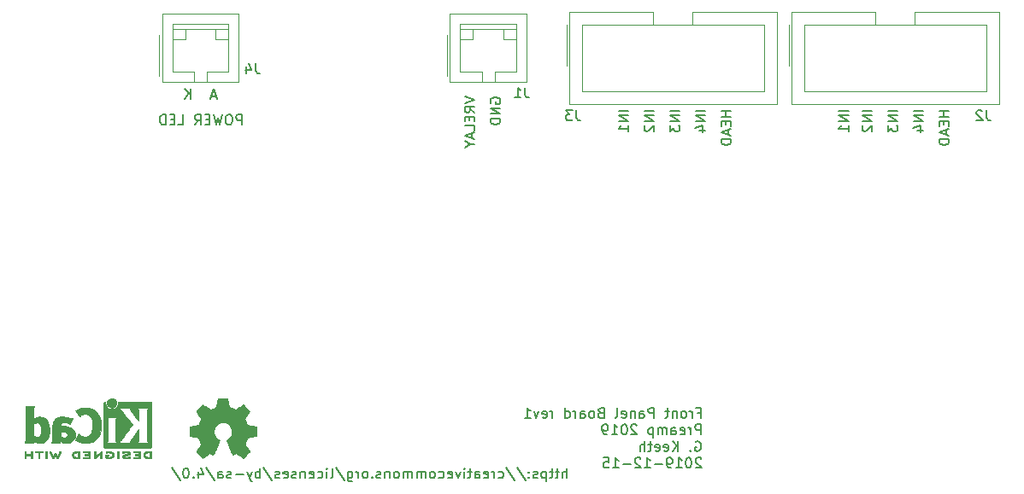
<source format=gbr>
G04 #@! TF.GenerationSoftware,KiCad,Pcbnew,5.1.5*
G04 #@! TF.CreationDate,2019-12-15T20:25:27-05:00*
G04 #@! TF.ProjectId,front_panel_board,66726f6e-745f-4706-916e-656c5f626f61,0*
G04 #@! TF.SameCoordinates,Original*
G04 #@! TF.FileFunction,Legend,Bot*
G04 #@! TF.FilePolarity,Positive*
%FSLAX46Y46*%
G04 Gerber Fmt 4.6, Leading zero omitted, Abs format (unit mm)*
G04 Created by KiCad (PCBNEW 5.1.5) date 2019-12-15 20:25:27*
%MOMM*%
%LPD*%
G04 APERTURE LIST*
%ADD10C,0.150000*%
%ADD11C,0.120000*%
%ADD12C,0.010000*%
G04 APERTURE END LIST*
D10*
X158152000Y-99752380D02*
X158152000Y-98752380D01*
X157723428Y-99752380D02*
X157723428Y-99228571D01*
X157771047Y-99133333D01*
X157866285Y-99085714D01*
X158009142Y-99085714D01*
X158104380Y-99133333D01*
X158152000Y-99180952D01*
X157390095Y-99085714D02*
X157009142Y-99085714D01*
X157247238Y-98752380D02*
X157247238Y-99609523D01*
X157199619Y-99704761D01*
X157104380Y-99752380D01*
X157009142Y-99752380D01*
X156818666Y-99085714D02*
X156437714Y-99085714D01*
X156675809Y-98752380D02*
X156675809Y-99609523D01*
X156628190Y-99704761D01*
X156532952Y-99752380D01*
X156437714Y-99752380D01*
X156104380Y-99085714D02*
X156104380Y-100085714D01*
X156104380Y-99133333D02*
X156009142Y-99085714D01*
X155818666Y-99085714D01*
X155723428Y-99133333D01*
X155675809Y-99180952D01*
X155628190Y-99276190D01*
X155628190Y-99561904D01*
X155675809Y-99657142D01*
X155723428Y-99704761D01*
X155818666Y-99752380D01*
X156009142Y-99752380D01*
X156104380Y-99704761D01*
X155247238Y-99704761D02*
X155152000Y-99752380D01*
X154961523Y-99752380D01*
X154866285Y-99704761D01*
X154818666Y-99609523D01*
X154818666Y-99561904D01*
X154866285Y-99466666D01*
X154961523Y-99419047D01*
X155104380Y-99419047D01*
X155199619Y-99371428D01*
X155247238Y-99276190D01*
X155247238Y-99228571D01*
X155199619Y-99133333D01*
X155104380Y-99085714D01*
X154961523Y-99085714D01*
X154866285Y-99133333D01*
X154390095Y-99657142D02*
X154342476Y-99704761D01*
X154390095Y-99752380D01*
X154437714Y-99704761D01*
X154390095Y-99657142D01*
X154390095Y-99752380D01*
X154390095Y-99133333D02*
X154342476Y-99180952D01*
X154390095Y-99228571D01*
X154437714Y-99180952D01*
X154390095Y-99133333D01*
X154390095Y-99228571D01*
X153199619Y-98704761D02*
X154056761Y-99990476D01*
X152152000Y-98704761D02*
X153009142Y-99990476D01*
X151390095Y-99704761D02*
X151485333Y-99752380D01*
X151675809Y-99752380D01*
X151771047Y-99704761D01*
X151818666Y-99657142D01*
X151866285Y-99561904D01*
X151866285Y-99276190D01*
X151818666Y-99180952D01*
X151771047Y-99133333D01*
X151675809Y-99085714D01*
X151485333Y-99085714D01*
X151390095Y-99133333D01*
X150961523Y-99752380D02*
X150961523Y-99085714D01*
X150961523Y-99276190D02*
X150913904Y-99180952D01*
X150866285Y-99133333D01*
X150771047Y-99085714D01*
X150675809Y-99085714D01*
X149961523Y-99704761D02*
X150056761Y-99752380D01*
X150247238Y-99752380D01*
X150342476Y-99704761D01*
X150390095Y-99609523D01*
X150390095Y-99228571D01*
X150342476Y-99133333D01*
X150247238Y-99085714D01*
X150056761Y-99085714D01*
X149961523Y-99133333D01*
X149913904Y-99228571D01*
X149913904Y-99323809D01*
X150390095Y-99419047D01*
X149056761Y-99752380D02*
X149056761Y-99228571D01*
X149104380Y-99133333D01*
X149199619Y-99085714D01*
X149390095Y-99085714D01*
X149485333Y-99133333D01*
X149056761Y-99704761D02*
X149152000Y-99752380D01*
X149390095Y-99752380D01*
X149485333Y-99704761D01*
X149532952Y-99609523D01*
X149532952Y-99514285D01*
X149485333Y-99419047D01*
X149390095Y-99371428D01*
X149152000Y-99371428D01*
X149056761Y-99323809D01*
X148723428Y-99085714D02*
X148342476Y-99085714D01*
X148580571Y-98752380D02*
X148580571Y-99609523D01*
X148532952Y-99704761D01*
X148437714Y-99752380D01*
X148342476Y-99752380D01*
X148009142Y-99752380D02*
X148009142Y-99085714D01*
X148009142Y-98752380D02*
X148056761Y-98800000D01*
X148009142Y-98847619D01*
X147961523Y-98800000D01*
X148009142Y-98752380D01*
X148009142Y-98847619D01*
X147628190Y-99085714D02*
X147390095Y-99752380D01*
X147152000Y-99085714D01*
X146390095Y-99704761D02*
X146485333Y-99752380D01*
X146675809Y-99752380D01*
X146771047Y-99704761D01*
X146818666Y-99609523D01*
X146818666Y-99228571D01*
X146771047Y-99133333D01*
X146675809Y-99085714D01*
X146485333Y-99085714D01*
X146390095Y-99133333D01*
X146342476Y-99228571D01*
X146342476Y-99323809D01*
X146818666Y-99419047D01*
X145485333Y-99704761D02*
X145580571Y-99752380D01*
X145771047Y-99752380D01*
X145866285Y-99704761D01*
X145913904Y-99657142D01*
X145961523Y-99561904D01*
X145961523Y-99276190D01*
X145913904Y-99180952D01*
X145866285Y-99133333D01*
X145771047Y-99085714D01*
X145580571Y-99085714D01*
X145485333Y-99133333D01*
X144913904Y-99752380D02*
X145009142Y-99704761D01*
X145056761Y-99657142D01*
X145104380Y-99561904D01*
X145104380Y-99276190D01*
X145056761Y-99180952D01*
X145009142Y-99133333D01*
X144913904Y-99085714D01*
X144771047Y-99085714D01*
X144675809Y-99133333D01*
X144628190Y-99180952D01*
X144580571Y-99276190D01*
X144580571Y-99561904D01*
X144628190Y-99657142D01*
X144675809Y-99704761D01*
X144771047Y-99752380D01*
X144913904Y-99752380D01*
X144152000Y-99752380D02*
X144152000Y-99085714D01*
X144152000Y-99180952D02*
X144104380Y-99133333D01*
X144009142Y-99085714D01*
X143866285Y-99085714D01*
X143771047Y-99133333D01*
X143723428Y-99228571D01*
X143723428Y-99752380D01*
X143723428Y-99228571D02*
X143675809Y-99133333D01*
X143580571Y-99085714D01*
X143437714Y-99085714D01*
X143342476Y-99133333D01*
X143294857Y-99228571D01*
X143294857Y-99752380D01*
X142818666Y-99752380D02*
X142818666Y-99085714D01*
X142818666Y-99180952D02*
X142771047Y-99133333D01*
X142675809Y-99085714D01*
X142532952Y-99085714D01*
X142437714Y-99133333D01*
X142390095Y-99228571D01*
X142390095Y-99752380D01*
X142390095Y-99228571D02*
X142342476Y-99133333D01*
X142247238Y-99085714D01*
X142104380Y-99085714D01*
X142009142Y-99133333D01*
X141961523Y-99228571D01*
X141961523Y-99752380D01*
X141342476Y-99752380D02*
X141437714Y-99704761D01*
X141485333Y-99657142D01*
X141532952Y-99561904D01*
X141532952Y-99276190D01*
X141485333Y-99180952D01*
X141437714Y-99133333D01*
X141342476Y-99085714D01*
X141199619Y-99085714D01*
X141104380Y-99133333D01*
X141056761Y-99180952D01*
X141009142Y-99276190D01*
X141009142Y-99561904D01*
X141056761Y-99657142D01*
X141104380Y-99704761D01*
X141199619Y-99752380D01*
X141342476Y-99752380D01*
X140580571Y-99085714D02*
X140580571Y-99752380D01*
X140580571Y-99180952D02*
X140532952Y-99133333D01*
X140437714Y-99085714D01*
X140294857Y-99085714D01*
X140199619Y-99133333D01*
X140152000Y-99228571D01*
X140152000Y-99752380D01*
X139723428Y-99704761D02*
X139628190Y-99752380D01*
X139437714Y-99752380D01*
X139342476Y-99704761D01*
X139294857Y-99609523D01*
X139294857Y-99561904D01*
X139342476Y-99466666D01*
X139437714Y-99419047D01*
X139580571Y-99419047D01*
X139675809Y-99371428D01*
X139723428Y-99276190D01*
X139723428Y-99228571D01*
X139675809Y-99133333D01*
X139580571Y-99085714D01*
X139437714Y-99085714D01*
X139342476Y-99133333D01*
X138866285Y-99657142D02*
X138818666Y-99704761D01*
X138866285Y-99752380D01*
X138913904Y-99704761D01*
X138866285Y-99657142D01*
X138866285Y-99752380D01*
X138247238Y-99752380D02*
X138342476Y-99704761D01*
X138390095Y-99657142D01*
X138437714Y-99561904D01*
X138437714Y-99276190D01*
X138390095Y-99180952D01*
X138342476Y-99133333D01*
X138247238Y-99085714D01*
X138104380Y-99085714D01*
X138009142Y-99133333D01*
X137961523Y-99180952D01*
X137913904Y-99276190D01*
X137913904Y-99561904D01*
X137961523Y-99657142D01*
X138009142Y-99704761D01*
X138104380Y-99752380D01*
X138247238Y-99752380D01*
X137485333Y-99752380D02*
X137485333Y-99085714D01*
X137485333Y-99276190D02*
X137437714Y-99180952D01*
X137390095Y-99133333D01*
X137294857Y-99085714D01*
X137199619Y-99085714D01*
X136437714Y-99085714D02*
X136437714Y-99895238D01*
X136485333Y-99990476D01*
X136532952Y-100038095D01*
X136628190Y-100085714D01*
X136771047Y-100085714D01*
X136866285Y-100038095D01*
X136437714Y-99704761D02*
X136532952Y-99752380D01*
X136723428Y-99752380D01*
X136818666Y-99704761D01*
X136866285Y-99657142D01*
X136913904Y-99561904D01*
X136913904Y-99276190D01*
X136866285Y-99180952D01*
X136818666Y-99133333D01*
X136723428Y-99085714D01*
X136532952Y-99085714D01*
X136437714Y-99133333D01*
X135247238Y-98704761D02*
X136104380Y-99990476D01*
X134771047Y-99752380D02*
X134866285Y-99704761D01*
X134913904Y-99609523D01*
X134913904Y-98752380D01*
X134390095Y-99752380D02*
X134390095Y-99085714D01*
X134390095Y-98752380D02*
X134437714Y-98800000D01*
X134390095Y-98847619D01*
X134342476Y-98800000D01*
X134390095Y-98752380D01*
X134390095Y-98847619D01*
X133485333Y-99704761D02*
X133580571Y-99752380D01*
X133771047Y-99752380D01*
X133866285Y-99704761D01*
X133913904Y-99657142D01*
X133961523Y-99561904D01*
X133961523Y-99276190D01*
X133913904Y-99180952D01*
X133866285Y-99133333D01*
X133771047Y-99085714D01*
X133580571Y-99085714D01*
X133485333Y-99133333D01*
X132675809Y-99704761D02*
X132771047Y-99752380D01*
X132961523Y-99752380D01*
X133056761Y-99704761D01*
X133104380Y-99609523D01*
X133104380Y-99228571D01*
X133056761Y-99133333D01*
X132961523Y-99085714D01*
X132771047Y-99085714D01*
X132675809Y-99133333D01*
X132628190Y-99228571D01*
X132628190Y-99323809D01*
X133104380Y-99419047D01*
X132199619Y-99085714D02*
X132199619Y-99752380D01*
X132199619Y-99180952D02*
X132152000Y-99133333D01*
X132056761Y-99085714D01*
X131913904Y-99085714D01*
X131818666Y-99133333D01*
X131771047Y-99228571D01*
X131771047Y-99752380D01*
X131342476Y-99704761D02*
X131247238Y-99752380D01*
X131056761Y-99752380D01*
X130961523Y-99704761D01*
X130913904Y-99609523D01*
X130913904Y-99561904D01*
X130961523Y-99466666D01*
X131056761Y-99419047D01*
X131199619Y-99419047D01*
X131294857Y-99371428D01*
X131342476Y-99276190D01*
X131342476Y-99228571D01*
X131294857Y-99133333D01*
X131199619Y-99085714D01*
X131056761Y-99085714D01*
X130961523Y-99133333D01*
X130104380Y-99704761D02*
X130199619Y-99752380D01*
X130390095Y-99752380D01*
X130485333Y-99704761D01*
X130532952Y-99609523D01*
X130532952Y-99228571D01*
X130485333Y-99133333D01*
X130390095Y-99085714D01*
X130199619Y-99085714D01*
X130104380Y-99133333D01*
X130056761Y-99228571D01*
X130056761Y-99323809D01*
X130532952Y-99419047D01*
X129675809Y-99704761D02*
X129580571Y-99752380D01*
X129390095Y-99752380D01*
X129294857Y-99704761D01*
X129247238Y-99609523D01*
X129247238Y-99561904D01*
X129294857Y-99466666D01*
X129390095Y-99419047D01*
X129532952Y-99419047D01*
X129628190Y-99371428D01*
X129675809Y-99276190D01*
X129675809Y-99228571D01*
X129628190Y-99133333D01*
X129532952Y-99085714D01*
X129390095Y-99085714D01*
X129294857Y-99133333D01*
X128104380Y-98704761D02*
X128961523Y-99990476D01*
X127771047Y-99752380D02*
X127771047Y-98752380D01*
X127771047Y-99133333D02*
X127675809Y-99085714D01*
X127485333Y-99085714D01*
X127390095Y-99133333D01*
X127342476Y-99180952D01*
X127294857Y-99276190D01*
X127294857Y-99561904D01*
X127342476Y-99657142D01*
X127390095Y-99704761D01*
X127485333Y-99752380D01*
X127675809Y-99752380D01*
X127771047Y-99704761D01*
X126961523Y-99085714D02*
X126723428Y-99752380D01*
X126485333Y-99085714D02*
X126723428Y-99752380D01*
X126818666Y-99990476D01*
X126866285Y-100038095D01*
X126961523Y-100085714D01*
X126104380Y-99371428D02*
X125342476Y-99371428D01*
X124913904Y-99704761D02*
X124818666Y-99752380D01*
X124628190Y-99752380D01*
X124532952Y-99704761D01*
X124485333Y-99609523D01*
X124485333Y-99561904D01*
X124532952Y-99466666D01*
X124628190Y-99419047D01*
X124771047Y-99419047D01*
X124866285Y-99371428D01*
X124913904Y-99276190D01*
X124913904Y-99228571D01*
X124866285Y-99133333D01*
X124771047Y-99085714D01*
X124628190Y-99085714D01*
X124532952Y-99133333D01*
X123628190Y-99752380D02*
X123628190Y-99228571D01*
X123675809Y-99133333D01*
X123771047Y-99085714D01*
X123961523Y-99085714D01*
X124056761Y-99133333D01*
X123628190Y-99704761D02*
X123723428Y-99752380D01*
X123961523Y-99752380D01*
X124056761Y-99704761D01*
X124104380Y-99609523D01*
X124104380Y-99514285D01*
X124056761Y-99419047D01*
X123961523Y-99371428D01*
X123723428Y-99371428D01*
X123628190Y-99323809D01*
X122437714Y-98704761D02*
X123294857Y-99990476D01*
X121675809Y-99085714D02*
X121675809Y-99752380D01*
X121913904Y-98704761D02*
X122152000Y-99419047D01*
X121532952Y-99419047D01*
X121152000Y-99657142D02*
X121104380Y-99704761D01*
X121152000Y-99752380D01*
X121199619Y-99704761D01*
X121152000Y-99657142D01*
X121152000Y-99752380D01*
X120485333Y-98752380D02*
X120390095Y-98752380D01*
X120294857Y-98800000D01*
X120247238Y-98847619D01*
X120199619Y-98942857D01*
X120152000Y-99133333D01*
X120152000Y-99371428D01*
X120199619Y-99561904D01*
X120247238Y-99657142D01*
X120294857Y-99704761D01*
X120390095Y-99752380D01*
X120485333Y-99752380D01*
X120580571Y-99704761D01*
X120628190Y-99657142D01*
X120675809Y-99561904D01*
X120723428Y-99371428D01*
X120723428Y-99133333D01*
X120675809Y-98942857D01*
X120628190Y-98847619D01*
X120580571Y-98800000D01*
X120485333Y-98752380D01*
X119009142Y-98704761D02*
X119866285Y-99990476D01*
X171081071Y-93253571D02*
X171414404Y-93253571D01*
X171414404Y-93777380D02*
X171414404Y-92777380D01*
X170938214Y-92777380D01*
X170557261Y-93777380D02*
X170557261Y-93110714D01*
X170557261Y-93301190D02*
X170509642Y-93205952D01*
X170462023Y-93158333D01*
X170366785Y-93110714D01*
X170271547Y-93110714D01*
X169795357Y-93777380D02*
X169890595Y-93729761D01*
X169938214Y-93682142D01*
X169985833Y-93586904D01*
X169985833Y-93301190D01*
X169938214Y-93205952D01*
X169890595Y-93158333D01*
X169795357Y-93110714D01*
X169652500Y-93110714D01*
X169557261Y-93158333D01*
X169509642Y-93205952D01*
X169462023Y-93301190D01*
X169462023Y-93586904D01*
X169509642Y-93682142D01*
X169557261Y-93729761D01*
X169652500Y-93777380D01*
X169795357Y-93777380D01*
X169033452Y-93110714D02*
X169033452Y-93777380D01*
X169033452Y-93205952D02*
X168985833Y-93158333D01*
X168890595Y-93110714D01*
X168747738Y-93110714D01*
X168652500Y-93158333D01*
X168604880Y-93253571D01*
X168604880Y-93777380D01*
X168271547Y-93110714D02*
X167890595Y-93110714D01*
X168128690Y-92777380D02*
X168128690Y-93634523D01*
X168081071Y-93729761D01*
X167985833Y-93777380D01*
X167890595Y-93777380D01*
X166795357Y-93777380D02*
X166795357Y-92777380D01*
X166414404Y-92777380D01*
X166319166Y-92825000D01*
X166271547Y-92872619D01*
X166223928Y-92967857D01*
X166223928Y-93110714D01*
X166271547Y-93205952D01*
X166319166Y-93253571D01*
X166414404Y-93301190D01*
X166795357Y-93301190D01*
X165366785Y-93777380D02*
X165366785Y-93253571D01*
X165414404Y-93158333D01*
X165509642Y-93110714D01*
X165700119Y-93110714D01*
X165795357Y-93158333D01*
X165366785Y-93729761D02*
X165462023Y-93777380D01*
X165700119Y-93777380D01*
X165795357Y-93729761D01*
X165842976Y-93634523D01*
X165842976Y-93539285D01*
X165795357Y-93444047D01*
X165700119Y-93396428D01*
X165462023Y-93396428D01*
X165366785Y-93348809D01*
X164890595Y-93110714D02*
X164890595Y-93777380D01*
X164890595Y-93205952D02*
X164842976Y-93158333D01*
X164747738Y-93110714D01*
X164604880Y-93110714D01*
X164509642Y-93158333D01*
X164462023Y-93253571D01*
X164462023Y-93777380D01*
X163604880Y-93729761D02*
X163700119Y-93777380D01*
X163890595Y-93777380D01*
X163985833Y-93729761D01*
X164033452Y-93634523D01*
X164033452Y-93253571D01*
X163985833Y-93158333D01*
X163890595Y-93110714D01*
X163700119Y-93110714D01*
X163604880Y-93158333D01*
X163557261Y-93253571D01*
X163557261Y-93348809D01*
X164033452Y-93444047D01*
X162985833Y-93777380D02*
X163081071Y-93729761D01*
X163128690Y-93634523D01*
X163128690Y-92777380D01*
X161509642Y-93253571D02*
X161366785Y-93301190D01*
X161319166Y-93348809D01*
X161271547Y-93444047D01*
X161271547Y-93586904D01*
X161319166Y-93682142D01*
X161366785Y-93729761D01*
X161462023Y-93777380D01*
X161842976Y-93777380D01*
X161842976Y-92777380D01*
X161509642Y-92777380D01*
X161414404Y-92825000D01*
X161366785Y-92872619D01*
X161319166Y-92967857D01*
X161319166Y-93063095D01*
X161366785Y-93158333D01*
X161414404Y-93205952D01*
X161509642Y-93253571D01*
X161842976Y-93253571D01*
X160700119Y-93777380D02*
X160795357Y-93729761D01*
X160842976Y-93682142D01*
X160890595Y-93586904D01*
X160890595Y-93301190D01*
X160842976Y-93205952D01*
X160795357Y-93158333D01*
X160700119Y-93110714D01*
X160557261Y-93110714D01*
X160462023Y-93158333D01*
X160414404Y-93205952D01*
X160366785Y-93301190D01*
X160366785Y-93586904D01*
X160414404Y-93682142D01*
X160462023Y-93729761D01*
X160557261Y-93777380D01*
X160700119Y-93777380D01*
X159509642Y-93777380D02*
X159509642Y-93253571D01*
X159557261Y-93158333D01*
X159652500Y-93110714D01*
X159842976Y-93110714D01*
X159938214Y-93158333D01*
X159509642Y-93729761D02*
X159604880Y-93777380D01*
X159842976Y-93777380D01*
X159938214Y-93729761D01*
X159985833Y-93634523D01*
X159985833Y-93539285D01*
X159938214Y-93444047D01*
X159842976Y-93396428D01*
X159604880Y-93396428D01*
X159509642Y-93348809D01*
X159033452Y-93777380D02*
X159033452Y-93110714D01*
X159033452Y-93301190D02*
X158985833Y-93205952D01*
X158938214Y-93158333D01*
X158842976Y-93110714D01*
X158747738Y-93110714D01*
X157985833Y-93777380D02*
X157985833Y-92777380D01*
X157985833Y-93729761D02*
X158081071Y-93777380D01*
X158271547Y-93777380D01*
X158366785Y-93729761D01*
X158414404Y-93682142D01*
X158462023Y-93586904D01*
X158462023Y-93301190D01*
X158414404Y-93205952D01*
X158366785Y-93158333D01*
X158271547Y-93110714D01*
X158081071Y-93110714D01*
X157985833Y-93158333D01*
X156747738Y-93777380D02*
X156747738Y-93110714D01*
X156747738Y-93301190D02*
X156700119Y-93205952D01*
X156652500Y-93158333D01*
X156557261Y-93110714D01*
X156462023Y-93110714D01*
X155747738Y-93729761D02*
X155842976Y-93777380D01*
X156033452Y-93777380D01*
X156128690Y-93729761D01*
X156176309Y-93634523D01*
X156176309Y-93253571D01*
X156128690Y-93158333D01*
X156033452Y-93110714D01*
X155842976Y-93110714D01*
X155747738Y-93158333D01*
X155700119Y-93253571D01*
X155700119Y-93348809D01*
X156176309Y-93444047D01*
X155366785Y-93110714D02*
X155128690Y-93777380D01*
X154890595Y-93110714D01*
X153985833Y-93777380D02*
X154557261Y-93777380D01*
X154271547Y-93777380D02*
X154271547Y-92777380D01*
X154366785Y-92920238D01*
X154462023Y-93015476D01*
X154557261Y-93063095D01*
X171414404Y-95427380D02*
X171414404Y-94427380D01*
X171033452Y-94427380D01*
X170938214Y-94475000D01*
X170890595Y-94522619D01*
X170842976Y-94617857D01*
X170842976Y-94760714D01*
X170890595Y-94855952D01*
X170938214Y-94903571D01*
X171033452Y-94951190D01*
X171414404Y-94951190D01*
X170414404Y-95427380D02*
X170414404Y-94760714D01*
X170414404Y-94951190D02*
X170366785Y-94855952D01*
X170319166Y-94808333D01*
X170223928Y-94760714D01*
X170128690Y-94760714D01*
X169414404Y-95379761D02*
X169509642Y-95427380D01*
X169700119Y-95427380D01*
X169795357Y-95379761D01*
X169842976Y-95284523D01*
X169842976Y-94903571D01*
X169795357Y-94808333D01*
X169700119Y-94760714D01*
X169509642Y-94760714D01*
X169414404Y-94808333D01*
X169366785Y-94903571D01*
X169366785Y-94998809D01*
X169842976Y-95094047D01*
X168509642Y-95427380D02*
X168509642Y-94903571D01*
X168557261Y-94808333D01*
X168652500Y-94760714D01*
X168842976Y-94760714D01*
X168938214Y-94808333D01*
X168509642Y-95379761D02*
X168604880Y-95427380D01*
X168842976Y-95427380D01*
X168938214Y-95379761D01*
X168985833Y-95284523D01*
X168985833Y-95189285D01*
X168938214Y-95094047D01*
X168842976Y-95046428D01*
X168604880Y-95046428D01*
X168509642Y-94998809D01*
X168033452Y-95427380D02*
X168033452Y-94760714D01*
X168033452Y-94855952D02*
X167985833Y-94808333D01*
X167890595Y-94760714D01*
X167747738Y-94760714D01*
X167652500Y-94808333D01*
X167604880Y-94903571D01*
X167604880Y-95427380D01*
X167604880Y-94903571D02*
X167557261Y-94808333D01*
X167462023Y-94760714D01*
X167319166Y-94760714D01*
X167223928Y-94808333D01*
X167176309Y-94903571D01*
X167176309Y-95427380D01*
X166700119Y-94760714D02*
X166700119Y-95760714D01*
X166700119Y-94808333D02*
X166604880Y-94760714D01*
X166414404Y-94760714D01*
X166319166Y-94808333D01*
X166271547Y-94855952D01*
X166223928Y-94951190D01*
X166223928Y-95236904D01*
X166271547Y-95332142D01*
X166319166Y-95379761D01*
X166414404Y-95427380D01*
X166604880Y-95427380D01*
X166700119Y-95379761D01*
X165081071Y-94522619D02*
X165033452Y-94475000D01*
X164938214Y-94427380D01*
X164700119Y-94427380D01*
X164604880Y-94475000D01*
X164557261Y-94522619D01*
X164509642Y-94617857D01*
X164509642Y-94713095D01*
X164557261Y-94855952D01*
X165128690Y-95427380D01*
X164509642Y-95427380D01*
X163890595Y-94427380D02*
X163795357Y-94427380D01*
X163700119Y-94475000D01*
X163652500Y-94522619D01*
X163604880Y-94617857D01*
X163557261Y-94808333D01*
X163557261Y-95046428D01*
X163604880Y-95236904D01*
X163652500Y-95332142D01*
X163700119Y-95379761D01*
X163795357Y-95427380D01*
X163890595Y-95427380D01*
X163985833Y-95379761D01*
X164033452Y-95332142D01*
X164081071Y-95236904D01*
X164128690Y-95046428D01*
X164128690Y-94808333D01*
X164081071Y-94617857D01*
X164033452Y-94522619D01*
X163985833Y-94475000D01*
X163890595Y-94427380D01*
X162604880Y-95427380D02*
X163176309Y-95427380D01*
X162890595Y-95427380D02*
X162890595Y-94427380D01*
X162985833Y-94570238D01*
X163081071Y-94665476D01*
X163176309Y-94713095D01*
X162128690Y-95427380D02*
X161938214Y-95427380D01*
X161842976Y-95379761D01*
X161795357Y-95332142D01*
X161700119Y-95189285D01*
X161652500Y-94998809D01*
X161652500Y-94617857D01*
X161700119Y-94522619D01*
X161747738Y-94475000D01*
X161842976Y-94427380D01*
X162033452Y-94427380D01*
X162128690Y-94475000D01*
X162176309Y-94522619D01*
X162223928Y-94617857D01*
X162223928Y-94855952D01*
X162176309Y-94951190D01*
X162128690Y-94998809D01*
X162033452Y-95046428D01*
X161842976Y-95046428D01*
X161747738Y-94998809D01*
X161700119Y-94951190D01*
X161652500Y-94855952D01*
X170890595Y-96125000D02*
X170985833Y-96077380D01*
X171128690Y-96077380D01*
X171271547Y-96125000D01*
X171366785Y-96220238D01*
X171414404Y-96315476D01*
X171462023Y-96505952D01*
X171462023Y-96648809D01*
X171414404Y-96839285D01*
X171366785Y-96934523D01*
X171271547Y-97029761D01*
X171128690Y-97077380D01*
X171033452Y-97077380D01*
X170890595Y-97029761D01*
X170842976Y-96982142D01*
X170842976Y-96648809D01*
X171033452Y-96648809D01*
X170414404Y-96982142D02*
X170366785Y-97029761D01*
X170414404Y-97077380D01*
X170462023Y-97029761D01*
X170414404Y-96982142D01*
X170414404Y-97077380D01*
X169176309Y-97077380D02*
X169176309Y-96077380D01*
X168604880Y-97077380D02*
X169033452Y-96505952D01*
X168604880Y-96077380D02*
X169176309Y-96648809D01*
X167795357Y-97029761D02*
X167890595Y-97077380D01*
X168081071Y-97077380D01*
X168176309Y-97029761D01*
X168223928Y-96934523D01*
X168223928Y-96553571D01*
X168176309Y-96458333D01*
X168081071Y-96410714D01*
X167890595Y-96410714D01*
X167795357Y-96458333D01*
X167747738Y-96553571D01*
X167747738Y-96648809D01*
X168223928Y-96744047D01*
X166938214Y-97029761D02*
X167033452Y-97077380D01*
X167223928Y-97077380D01*
X167319166Y-97029761D01*
X167366785Y-96934523D01*
X167366785Y-96553571D01*
X167319166Y-96458333D01*
X167223928Y-96410714D01*
X167033452Y-96410714D01*
X166938214Y-96458333D01*
X166890595Y-96553571D01*
X166890595Y-96648809D01*
X167366785Y-96744047D01*
X166604880Y-96410714D02*
X166223928Y-96410714D01*
X166462023Y-96077380D02*
X166462023Y-96934523D01*
X166414404Y-97029761D01*
X166319166Y-97077380D01*
X166223928Y-97077380D01*
X165890595Y-97077380D02*
X165890595Y-96077380D01*
X165462023Y-97077380D02*
X165462023Y-96553571D01*
X165509642Y-96458333D01*
X165604880Y-96410714D01*
X165747738Y-96410714D01*
X165842976Y-96458333D01*
X165890595Y-96505952D01*
X171462023Y-97822619D02*
X171414404Y-97775000D01*
X171319166Y-97727380D01*
X171081071Y-97727380D01*
X170985833Y-97775000D01*
X170938214Y-97822619D01*
X170890595Y-97917857D01*
X170890595Y-98013095D01*
X170938214Y-98155952D01*
X171509642Y-98727380D01*
X170890595Y-98727380D01*
X170271547Y-97727380D02*
X170176309Y-97727380D01*
X170081071Y-97775000D01*
X170033452Y-97822619D01*
X169985833Y-97917857D01*
X169938214Y-98108333D01*
X169938214Y-98346428D01*
X169985833Y-98536904D01*
X170033452Y-98632142D01*
X170081071Y-98679761D01*
X170176309Y-98727380D01*
X170271547Y-98727380D01*
X170366785Y-98679761D01*
X170414404Y-98632142D01*
X170462023Y-98536904D01*
X170509642Y-98346428D01*
X170509642Y-98108333D01*
X170462023Y-97917857D01*
X170414404Y-97822619D01*
X170366785Y-97775000D01*
X170271547Y-97727380D01*
X168985833Y-98727380D02*
X169557261Y-98727380D01*
X169271547Y-98727380D02*
X169271547Y-97727380D01*
X169366785Y-97870238D01*
X169462023Y-97965476D01*
X169557261Y-98013095D01*
X168509642Y-98727380D02*
X168319166Y-98727380D01*
X168223928Y-98679761D01*
X168176309Y-98632142D01*
X168081071Y-98489285D01*
X168033452Y-98298809D01*
X168033452Y-97917857D01*
X168081071Y-97822619D01*
X168128690Y-97775000D01*
X168223928Y-97727380D01*
X168414404Y-97727380D01*
X168509642Y-97775000D01*
X168557261Y-97822619D01*
X168604880Y-97917857D01*
X168604880Y-98155952D01*
X168557261Y-98251190D01*
X168509642Y-98298809D01*
X168414404Y-98346428D01*
X168223928Y-98346428D01*
X168128690Y-98298809D01*
X168081071Y-98251190D01*
X168033452Y-98155952D01*
X167604880Y-98346428D02*
X166842976Y-98346428D01*
X165842976Y-98727380D02*
X166414404Y-98727380D01*
X166128690Y-98727380D02*
X166128690Y-97727380D01*
X166223928Y-97870238D01*
X166319166Y-97965476D01*
X166414404Y-98013095D01*
X165462023Y-97822619D02*
X165414404Y-97775000D01*
X165319166Y-97727380D01*
X165081071Y-97727380D01*
X164985833Y-97775000D01*
X164938214Y-97822619D01*
X164890595Y-97917857D01*
X164890595Y-98013095D01*
X164938214Y-98155952D01*
X165509642Y-98727380D01*
X164890595Y-98727380D01*
X164462023Y-98346428D02*
X163700119Y-98346428D01*
X162700119Y-98727380D02*
X163271547Y-98727380D01*
X162985833Y-98727380D02*
X162985833Y-97727380D01*
X163081071Y-97870238D01*
X163176309Y-97965476D01*
X163271547Y-98013095D01*
X161795357Y-97727380D02*
X162271547Y-97727380D01*
X162319166Y-98203571D01*
X162271547Y-98155952D01*
X162176309Y-98108333D01*
X161938214Y-98108333D01*
X161842976Y-98155952D01*
X161795357Y-98203571D01*
X161747738Y-98298809D01*
X161747738Y-98536904D01*
X161795357Y-98632142D01*
X161842976Y-98679761D01*
X161938214Y-98727380D01*
X162176309Y-98727380D01*
X162271547Y-98679761D01*
X162319166Y-98632142D01*
D11*
X188735000Y-54785000D02*
X192625000Y-54785000D01*
X181680000Y-54785000D02*
X188735000Y-54785000D01*
X181680000Y-61355000D02*
X181680000Y-54785000D01*
X199680000Y-61355000D02*
X181680000Y-61355000D01*
X199680000Y-54785000D02*
X199680000Y-61355000D01*
X192625000Y-54785000D02*
X199680000Y-54785000D01*
X192625000Y-53515000D02*
X192625000Y-54785000D01*
X200950000Y-53515000D02*
X192625000Y-53515000D01*
X200950000Y-62625000D02*
X200950000Y-53515000D01*
X180410000Y-62625000D02*
X200950000Y-62625000D01*
X180410000Y-53515000D02*
X180410000Y-62625000D01*
X188735000Y-53515000D02*
X180410000Y-53515000D01*
X188735000Y-54785000D02*
X188735000Y-53515000D01*
X180120000Y-58800000D02*
X180120000Y-54800000D01*
X200950000Y-62625000D02*
X200950000Y-53515000D01*
X180410000Y-62625000D02*
X200950000Y-62625000D01*
X180410000Y-53515000D02*
X180410000Y-62625000D01*
X117785000Y-59800000D02*
X117785000Y-55800000D01*
X124645000Y-55150000D02*
X123370000Y-55150000D01*
X119095000Y-55150000D02*
X120370000Y-55150000D01*
X124645000Y-54640000D02*
X124645000Y-56170000D01*
X119095000Y-54640000D02*
X124645000Y-54640000D01*
X119095000Y-56170000D02*
X119095000Y-54640000D01*
X125665000Y-53620000D02*
X125665000Y-56170000D01*
X118075000Y-53620000D02*
X125665000Y-53620000D01*
X118075000Y-56170000D02*
X118075000Y-53620000D01*
X122495000Y-59430000D02*
X122495000Y-60450000D01*
X124645000Y-59430000D02*
X122495000Y-59430000D01*
X124645000Y-56170000D02*
X124645000Y-59430000D01*
X123370000Y-56170000D02*
X124645000Y-56170000D01*
X123370000Y-55150000D02*
X123370000Y-56170000D01*
X120370000Y-55150000D02*
X123370000Y-55150000D01*
X120370000Y-56170000D02*
X120370000Y-55150000D01*
X119095000Y-56170000D02*
X120370000Y-56170000D01*
X119095000Y-59430000D02*
X119095000Y-56170000D01*
X121245000Y-59430000D02*
X119095000Y-59430000D01*
X121245000Y-60450000D02*
X121245000Y-59430000D01*
X125665000Y-60450000D02*
X125665000Y-55150000D01*
X118075000Y-60450000D02*
X125665000Y-60450000D01*
X118075000Y-55150000D02*
X118075000Y-60450000D01*
X146285000Y-59800000D02*
X146285000Y-55800000D01*
X153145000Y-55150000D02*
X151870000Y-55150000D01*
X147595000Y-55150000D02*
X148870000Y-55150000D01*
X153145000Y-54640000D02*
X153145000Y-56170000D01*
X147595000Y-54640000D02*
X153145000Y-54640000D01*
X147595000Y-56170000D02*
X147595000Y-54640000D01*
X154165000Y-53620000D02*
X154165000Y-56170000D01*
X146575000Y-53620000D02*
X154165000Y-53620000D01*
X146575000Y-56170000D02*
X146575000Y-53620000D01*
X150995000Y-59430000D02*
X150995000Y-60450000D01*
X153145000Y-59430000D02*
X150995000Y-59430000D01*
X153145000Y-56170000D02*
X153145000Y-59430000D01*
X151870000Y-56170000D02*
X153145000Y-56170000D01*
X151870000Y-55150000D02*
X151870000Y-56170000D01*
X148870000Y-55150000D02*
X151870000Y-55150000D01*
X148870000Y-56170000D02*
X148870000Y-55150000D01*
X147595000Y-56170000D02*
X148870000Y-56170000D01*
X147595000Y-59430000D02*
X147595000Y-56170000D01*
X149745000Y-59430000D02*
X147595000Y-59430000D01*
X149745000Y-60450000D02*
X149745000Y-59430000D01*
X154165000Y-60450000D02*
X154165000Y-55150000D01*
X146575000Y-60450000D02*
X154165000Y-60450000D01*
X146575000Y-55150000D02*
X146575000Y-60450000D01*
X158410000Y-53515000D02*
X158410000Y-62625000D01*
X158410000Y-62625000D02*
X178950000Y-62625000D01*
X178950000Y-62625000D02*
X178950000Y-53515000D01*
X158120000Y-58800000D02*
X158120000Y-54800000D01*
X166735000Y-54785000D02*
X166735000Y-53515000D01*
X166735000Y-53515000D02*
X158410000Y-53515000D01*
X158410000Y-53515000D02*
X158410000Y-62625000D01*
X158410000Y-62625000D02*
X178950000Y-62625000D01*
X178950000Y-62625000D02*
X178950000Y-53515000D01*
X178950000Y-53515000D02*
X170625000Y-53515000D01*
X170625000Y-53515000D02*
X170625000Y-54785000D01*
X170625000Y-54785000D02*
X177680000Y-54785000D01*
X177680000Y-54785000D02*
X177680000Y-61355000D01*
X177680000Y-61355000D02*
X159680000Y-61355000D01*
X159680000Y-61355000D02*
X159680000Y-54785000D01*
X159680000Y-54785000D02*
X166735000Y-54785000D01*
X166735000Y-54785000D02*
X170625000Y-54785000D01*
D12*
G36*
X123544186Y-92268931D02*
G01*
X123460365Y-92713555D01*
X123151080Y-92841053D01*
X122841794Y-92968551D01*
X122470754Y-92716246D01*
X122366843Y-92645996D01*
X122272913Y-92583272D01*
X122193348Y-92530938D01*
X122132530Y-92491857D01*
X122094843Y-92468893D01*
X122084579Y-92463942D01*
X122066090Y-92476676D01*
X122026580Y-92511882D01*
X121970478Y-92565062D01*
X121902213Y-92631718D01*
X121826214Y-92707354D01*
X121746908Y-92787472D01*
X121668725Y-92867574D01*
X121596093Y-92943164D01*
X121533441Y-93009745D01*
X121485197Y-93062818D01*
X121455790Y-93097887D01*
X121448759Y-93109623D01*
X121458877Y-93131260D01*
X121487241Y-93178662D01*
X121530871Y-93247193D01*
X121586782Y-93332215D01*
X121651994Y-93429093D01*
X121689781Y-93484350D01*
X121758657Y-93585248D01*
X121819860Y-93676299D01*
X121870422Y-93752970D01*
X121907372Y-93810728D01*
X121927742Y-93845043D01*
X121930803Y-93852254D01*
X121923864Y-93872748D01*
X121904949Y-93920513D01*
X121876913Y-93988832D01*
X121842609Y-94070989D01*
X121804891Y-94160270D01*
X121766613Y-94249958D01*
X121730630Y-94333338D01*
X121699794Y-94403694D01*
X121676961Y-94454310D01*
X121664983Y-94478471D01*
X121664276Y-94479422D01*
X121645469Y-94484036D01*
X121595382Y-94494328D01*
X121519207Y-94509287D01*
X121422135Y-94527901D01*
X121309357Y-94549159D01*
X121243558Y-94561418D01*
X121123050Y-94584362D01*
X121014203Y-94606195D01*
X120922524Y-94625722D01*
X120853519Y-94641748D01*
X120812696Y-94653079D01*
X120804489Y-94656674D01*
X120796452Y-94681006D01*
X120789967Y-94735959D01*
X120785030Y-94815108D01*
X120781636Y-94912026D01*
X120779782Y-95020287D01*
X120779462Y-95133465D01*
X120780673Y-95245135D01*
X120783410Y-95348868D01*
X120787669Y-95438241D01*
X120793445Y-95506826D01*
X120800733Y-95548197D01*
X120805105Y-95556810D01*
X120831236Y-95567133D01*
X120886607Y-95581892D01*
X120963893Y-95599352D01*
X121055770Y-95617780D01*
X121087842Y-95623741D01*
X121242476Y-95652066D01*
X121364625Y-95674876D01*
X121458327Y-95693080D01*
X121527616Y-95707583D01*
X121576529Y-95719292D01*
X121609103Y-95729115D01*
X121629372Y-95737956D01*
X121641374Y-95746724D01*
X121643053Y-95748457D01*
X121659816Y-95776371D01*
X121685386Y-95830695D01*
X121717212Y-95904777D01*
X121752740Y-95991965D01*
X121789417Y-96085608D01*
X121824689Y-96179052D01*
X121856004Y-96265647D01*
X121880807Y-96338740D01*
X121896546Y-96391678D01*
X121900668Y-96417811D01*
X121900324Y-96418726D01*
X121886359Y-96440086D01*
X121854678Y-96487084D01*
X121808609Y-96554827D01*
X121751482Y-96638423D01*
X121686627Y-96732982D01*
X121668157Y-96759854D01*
X121602301Y-96857275D01*
X121544350Y-96946163D01*
X121497462Y-97021412D01*
X121464793Y-97077920D01*
X121449500Y-97110581D01*
X121448759Y-97114593D01*
X121461608Y-97135684D01*
X121497112Y-97177464D01*
X121550707Y-97235445D01*
X121617829Y-97305135D01*
X121693913Y-97382045D01*
X121774396Y-97461683D01*
X121854713Y-97539561D01*
X121930301Y-97611186D01*
X121996595Y-97672070D01*
X122049031Y-97717721D01*
X122083045Y-97743650D01*
X122092455Y-97747883D01*
X122114357Y-97737912D01*
X122159200Y-97711020D01*
X122219679Y-97671736D01*
X122266211Y-97640117D01*
X122350525Y-97582098D01*
X122450374Y-97513784D01*
X122550527Y-97445579D01*
X122604373Y-97409075D01*
X122786629Y-97285800D01*
X122939619Y-97368520D01*
X123009318Y-97404759D01*
X123068586Y-97432926D01*
X123108689Y-97448991D01*
X123118897Y-97451226D01*
X123131171Y-97434722D01*
X123155387Y-97388082D01*
X123189737Y-97315609D01*
X123232412Y-97221606D01*
X123281606Y-97110374D01*
X123335510Y-96986215D01*
X123392316Y-96853432D01*
X123450218Y-96716327D01*
X123507407Y-96579202D01*
X123562076Y-96446358D01*
X123612416Y-96322098D01*
X123656620Y-96210725D01*
X123692881Y-96116539D01*
X123719391Y-96043844D01*
X123734342Y-95996941D01*
X123736746Y-95980833D01*
X123717689Y-95960286D01*
X123675964Y-95926933D01*
X123620294Y-95887702D01*
X123615622Y-95884599D01*
X123471736Y-95769423D01*
X123355717Y-95635053D01*
X123268570Y-95485784D01*
X123211301Y-95325913D01*
X123184914Y-95159737D01*
X123190415Y-94991552D01*
X123228810Y-94825655D01*
X123301105Y-94666342D01*
X123322374Y-94631487D01*
X123433004Y-94490737D01*
X123563698Y-94377714D01*
X123709936Y-94293003D01*
X123867192Y-94237194D01*
X124030943Y-94210874D01*
X124196667Y-94214630D01*
X124359838Y-94249050D01*
X124515935Y-94314723D01*
X124660433Y-94412235D01*
X124705131Y-94451813D01*
X124818888Y-94575703D01*
X124901782Y-94706124D01*
X124958644Y-94852315D01*
X124990313Y-94997088D01*
X124998131Y-95159860D01*
X124972062Y-95323440D01*
X124914755Y-95482298D01*
X124828856Y-95630906D01*
X124717014Y-95763735D01*
X124581877Y-95875256D01*
X124564117Y-95887011D01*
X124507850Y-95925508D01*
X124465077Y-95958863D01*
X124444628Y-95980160D01*
X124444331Y-95980833D01*
X124448721Y-96003871D01*
X124466124Y-96056157D01*
X124494732Y-96133390D01*
X124532735Y-96231268D01*
X124578326Y-96345491D01*
X124629697Y-96471758D01*
X124685038Y-96605767D01*
X124742542Y-96743218D01*
X124800399Y-96879808D01*
X124856802Y-97011237D01*
X124909942Y-97133205D01*
X124958010Y-97241409D01*
X124999199Y-97331549D01*
X125031699Y-97399323D01*
X125053703Y-97440430D01*
X125062564Y-97451226D01*
X125089640Y-97442819D01*
X125140303Y-97420272D01*
X125205817Y-97387613D01*
X125241841Y-97368520D01*
X125394832Y-97285800D01*
X125577088Y-97409075D01*
X125670125Y-97472228D01*
X125771985Y-97541727D01*
X125867438Y-97607165D01*
X125915250Y-97640117D01*
X125982495Y-97685273D01*
X126039436Y-97721057D01*
X126078646Y-97742938D01*
X126091381Y-97747563D01*
X126109917Y-97735085D01*
X126150941Y-97700252D01*
X126210475Y-97646678D01*
X126284542Y-97577983D01*
X126369165Y-97497781D01*
X126422685Y-97446286D01*
X126516319Y-97354286D01*
X126597241Y-97271999D01*
X126662177Y-97202945D01*
X126707858Y-97150644D01*
X126731011Y-97118616D01*
X126733232Y-97112116D01*
X126722924Y-97087394D01*
X126694439Y-97037405D01*
X126650937Y-96967212D01*
X126595577Y-96881875D01*
X126531520Y-96786456D01*
X126513303Y-96759854D01*
X126446927Y-96663167D01*
X126387378Y-96576117D01*
X126337984Y-96503595D01*
X126302075Y-96450493D01*
X126282981Y-96421703D01*
X126281136Y-96418726D01*
X126283895Y-96395782D01*
X126298538Y-96345336D01*
X126322513Y-96274041D01*
X126353266Y-96188547D01*
X126388244Y-96095507D01*
X126424893Y-96001574D01*
X126460661Y-95913399D01*
X126492994Y-95837634D01*
X126519338Y-95780931D01*
X126537142Y-95749943D01*
X126538407Y-95748457D01*
X126549294Y-95739601D01*
X126567682Y-95730843D01*
X126597606Y-95721277D01*
X126643103Y-95709996D01*
X126708209Y-95696093D01*
X126796961Y-95678663D01*
X126913393Y-95656798D01*
X127061542Y-95629591D01*
X127093618Y-95623741D01*
X127188686Y-95605374D01*
X127271565Y-95587405D01*
X127334930Y-95571569D01*
X127371458Y-95559600D01*
X127376356Y-95556810D01*
X127384427Y-95532072D01*
X127390987Y-95476790D01*
X127396033Y-95397389D01*
X127399559Y-95300296D01*
X127401561Y-95191938D01*
X127402036Y-95078740D01*
X127400977Y-94967128D01*
X127398382Y-94863529D01*
X127394246Y-94774368D01*
X127388563Y-94706072D01*
X127381331Y-94665066D01*
X127376971Y-94656674D01*
X127352698Y-94648208D01*
X127297426Y-94634435D01*
X127216662Y-94616550D01*
X127115912Y-94595748D01*
X127000683Y-94573223D01*
X126937902Y-94561418D01*
X126818787Y-94539151D01*
X126712565Y-94518979D01*
X126624427Y-94501915D01*
X126559566Y-94488969D01*
X126523174Y-94481155D01*
X126517184Y-94479422D01*
X126507061Y-94459890D01*
X126485662Y-94412843D01*
X126455839Y-94345003D01*
X126420445Y-94263091D01*
X126382332Y-94173828D01*
X126344353Y-94083935D01*
X126309360Y-94000135D01*
X126280206Y-93929147D01*
X126259743Y-93877694D01*
X126250823Y-93852497D01*
X126250657Y-93851396D01*
X126260769Y-93831519D01*
X126289117Y-93785777D01*
X126332723Y-93718717D01*
X126388606Y-93634884D01*
X126453787Y-93538826D01*
X126491679Y-93483650D01*
X126560725Y-93382481D01*
X126622050Y-93290630D01*
X126672663Y-93212744D01*
X126709571Y-93153469D01*
X126729782Y-93117451D01*
X126732701Y-93109377D01*
X126720153Y-93090584D01*
X126685463Y-93050457D01*
X126633063Y-92993493D01*
X126567384Y-92924185D01*
X126492856Y-92847031D01*
X126413913Y-92766525D01*
X126334983Y-92687163D01*
X126260500Y-92613440D01*
X126194894Y-92549852D01*
X126142596Y-92500894D01*
X126108039Y-92471061D01*
X126096478Y-92463942D01*
X126077654Y-92473953D01*
X126032631Y-92502078D01*
X125965787Y-92545454D01*
X125881499Y-92601218D01*
X125784144Y-92666506D01*
X125710707Y-92716246D01*
X125339667Y-92968551D01*
X124721095Y-92713555D01*
X124637275Y-92268931D01*
X124553454Y-91824307D01*
X123628006Y-91824307D01*
X123544186Y-92268931D01*
G37*
X123544186Y-92268931D02*
X123460365Y-92713555D01*
X123151080Y-92841053D01*
X122841794Y-92968551D01*
X122470754Y-92716246D01*
X122366843Y-92645996D01*
X122272913Y-92583272D01*
X122193348Y-92530938D01*
X122132530Y-92491857D01*
X122094843Y-92468893D01*
X122084579Y-92463942D01*
X122066090Y-92476676D01*
X122026580Y-92511882D01*
X121970478Y-92565062D01*
X121902213Y-92631718D01*
X121826214Y-92707354D01*
X121746908Y-92787472D01*
X121668725Y-92867574D01*
X121596093Y-92943164D01*
X121533441Y-93009745D01*
X121485197Y-93062818D01*
X121455790Y-93097887D01*
X121448759Y-93109623D01*
X121458877Y-93131260D01*
X121487241Y-93178662D01*
X121530871Y-93247193D01*
X121586782Y-93332215D01*
X121651994Y-93429093D01*
X121689781Y-93484350D01*
X121758657Y-93585248D01*
X121819860Y-93676299D01*
X121870422Y-93752970D01*
X121907372Y-93810728D01*
X121927742Y-93845043D01*
X121930803Y-93852254D01*
X121923864Y-93872748D01*
X121904949Y-93920513D01*
X121876913Y-93988832D01*
X121842609Y-94070989D01*
X121804891Y-94160270D01*
X121766613Y-94249958D01*
X121730630Y-94333338D01*
X121699794Y-94403694D01*
X121676961Y-94454310D01*
X121664983Y-94478471D01*
X121664276Y-94479422D01*
X121645469Y-94484036D01*
X121595382Y-94494328D01*
X121519207Y-94509287D01*
X121422135Y-94527901D01*
X121309357Y-94549159D01*
X121243558Y-94561418D01*
X121123050Y-94584362D01*
X121014203Y-94606195D01*
X120922524Y-94625722D01*
X120853519Y-94641748D01*
X120812696Y-94653079D01*
X120804489Y-94656674D01*
X120796452Y-94681006D01*
X120789967Y-94735959D01*
X120785030Y-94815108D01*
X120781636Y-94912026D01*
X120779782Y-95020287D01*
X120779462Y-95133465D01*
X120780673Y-95245135D01*
X120783410Y-95348868D01*
X120787669Y-95438241D01*
X120793445Y-95506826D01*
X120800733Y-95548197D01*
X120805105Y-95556810D01*
X120831236Y-95567133D01*
X120886607Y-95581892D01*
X120963893Y-95599352D01*
X121055770Y-95617780D01*
X121087842Y-95623741D01*
X121242476Y-95652066D01*
X121364625Y-95674876D01*
X121458327Y-95693080D01*
X121527616Y-95707583D01*
X121576529Y-95719292D01*
X121609103Y-95729115D01*
X121629372Y-95737956D01*
X121641374Y-95746724D01*
X121643053Y-95748457D01*
X121659816Y-95776371D01*
X121685386Y-95830695D01*
X121717212Y-95904777D01*
X121752740Y-95991965D01*
X121789417Y-96085608D01*
X121824689Y-96179052D01*
X121856004Y-96265647D01*
X121880807Y-96338740D01*
X121896546Y-96391678D01*
X121900668Y-96417811D01*
X121900324Y-96418726D01*
X121886359Y-96440086D01*
X121854678Y-96487084D01*
X121808609Y-96554827D01*
X121751482Y-96638423D01*
X121686627Y-96732982D01*
X121668157Y-96759854D01*
X121602301Y-96857275D01*
X121544350Y-96946163D01*
X121497462Y-97021412D01*
X121464793Y-97077920D01*
X121449500Y-97110581D01*
X121448759Y-97114593D01*
X121461608Y-97135684D01*
X121497112Y-97177464D01*
X121550707Y-97235445D01*
X121617829Y-97305135D01*
X121693913Y-97382045D01*
X121774396Y-97461683D01*
X121854713Y-97539561D01*
X121930301Y-97611186D01*
X121996595Y-97672070D01*
X122049031Y-97717721D01*
X122083045Y-97743650D01*
X122092455Y-97747883D01*
X122114357Y-97737912D01*
X122159200Y-97711020D01*
X122219679Y-97671736D01*
X122266211Y-97640117D01*
X122350525Y-97582098D01*
X122450374Y-97513784D01*
X122550527Y-97445579D01*
X122604373Y-97409075D01*
X122786629Y-97285800D01*
X122939619Y-97368520D01*
X123009318Y-97404759D01*
X123068586Y-97432926D01*
X123108689Y-97448991D01*
X123118897Y-97451226D01*
X123131171Y-97434722D01*
X123155387Y-97388082D01*
X123189737Y-97315609D01*
X123232412Y-97221606D01*
X123281606Y-97110374D01*
X123335510Y-96986215D01*
X123392316Y-96853432D01*
X123450218Y-96716327D01*
X123507407Y-96579202D01*
X123562076Y-96446358D01*
X123612416Y-96322098D01*
X123656620Y-96210725D01*
X123692881Y-96116539D01*
X123719391Y-96043844D01*
X123734342Y-95996941D01*
X123736746Y-95980833D01*
X123717689Y-95960286D01*
X123675964Y-95926933D01*
X123620294Y-95887702D01*
X123615622Y-95884599D01*
X123471736Y-95769423D01*
X123355717Y-95635053D01*
X123268570Y-95485784D01*
X123211301Y-95325913D01*
X123184914Y-95159737D01*
X123190415Y-94991552D01*
X123228810Y-94825655D01*
X123301105Y-94666342D01*
X123322374Y-94631487D01*
X123433004Y-94490737D01*
X123563698Y-94377714D01*
X123709936Y-94293003D01*
X123867192Y-94237194D01*
X124030943Y-94210874D01*
X124196667Y-94214630D01*
X124359838Y-94249050D01*
X124515935Y-94314723D01*
X124660433Y-94412235D01*
X124705131Y-94451813D01*
X124818888Y-94575703D01*
X124901782Y-94706124D01*
X124958644Y-94852315D01*
X124990313Y-94997088D01*
X124998131Y-95159860D01*
X124972062Y-95323440D01*
X124914755Y-95482298D01*
X124828856Y-95630906D01*
X124717014Y-95763735D01*
X124581877Y-95875256D01*
X124564117Y-95887011D01*
X124507850Y-95925508D01*
X124465077Y-95958863D01*
X124444628Y-95980160D01*
X124444331Y-95980833D01*
X124448721Y-96003871D01*
X124466124Y-96056157D01*
X124494732Y-96133390D01*
X124532735Y-96231268D01*
X124578326Y-96345491D01*
X124629697Y-96471758D01*
X124685038Y-96605767D01*
X124742542Y-96743218D01*
X124800399Y-96879808D01*
X124856802Y-97011237D01*
X124909942Y-97133205D01*
X124958010Y-97241409D01*
X124999199Y-97331549D01*
X125031699Y-97399323D01*
X125053703Y-97440430D01*
X125062564Y-97451226D01*
X125089640Y-97442819D01*
X125140303Y-97420272D01*
X125205817Y-97387613D01*
X125241841Y-97368520D01*
X125394832Y-97285800D01*
X125577088Y-97409075D01*
X125670125Y-97472228D01*
X125771985Y-97541727D01*
X125867438Y-97607165D01*
X125915250Y-97640117D01*
X125982495Y-97685273D01*
X126039436Y-97721057D01*
X126078646Y-97742938D01*
X126091381Y-97747563D01*
X126109917Y-97735085D01*
X126150941Y-97700252D01*
X126210475Y-97646678D01*
X126284542Y-97577983D01*
X126369165Y-97497781D01*
X126422685Y-97446286D01*
X126516319Y-97354286D01*
X126597241Y-97271999D01*
X126662177Y-97202945D01*
X126707858Y-97150644D01*
X126731011Y-97118616D01*
X126733232Y-97112116D01*
X126722924Y-97087394D01*
X126694439Y-97037405D01*
X126650937Y-96967212D01*
X126595577Y-96881875D01*
X126531520Y-96786456D01*
X126513303Y-96759854D01*
X126446927Y-96663167D01*
X126387378Y-96576117D01*
X126337984Y-96503595D01*
X126302075Y-96450493D01*
X126282981Y-96421703D01*
X126281136Y-96418726D01*
X126283895Y-96395782D01*
X126298538Y-96345336D01*
X126322513Y-96274041D01*
X126353266Y-96188547D01*
X126388244Y-96095507D01*
X126424893Y-96001574D01*
X126460661Y-95913399D01*
X126492994Y-95837634D01*
X126519338Y-95780931D01*
X126537142Y-95749943D01*
X126538407Y-95748457D01*
X126549294Y-95739601D01*
X126567682Y-95730843D01*
X126597606Y-95721277D01*
X126643103Y-95709996D01*
X126708209Y-95696093D01*
X126796961Y-95678663D01*
X126913393Y-95656798D01*
X127061542Y-95629591D01*
X127093618Y-95623741D01*
X127188686Y-95605374D01*
X127271565Y-95587405D01*
X127334930Y-95571569D01*
X127371458Y-95559600D01*
X127376356Y-95556810D01*
X127384427Y-95532072D01*
X127390987Y-95476790D01*
X127396033Y-95397389D01*
X127399559Y-95300296D01*
X127401561Y-95191938D01*
X127402036Y-95078740D01*
X127400977Y-94967128D01*
X127398382Y-94863529D01*
X127394246Y-94774368D01*
X127388563Y-94706072D01*
X127381331Y-94665066D01*
X127376971Y-94656674D01*
X127352698Y-94648208D01*
X127297426Y-94634435D01*
X127216662Y-94616550D01*
X127115912Y-94595748D01*
X127000683Y-94573223D01*
X126937902Y-94561418D01*
X126818787Y-94539151D01*
X126712565Y-94518979D01*
X126624427Y-94501915D01*
X126559566Y-94488969D01*
X126523174Y-94481155D01*
X126517184Y-94479422D01*
X126507061Y-94459890D01*
X126485662Y-94412843D01*
X126455839Y-94345003D01*
X126420445Y-94263091D01*
X126382332Y-94173828D01*
X126344353Y-94083935D01*
X126309360Y-94000135D01*
X126280206Y-93929147D01*
X126259743Y-93877694D01*
X126250823Y-93852497D01*
X126250657Y-93851396D01*
X126260769Y-93831519D01*
X126289117Y-93785777D01*
X126332723Y-93718717D01*
X126388606Y-93634884D01*
X126453787Y-93538826D01*
X126491679Y-93483650D01*
X126560725Y-93382481D01*
X126622050Y-93290630D01*
X126672663Y-93212744D01*
X126709571Y-93153469D01*
X126729782Y-93117451D01*
X126732701Y-93109377D01*
X126720153Y-93090584D01*
X126685463Y-93050457D01*
X126633063Y-92993493D01*
X126567384Y-92924185D01*
X126492856Y-92847031D01*
X126413913Y-92766525D01*
X126334983Y-92687163D01*
X126260500Y-92613440D01*
X126194894Y-92549852D01*
X126142596Y-92500894D01*
X126108039Y-92471061D01*
X126096478Y-92463942D01*
X126077654Y-92473953D01*
X126032631Y-92502078D01*
X125965787Y-92545454D01*
X125881499Y-92601218D01*
X125784144Y-92666506D01*
X125710707Y-92716246D01*
X125339667Y-92968551D01*
X124721095Y-92713555D01*
X124637275Y-92268931D01*
X124553454Y-91824307D01*
X123628006Y-91824307D01*
X123544186Y-92268931D01*
G36*
X104491177Y-97074533D02*
G01*
X104459798Y-97096776D01*
X104432089Y-97124485D01*
X104432089Y-97433920D01*
X104432162Y-97525799D01*
X104432505Y-97597840D01*
X104433308Y-97652780D01*
X104434759Y-97693360D01*
X104437048Y-97722317D01*
X104440364Y-97742391D01*
X104444895Y-97756321D01*
X104450831Y-97766845D01*
X104455486Y-97773100D01*
X104486217Y-97797673D01*
X104521504Y-97800341D01*
X104553755Y-97785271D01*
X104564412Y-97776374D01*
X104571536Y-97764557D01*
X104575833Y-97745526D01*
X104578009Y-97714992D01*
X104578772Y-97668662D01*
X104578845Y-97632871D01*
X104578845Y-97498045D01*
X105075556Y-97498045D01*
X105075556Y-97620700D01*
X105076069Y-97676787D01*
X105078124Y-97715333D01*
X105082492Y-97741361D01*
X105089944Y-97759897D01*
X105098953Y-97773100D01*
X105129856Y-97797604D01*
X105164804Y-97800506D01*
X105198262Y-97783089D01*
X105207396Y-97773959D01*
X105213848Y-97761855D01*
X105218103Y-97743001D01*
X105220648Y-97713620D01*
X105221971Y-97669937D01*
X105222557Y-97608175D01*
X105222625Y-97594000D01*
X105223109Y-97477631D01*
X105223359Y-97381727D01*
X105223277Y-97304177D01*
X105222769Y-97242869D01*
X105221738Y-97195690D01*
X105220087Y-97160530D01*
X105217721Y-97135276D01*
X105214543Y-97117817D01*
X105210456Y-97106041D01*
X105205366Y-97097835D01*
X105199734Y-97091645D01*
X105167872Y-97071844D01*
X105134643Y-97074533D01*
X105103265Y-97096776D01*
X105090567Y-97111126D01*
X105082474Y-97126978D01*
X105077958Y-97149554D01*
X105075994Y-97184078D01*
X105075556Y-97235776D01*
X105075556Y-97351289D01*
X104578845Y-97351289D01*
X104578845Y-97232756D01*
X104578338Y-97178148D01*
X104576302Y-97141275D01*
X104571965Y-97117307D01*
X104564553Y-97101415D01*
X104556267Y-97091645D01*
X104524406Y-97071844D01*
X104491177Y-97074533D01*
G37*
X104491177Y-97074533D02*
X104459798Y-97096776D01*
X104432089Y-97124485D01*
X104432089Y-97433920D01*
X104432162Y-97525799D01*
X104432505Y-97597840D01*
X104433308Y-97652780D01*
X104434759Y-97693360D01*
X104437048Y-97722317D01*
X104440364Y-97742391D01*
X104444895Y-97756321D01*
X104450831Y-97766845D01*
X104455486Y-97773100D01*
X104486217Y-97797673D01*
X104521504Y-97800341D01*
X104553755Y-97785271D01*
X104564412Y-97776374D01*
X104571536Y-97764557D01*
X104575833Y-97745526D01*
X104578009Y-97714992D01*
X104578772Y-97668662D01*
X104578845Y-97632871D01*
X104578845Y-97498045D01*
X105075556Y-97498045D01*
X105075556Y-97620700D01*
X105076069Y-97676787D01*
X105078124Y-97715333D01*
X105082492Y-97741361D01*
X105089944Y-97759897D01*
X105098953Y-97773100D01*
X105129856Y-97797604D01*
X105164804Y-97800506D01*
X105198262Y-97783089D01*
X105207396Y-97773959D01*
X105213848Y-97761855D01*
X105218103Y-97743001D01*
X105220648Y-97713620D01*
X105221971Y-97669937D01*
X105222557Y-97608175D01*
X105222625Y-97594000D01*
X105223109Y-97477631D01*
X105223359Y-97381727D01*
X105223277Y-97304177D01*
X105222769Y-97242869D01*
X105221738Y-97195690D01*
X105220087Y-97160530D01*
X105217721Y-97135276D01*
X105214543Y-97117817D01*
X105210456Y-97106041D01*
X105205366Y-97097835D01*
X105199734Y-97091645D01*
X105167872Y-97071844D01*
X105134643Y-97074533D01*
X105103265Y-97096776D01*
X105090567Y-97111126D01*
X105082474Y-97126978D01*
X105077958Y-97149554D01*
X105075994Y-97184078D01*
X105075556Y-97235776D01*
X105075556Y-97351289D01*
X104578845Y-97351289D01*
X104578845Y-97232756D01*
X104578338Y-97178148D01*
X104576302Y-97141275D01*
X104571965Y-97117307D01*
X104564553Y-97101415D01*
X104556267Y-97091645D01*
X104524406Y-97071844D01*
X104491177Y-97074533D01*
G36*
X105756935Y-97069163D02*
G01*
X105678228Y-97069542D01*
X105617137Y-97070333D01*
X105571183Y-97071670D01*
X105537886Y-97073683D01*
X105514764Y-97076506D01*
X105499338Y-97080269D01*
X105489129Y-97085105D01*
X105484187Y-97088822D01*
X105458543Y-97121358D01*
X105455441Y-97155138D01*
X105471289Y-97185826D01*
X105481652Y-97198089D01*
X105492804Y-97206450D01*
X105508965Y-97211657D01*
X105534358Y-97214457D01*
X105573202Y-97215596D01*
X105629720Y-97215821D01*
X105640820Y-97215822D01*
X105786756Y-97215822D01*
X105786756Y-97486756D01*
X105786852Y-97572154D01*
X105787289Y-97637864D01*
X105788288Y-97686774D01*
X105790072Y-97721773D01*
X105792863Y-97745749D01*
X105796883Y-97761593D01*
X105802355Y-97772191D01*
X105809334Y-97780267D01*
X105842266Y-97800112D01*
X105876646Y-97798548D01*
X105907824Y-97775906D01*
X105910114Y-97773100D01*
X105917571Y-97762492D01*
X105923253Y-97750081D01*
X105927399Y-97732850D01*
X105930250Y-97707784D01*
X105932046Y-97671867D01*
X105933028Y-97622083D01*
X105933436Y-97555417D01*
X105933511Y-97479589D01*
X105933511Y-97215822D01*
X106072873Y-97215822D01*
X106132678Y-97215418D01*
X106174082Y-97213840D01*
X106201252Y-97210547D01*
X106218354Y-97204992D01*
X106229557Y-97196631D01*
X106230917Y-97195178D01*
X106247275Y-97161939D01*
X106245828Y-97124362D01*
X106227022Y-97091645D01*
X106219750Y-97085298D01*
X106210373Y-97080266D01*
X106196391Y-97076396D01*
X106175304Y-97073537D01*
X106144611Y-97071535D01*
X106101811Y-97070239D01*
X106044405Y-97069498D01*
X105969890Y-97069158D01*
X105875767Y-97069068D01*
X105855740Y-97069067D01*
X105756935Y-97069163D01*
G37*
X105756935Y-97069163D02*
X105678228Y-97069542D01*
X105617137Y-97070333D01*
X105571183Y-97071670D01*
X105537886Y-97073683D01*
X105514764Y-97076506D01*
X105499338Y-97080269D01*
X105489129Y-97085105D01*
X105484187Y-97088822D01*
X105458543Y-97121358D01*
X105455441Y-97155138D01*
X105471289Y-97185826D01*
X105481652Y-97198089D01*
X105492804Y-97206450D01*
X105508965Y-97211657D01*
X105534358Y-97214457D01*
X105573202Y-97215596D01*
X105629720Y-97215821D01*
X105640820Y-97215822D01*
X105786756Y-97215822D01*
X105786756Y-97486756D01*
X105786852Y-97572154D01*
X105787289Y-97637864D01*
X105788288Y-97686774D01*
X105790072Y-97721773D01*
X105792863Y-97745749D01*
X105796883Y-97761593D01*
X105802355Y-97772191D01*
X105809334Y-97780267D01*
X105842266Y-97800112D01*
X105876646Y-97798548D01*
X105907824Y-97775906D01*
X105910114Y-97773100D01*
X105917571Y-97762492D01*
X105923253Y-97750081D01*
X105927399Y-97732850D01*
X105930250Y-97707784D01*
X105932046Y-97671867D01*
X105933028Y-97622083D01*
X105933436Y-97555417D01*
X105933511Y-97479589D01*
X105933511Y-97215822D01*
X106072873Y-97215822D01*
X106132678Y-97215418D01*
X106174082Y-97213840D01*
X106201252Y-97210547D01*
X106218354Y-97204992D01*
X106229557Y-97196631D01*
X106230917Y-97195178D01*
X106247275Y-97161939D01*
X106245828Y-97124362D01*
X106227022Y-97091645D01*
X106219750Y-97085298D01*
X106210373Y-97080266D01*
X106196391Y-97076396D01*
X106175304Y-97073537D01*
X106144611Y-97071535D01*
X106101811Y-97070239D01*
X106044405Y-97069498D01*
X105969890Y-97069158D01*
X105875767Y-97069068D01*
X105855740Y-97069067D01*
X105756935Y-97069163D01*
G36*
X106531386Y-97075877D02*
G01*
X106507673Y-97090647D01*
X106481022Y-97112227D01*
X106481022Y-97433773D01*
X106481107Y-97527830D01*
X106481471Y-97601932D01*
X106482276Y-97658704D01*
X106483687Y-97700768D01*
X106485867Y-97730748D01*
X106488979Y-97751267D01*
X106493186Y-97764949D01*
X106498652Y-97774416D01*
X106502528Y-97779082D01*
X106533966Y-97799575D01*
X106569767Y-97798739D01*
X106601127Y-97781264D01*
X106627778Y-97759684D01*
X106627778Y-97112227D01*
X106601127Y-97090647D01*
X106575406Y-97074949D01*
X106554400Y-97069067D01*
X106531386Y-97075877D01*
G37*
X106531386Y-97075877D02*
X106507673Y-97090647D01*
X106481022Y-97112227D01*
X106481022Y-97433773D01*
X106481107Y-97527830D01*
X106481471Y-97601932D01*
X106482276Y-97658704D01*
X106483687Y-97700768D01*
X106485867Y-97730748D01*
X106488979Y-97751267D01*
X106493186Y-97764949D01*
X106498652Y-97774416D01*
X106502528Y-97779082D01*
X106533966Y-97799575D01*
X106569767Y-97798739D01*
X106601127Y-97781264D01*
X106627778Y-97759684D01*
X106627778Y-97112227D01*
X106601127Y-97090647D01*
X106575406Y-97074949D01*
X106554400Y-97069067D01*
X106531386Y-97075877D01*
G36*
X106975335Y-97071034D02*
G01*
X106955745Y-97078035D01*
X106954990Y-97078377D01*
X106928387Y-97098678D01*
X106913730Y-97119561D01*
X106910862Y-97129352D01*
X106911004Y-97142361D01*
X106915039Y-97160895D01*
X106923854Y-97187257D01*
X106938331Y-97223752D01*
X106959355Y-97272687D01*
X106987812Y-97336365D01*
X107024585Y-97417093D01*
X107044825Y-97461216D01*
X107081375Y-97539985D01*
X107115685Y-97612423D01*
X107146448Y-97675880D01*
X107172352Y-97727708D01*
X107192090Y-97765259D01*
X107204350Y-97785884D01*
X107206776Y-97788733D01*
X107237817Y-97801302D01*
X107272879Y-97799619D01*
X107301000Y-97784332D01*
X107302146Y-97783089D01*
X107313332Y-97766154D01*
X107332096Y-97733170D01*
X107356125Y-97688380D01*
X107383103Y-97636032D01*
X107392799Y-97616742D01*
X107465986Y-97470150D01*
X107545760Y-97629393D01*
X107574233Y-97684415D01*
X107600650Y-97732132D01*
X107622852Y-97768893D01*
X107638681Y-97791044D01*
X107644046Y-97795741D01*
X107685743Y-97802102D01*
X107720151Y-97788733D01*
X107730272Y-97774446D01*
X107747786Y-97742692D01*
X107771265Y-97696597D01*
X107799280Y-97639285D01*
X107830401Y-97573880D01*
X107863201Y-97503507D01*
X107896250Y-97431291D01*
X107928119Y-97360355D01*
X107957381Y-97293825D01*
X107982605Y-97234826D01*
X108002364Y-97186481D01*
X108015228Y-97151915D01*
X108019769Y-97134253D01*
X108019723Y-97133613D01*
X108008674Y-97111388D01*
X107986590Y-97088753D01*
X107985290Y-97087768D01*
X107958147Y-97072425D01*
X107933042Y-97072574D01*
X107923632Y-97075466D01*
X107912166Y-97081718D01*
X107899990Y-97094014D01*
X107885643Y-97114908D01*
X107867664Y-97146949D01*
X107844593Y-97192688D01*
X107814970Y-97254677D01*
X107788255Y-97311898D01*
X107757520Y-97378226D01*
X107729979Y-97437874D01*
X107707062Y-97487725D01*
X107690202Y-97524664D01*
X107680827Y-97545573D01*
X107679460Y-97548845D01*
X107673311Y-97543497D01*
X107659178Y-97521109D01*
X107638943Y-97484946D01*
X107614485Y-97438277D01*
X107604752Y-97419022D01*
X107571783Y-97354004D01*
X107546357Y-97306654D01*
X107526388Y-97274219D01*
X107509790Y-97253946D01*
X107494476Y-97243082D01*
X107478360Y-97238875D01*
X107467857Y-97238400D01*
X107449330Y-97240042D01*
X107433096Y-97246831D01*
X107416965Y-97261566D01*
X107398749Y-97287044D01*
X107376261Y-97326061D01*
X107347311Y-97381414D01*
X107331338Y-97412903D01*
X107305430Y-97463087D01*
X107282833Y-97504704D01*
X107265542Y-97534242D01*
X107255550Y-97548189D01*
X107254191Y-97548770D01*
X107247739Y-97537793D01*
X107233292Y-97509290D01*
X107212297Y-97466244D01*
X107186203Y-97411638D01*
X107156454Y-97348454D01*
X107141820Y-97317071D01*
X107103750Y-97236078D01*
X107073095Y-97173756D01*
X107048263Y-97128071D01*
X107027663Y-97096989D01*
X107009702Y-97078478D01*
X106992790Y-97070504D01*
X106975335Y-97071034D01*
G37*
X106975335Y-97071034D02*
X106955745Y-97078035D01*
X106954990Y-97078377D01*
X106928387Y-97098678D01*
X106913730Y-97119561D01*
X106910862Y-97129352D01*
X106911004Y-97142361D01*
X106915039Y-97160895D01*
X106923854Y-97187257D01*
X106938331Y-97223752D01*
X106959355Y-97272687D01*
X106987812Y-97336365D01*
X107024585Y-97417093D01*
X107044825Y-97461216D01*
X107081375Y-97539985D01*
X107115685Y-97612423D01*
X107146448Y-97675880D01*
X107172352Y-97727708D01*
X107192090Y-97765259D01*
X107204350Y-97785884D01*
X107206776Y-97788733D01*
X107237817Y-97801302D01*
X107272879Y-97799619D01*
X107301000Y-97784332D01*
X107302146Y-97783089D01*
X107313332Y-97766154D01*
X107332096Y-97733170D01*
X107356125Y-97688380D01*
X107383103Y-97636032D01*
X107392799Y-97616742D01*
X107465986Y-97470150D01*
X107545760Y-97629393D01*
X107574233Y-97684415D01*
X107600650Y-97732132D01*
X107622852Y-97768893D01*
X107638681Y-97791044D01*
X107644046Y-97795741D01*
X107685743Y-97802102D01*
X107720151Y-97788733D01*
X107730272Y-97774446D01*
X107747786Y-97742692D01*
X107771265Y-97696597D01*
X107799280Y-97639285D01*
X107830401Y-97573880D01*
X107863201Y-97503507D01*
X107896250Y-97431291D01*
X107928119Y-97360355D01*
X107957381Y-97293825D01*
X107982605Y-97234826D01*
X108002364Y-97186481D01*
X108015228Y-97151915D01*
X108019769Y-97134253D01*
X108019723Y-97133613D01*
X108008674Y-97111388D01*
X107986590Y-97088753D01*
X107985290Y-97087768D01*
X107958147Y-97072425D01*
X107933042Y-97072574D01*
X107923632Y-97075466D01*
X107912166Y-97081718D01*
X107899990Y-97094014D01*
X107885643Y-97114908D01*
X107867664Y-97146949D01*
X107844593Y-97192688D01*
X107814970Y-97254677D01*
X107788255Y-97311898D01*
X107757520Y-97378226D01*
X107729979Y-97437874D01*
X107707062Y-97487725D01*
X107690202Y-97524664D01*
X107680827Y-97545573D01*
X107679460Y-97548845D01*
X107673311Y-97543497D01*
X107659178Y-97521109D01*
X107638943Y-97484946D01*
X107614485Y-97438277D01*
X107604752Y-97419022D01*
X107571783Y-97354004D01*
X107546357Y-97306654D01*
X107526388Y-97274219D01*
X107509790Y-97253946D01*
X107494476Y-97243082D01*
X107478360Y-97238875D01*
X107467857Y-97238400D01*
X107449330Y-97240042D01*
X107433096Y-97246831D01*
X107416965Y-97261566D01*
X107398749Y-97287044D01*
X107376261Y-97326061D01*
X107347311Y-97381414D01*
X107331338Y-97412903D01*
X107305430Y-97463087D01*
X107282833Y-97504704D01*
X107265542Y-97534242D01*
X107255550Y-97548189D01*
X107254191Y-97548770D01*
X107247739Y-97537793D01*
X107233292Y-97509290D01*
X107212297Y-97466244D01*
X107186203Y-97411638D01*
X107156454Y-97348454D01*
X107141820Y-97317071D01*
X107103750Y-97236078D01*
X107073095Y-97173756D01*
X107048263Y-97128071D01*
X107027663Y-97096989D01*
X107009702Y-97078478D01*
X106992790Y-97070504D01*
X106975335Y-97071034D01*
G36*
X109701691Y-97069275D02*
G01*
X109572712Y-97073636D01*
X109463009Y-97086861D01*
X109370774Y-97109741D01*
X109294198Y-97143070D01*
X109231473Y-97187638D01*
X109180788Y-97244236D01*
X109140337Y-97313658D01*
X109139541Y-97315351D01*
X109115399Y-97377483D01*
X109106797Y-97432509D01*
X109113769Y-97487887D01*
X109136346Y-97551073D01*
X109140628Y-97560689D01*
X109169828Y-97616966D01*
X109202644Y-97660451D01*
X109244998Y-97697417D01*
X109302810Y-97734135D01*
X109306169Y-97736052D01*
X109356496Y-97760227D01*
X109413379Y-97778282D01*
X109480473Y-97790839D01*
X109561435Y-97798522D01*
X109659918Y-97801953D01*
X109694714Y-97802251D01*
X109860406Y-97802845D01*
X109883803Y-97773100D01*
X109890743Y-97763319D01*
X109896158Y-97751897D01*
X109900235Y-97736095D01*
X109903163Y-97713175D01*
X109905133Y-97680396D01*
X109905775Y-97656089D01*
X109749156Y-97656089D01*
X109655274Y-97656089D01*
X109600336Y-97654483D01*
X109543940Y-97650255D01*
X109497655Y-97644292D01*
X109494861Y-97643790D01*
X109412652Y-97621736D01*
X109348886Y-97588600D01*
X109301548Y-97542847D01*
X109268618Y-97482939D01*
X109262892Y-97467061D01*
X109257279Y-97442333D01*
X109259709Y-97417902D01*
X109271533Y-97385400D01*
X109278660Y-97369434D01*
X109302000Y-97327006D01*
X109330120Y-97297240D01*
X109361060Y-97276511D01*
X109423034Y-97249537D01*
X109502349Y-97229998D01*
X109594747Y-97218746D01*
X109661667Y-97216270D01*
X109749156Y-97215822D01*
X109749156Y-97656089D01*
X109905775Y-97656089D01*
X109906332Y-97635021D01*
X109906950Y-97574311D01*
X109907175Y-97495526D01*
X109907200Y-97433920D01*
X109907200Y-97124485D01*
X109879491Y-97096776D01*
X109867194Y-97085544D01*
X109853897Y-97077853D01*
X109835328Y-97073040D01*
X109807214Y-97070446D01*
X109765283Y-97069410D01*
X109705263Y-97069270D01*
X109701691Y-97069275D01*
G37*
X109701691Y-97069275D02*
X109572712Y-97073636D01*
X109463009Y-97086861D01*
X109370774Y-97109741D01*
X109294198Y-97143070D01*
X109231473Y-97187638D01*
X109180788Y-97244236D01*
X109140337Y-97313658D01*
X109139541Y-97315351D01*
X109115399Y-97377483D01*
X109106797Y-97432509D01*
X109113769Y-97487887D01*
X109136346Y-97551073D01*
X109140628Y-97560689D01*
X109169828Y-97616966D01*
X109202644Y-97660451D01*
X109244998Y-97697417D01*
X109302810Y-97734135D01*
X109306169Y-97736052D01*
X109356496Y-97760227D01*
X109413379Y-97778282D01*
X109480473Y-97790839D01*
X109561435Y-97798522D01*
X109659918Y-97801953D01*
X109694714Y-97802251D01*
X109860406Y-97802845D01*
X109883803Y-97773100D01*
X109890743Y-97763319D01*
X109896158Y-97751897D01*
X109900235Y-97736095D01*
X109903163Y-97713175D01*
X109905133Y-97680396D01*
X109905775Y-97656089D01*
X109749156Y-97656089D01*
X109655274Y-97656089D01*
X109600336Y-97654483D01*
X109543940Y-97650255D01*
X109497655Y-97644292D01*
X109494861Y-97643790D01*
X109412652Y-97621736D01*
X109348886Y-97588600D01*
X109301548Y-97542847D01*
X109268618Y-97482939D01*
X109262892Y-97467061D01*
X109257279Y-97442333D01*
X109259709Y-97417902D01*
X109271533Y-97385400D01*
X109278660Y-97369434D01*
X109302000Y-97327006D01*
X109330120Y-97297240D01*
X109361060Y-97276511D01*
X109423034Y-97249537D01*
X109502349Y-97229998D01*
X109594747Y-97218746D01*
X109661667Y-97216270D01*
X109749156Y-97215822D01*
X109749156Y-97656089D01*
X109905775Y-97656089D01*
X109906332Y-97635021D01*
X109906950Y-97574311D01*
X109907175Y-97495526D01*
X109907200Y-97433920D01*
X109907200Y-97124485D01*
X109879491Y-97096776D01*
X109867194Y-97085544D01*
X109853897Y-97077853D01*
X109835328Y-97073040D01*
X109807214Y-97070446D01*
X109765283Y-97069410D01*
X109705263Y-97069270D01*
X109701691Y-97069275D01*
G36*
X110489657Y-97069260D02*
G01*
X110413299Y-97070174D01*
X110354783Y-97072311D01*
X110311745Y-97076175D01*
X110281817Y-97082267D01*
X110262632Y-97091090D01*
X110251824Y-97103146D01*
X110247027Y-97118939D01*
X110245873Y-97138970D01*
X110245867Y-97141335D01*
X110246869Y-97163992D01*
X110251604Y-97181503D01*
X110262667Y-97194574D01*
X110282652Y-97203913D01*
X110314154Y-97210227D01*
X110359768Y-97214222D01*
X110422087Y-97216606D01*
X110503707Y-97218086D01*
X110528723Y-97218414D01*
X110770800Y-97221467D01*
X110774186Y-97286378D01*
X110777571Y-97351289D01*
X110609424Y-97351289D01*
X110543734Y-97351531D01*
X110496828Y-97352556D01*
X110464917Y-97354811D01*
X110444209Y-97358742D01*
X110430916Y-97364798D01*
X110421245Y-97373424D01*
X110421183Y-97373493D01*
X110403644Y-97407112D01*
X110404278Y-97443448D01*
X110422686Y-97474423D01*
X110426329Y-97477607D01*
X110439259Y-97485812D01*
X110456976Y-97491521D01*
X110483430Y-97495162D01*
X110522568Y-97497167D01*
X110578338Y-97497964D01*
X110614006Y-97498045D01*
X110776445Y-97498045D01*
X110776445Y-97656089D01*
X110529839Y-97656089D01*
X110448420Y-97656231D01*
X110386590Y-97656814D01*
X110341363Y-97658068D01*
X110309752Y-97660227D01*
X110288769Y-97663523D01*
X110275427Y-97668189D01*
X110266739Y-97674457D01*
X110264550Y-97676733D01*
X110248386Y-97708280D01*
X110247203Y-97744168D01*
X110260464Y-97775285D01*
X110270957Y-97785271D01*
X110281871Y-97790769D01*
X110298783Y-97795022D01*
X110324367Y-97798180D01*
X110361299Y-97800392D01*
X110412254Y-97801806D01*
X110479906Y-97802572D01*
X110566931Y-97802838D01*
X110586606Y-97802845D01*
X110675089Y-97802787D01*
X110743773Y-97802467D01*
X110795436Y-97801667D01*
X110832855Y-97800167D01*
X110858810Y-97797749D01*
X110876078Y-97794194D01*
X110887438Y-97789282D01*
X110895668Y-97782795D01*
X110900183Y-97778138D01*
X110906979Y-97769889D01*
X110912288Y-97759669D01*
X110916294Y-97744800D01*
X110919179Y-97722602D01*
X110921126Y-97690393D01*
X110922319Y-97645496D01*
X110922939Y-97585228D01*
X110923171Y-97506911D01*
X110923200Y-97440994D01*
X110923129Y-97348628D01*
X110922792Y-97276117D01*
X110922002Y-97220737D01*
X110920574Y-97179765D01*
X110918321Y-97150478D01*
X110915057Y-97130153D01*
X110910596Y-97116066D01*
X110904752Y-97105495D01*
X110899803Y-97098811D01*
X110876406Y-97069067D01*
X110586226Y-97069067D01*
X110489657Y-97069260D01*
G37*
X110489657Y-97069260D02*
X110413299Y-97070174D01*
X110354783Y-97072311D01*
X110311745Y-97076175D01*
X110281817Y-97082267D01*
X110262632Y-97091090D01*
X110251824Y-97103146D01*
X110247027Y-97118939D01*
X110245873Y-97138970D01*
X110245867Y-97141335D01*
X110246869Y-97163992D01*
X110251604Y-97181503D01*
X110262667Y-97194574D01*
X110282652Y-97203913D01*
X110314154Y-97210227D01*
X110359768Y-97214222D01*
X110422087Y-97216606D01*
X110503707Y-97218086D01*
X110528723Y-97218414D01*
X110770800Y-97221467D01*
X110774186Y-97286378D01*
X110777571Y-97351289D01*
X110609424Y-97351289D01*
X110543734Y-97351531D01*
X110496828Y-97352556D01*
X110464917Y-97354811D01*
X110444209Y-97358742D01*
X110430916Y-97364798D01*
X110421245Y-97373424D01*
X110421183Y-97373493D01*
X110403644Y-97407112D01*
X110404278Y-97443448D01*
X110422686Y-97474423D01*
X110426329Y-97477607D01*
X110439259Y-97485812D01*
X110456976Y-97491521D01*
X110483430Y-97495162D01*
X110522568Y-97497167D01*
X110578338Y-97497964D01*
X110614006Y-97498045D01*
X110776445Y-97498045D01*
X110776445Y-97656089D01*
X110529839Y-97656089D01*
X110448420Y-97656231D01*
X110386590Y-97656814D01*
X110341363Y-97658068D01*
X110309752Y-97660227D01*
X110288769Y-97663523D01*
X110275427Y-97668189D01*
X110266739Y-97674457D01*
X110264550Y-97676733D01*
X110248386Y-97708280D01*
X110247203Y-97744168D01*
X110260464Y-97775285D01*
X110270957Y-97785271D01*
X110281871Y-97790769D01*
X110298783Y-97795022D01*
X110324367Y-97798180D01*
X110361299Y-97800392D01*
X110412254Y-97801806D01*
X110479906Y-97802572D01*
X110566931Y-97802838D01*
X110586606Y-97802845D01*
X110675089Y-97802787D01*
X110743773Y-97802467D01*
X110795436Y-97801667D01*
X110832855Y-97800167D01*
X110858810Y-97797749D01*
X110876078Y-97794194D01*
X110887438Y-97789282D01*
X110895668Y-97782795D01*
X110900183Y-97778138D01*
X110906979Y-97769889D01*
X110912288Y-97759669D01*
X110916294Y-97744800D01*
X110919179Y-97722602D01*
X110921126Y-97690393D01*
X110922319Y-97645496D01*
X110922939Y-97585228D01*
X110923171Y-97506911D01*
X110923200Y-97440994D01*
X110923129Y-97348628D01*
X110922792Y-97276117D01*
X110922002Y-97220737D01*
X110920574Y-97179765D01*
X110918321Y-97150478D01*
X110915057Y-97130153D01*
X110910596Y-97116066D01*
X110904752Y-97105495D01*
X110899803Y-97098811D01*
X110876406Y-97069067D01*
X110586226Y-97069067D01*
X110489657Y-97069260D01*
G36*
X112020114Y-97073448D02*
G01*
X111996548Y-97087273D01*
X111965735Y-97109881D01*
X111926078Y-97142338D01*
X111875980Y-97185708D01*
X111813843Y-97241058D01*
X111738072Y-97309451D01*
X111651334Y-97388084D01*
X111470711Y-97551878D01*
X111465067Y-97332029D01*
X111463029Y-97256351D01*
X111461063Y-97199994D01*
X111458734Y-97159706D01*
X111455606Y-97132235D01*
X111451245Y-97114329D01*
X111445216Y-97102737D01*
X111437084Y-97094208D01*
X111432772Y-97090623D01*
X111398241Y-97071670D01*
X111365383Y-97074441D01*
X111339318Y-97090633D01*
X111312667Y-97112199D01*
X111309352Y-97427151D01*
X111308435Y-97519779D01*
X111307968Y-97592544D01*
X111308113Y-97648161D01*
X111309032Y-97689342D01*
X111310887Y-97718803D01*
X111313839Y-97739255D01*
X111318050Y-97753413D01*
X111323682Y-97763991D01*
X111329927Y-97772474D01*
X111343439Y-97788207D01*
X111356883Y-97798636D01*
X111372124Y-97802639D01*
X111391026Y-97799094D01*
X111415455Y-97786879D01*
X111447273Y-97764871D01*
X111488348Y-97731949D01*
X111540542Y-97686991D01*
X111605722Y-97628875D01*
X111679556Y-97562099D01*
X111944845Y-97321458D01*
X111950489Y-97540589D01*
X111952531Y-97616128D01*
X111954502Y-97672354D01*
X111956839Y-97712524D01*
X111959981Y-97739896D01*
X111964364Y-97757728D01*
X111970424Y-97769279D01*
X111978600Y-97777807D01*
X111982784Y-97781282D01*
X112019765Y-97800372D01*
X112054708Y-97797493D01*
X112085136Y-97773100D01*
X112092097Y-97763286D01*
X112097523Y-97751826D01*
X112101603Y-97735968D01*
X112104529Y-97712963D01*
X112106492Y-97680062D01*
X112107683Y-97634516D01*
X112108292Y-97573573D01*
X112108511Y-97494486D01*
X112108534Y-97435956D01*
X112108460Y-97344407D01*
X112108113Y-97272687D01*
X112107301Y-97218045D01*
X112105833Y-97177732D01*
X112103519Y-97148998D01*
X112100167Y-97129093D01*
X112095588Y-97115268D01*
X112089589Y-97104772D01*
X112085136Y-97098811D01*
X112073850Y-97084691D01*
X112063301Y-97074029D01*
X112051893Y-97067892D01*
X112038030Y-97067343D01*
X112020114Y-97073448D01*
G37*
X112020114Y-97073448D02*
X111996548Y-97087273D01*
X111965735Y-97109881D01*
X111926078Y-97142338D01*
X111875980Y-97185708D01*
X111813843Y-97241058D01*
X111738072Y-97309451D01*
X111651334Y-97388084D01*
X111470711Y-97551878D01*
X111465067Y-97332029D01*
X111463029Y-97256351D01*
X111461063Y-97199994D01*
X111458734Y-97159706D01*
X111455606Y-97132235D01*
X111451245Y-97114329D01*
X111445216Y-97102737D01*
X111437084Y-97094208D01*
X111432772Y-97090623D01*
X111398241Y-97071670D01*
X111365383Y-97074441D01*
X111339318Y-97090633D01*
X111312667Y-97112199D01*
X111309352Y-97427151D01*
X111308435Y-97519779D01*
X111307968Y-97592544D01*
X111308113Y-97648161D01*
X111309032Y-97689342D01*
X111310887Y-97718803D01*
X111313839Y-97739255D01*
X111318050Y-97753413D01*
X111323682Y-97763991D01*
X111329927Y-97772474D01*
X111343439Y-97788207D01*
X111356883Y-97798636D01*
X111372124Y-97802639D01*
X111391026Y-97799094D01*
X111415455Y-97786879D01*
X111447273Y-97764871D01*
X111488348Y-97731949D01*
X111540542Y-97686991D01*
X111605722Y-97628875D01*
X111679556Y-97562099D01*
X111944845Y-97321458D01*
X111950489Y-97540589D01*
X111952531Y-97616128D01*
X111954502Y-97672354D01*
X111956839Y-97712524D01*
X111959981Y-97739896D01*
X111964364Y-97757728D01*
X111970424Y-97769279D01*
X111978600Y-97777807D01*
X111982784Y-97781282D01*
X112019765Y-97800372D01*
X112054708Y-97797493D01*
X112085136Y-97773100D01*
X112092097Y-97763286D01*
X112097523Y-97751826D01*
X112101603Y-97735968D01*
X112104529Y-97712963D01*
X112106492Y-97680062D01*
X112107683Y-97634516D01*
X112108292Y-97573573D01*
X112108511Y-97494486D01*
X112108534Y-97435956D01*
X112108460Y-97344407D01*
X112108113Y-97272687D01*
X112107301Y-97218045D01*
X112105833Y-97177732D01*
X112103519Y-97148998D01*
X112100167Y-97129093D01*
X112095588Y-97115268D01*
X112089589Y-97104772D01*
X112085136Y-97098811D01*
X112073850Y-97084691D01*
X112063301Y-97074029D01*
X112051893Y-97067892D01*
X112038030Y-97067343D01*
X112020114Y-97073448D01*
G36*
X112670081Y-97074599D02*
G01*
X112601565Y-97086095D01*
X112548943Y-97103967D01*
X112514708Y-97127499D01*
X112505379Y-97140924D01*
X112495893Y-97172148D01*
X112502277Y-97200395D01*
X112522430Y-97227182D01*
X112553745Y-97239713D01*
X112599183Y-97238696D01*
X112634326Y-97231906D01*
X112712419Y-97218971D01*
X112792226Y-97217742D01*
X112881555Y-97228241D01*
X112906229Y-97232690D01*
X112989291Y-97256108D01*
X113054273Y-97290945D01*
X113100461Y-97336604D01*
X113127145Y-97392494D01*
X113132663Y-97421388D01*
X113129051Y-97480012D01*
X113105729Y-97531879D01*
X113064824Y-97575978D01*
X113008459Y-97611299D01*
X112938760Y-97636829D01*
X112857852Y-97651559D01*
X112767860Y-97654478D01*
X112670910Y-97644575D01*
X112665436Y-97643641D01*
X112626875Y-97636459D01*
X112605494Y-97629521D01*
X112596227Y-97619227D01*
X112594006Y-97601976D01*
X112593956Y-97592841D01*
X112593956Y-97554489D01*
X112662431Y-97554489D01*
X112722900Y-97550347D01*
X112764165Y-97537147D01*
X112788175Y-97513730D01*
X112796877Y-97478936D01*
X112796983Y-97474394D01*
X112791892Y-97444654D01*
X112774433Y-97423419D01*
X112741939Y-97409366D01*
X112691743Y-97401173D01*
X112643123Y-97398161D01*
X112572456Y-97396433D01*
X112521198Y-97399070D01*
X112486239Y-97408800D01*
X112464470Y-97428353D01*
X112452780Y-97460456D01*
X112448060Y-97507838D01*
X112447200Y-97570071D01*
X112448609Y-97639535D01*
X112452848Y-97686786D01*
X112459936Y-97712012D01*
X112461311Y-97713988D01*
X112500228Y-97745508D01*
X112557286Y-97770470D01*
X112628869Y-97788340D01*
X112711358Y-97798586D01*
X112801139Y-97800673D01*
X112894592Y-97794068D01*
X112949556Y-97785956D01*
X113035766Y-97761554D01*
X113115892Y-97721662D01*
X113182977Y-97669887D01*
X113193173Y-97659539D01*
X113226302Y-97616035D01*
X113256194Y-97562118D01*
X113279357Y-97505592D01*
X113292298Y-97454259D01*
X113293858Y-97434544D01*
X113287218Y-97393419D01*
X113269568Y-97342252D01*
X113244297Y-97288394D01*
X113214789Y-97239195D01*
X113188719Y-97206334D01*
X113127765Y-97157452D01*
X113048969Y-97118545D01*
X112955157Y-97090494D01*
X112849150Y-97074179D01*
X112752000Y-97070192D01*
X112670081Y-97074599D01*
G37*
X112670081Y-97074599D02*
X112601565Y-97086095D01*
X112548943Y-97103967D01*
X112514708Y-97127499D01*
X112505379Y-97140924D01*
X112495893Y-97172148D01*
X112502277Y-97200395D01*
X112522430Y-97227182D01*
X112553745Y-97239713D01*
X112599183Y-97238696D01*
X112634326Y-97231906D01*
X112712419Y-97218971D01*
X112792226Y-97217742D01*
X112881555Y-97228241D01*
X112906229Y-97232690D01*
X112989291Y-97256108D01*
X113054273Y-97290945D01*
X113100461Y-97336604D01*
X113127145Y-97392494D01*
X113132663Y-97421388D01*
X113129051Y-97480012D01*
X113105729Y-97531879D01*
X113064824Y-97575978D01*
X113008459Y-97611299D01*
X112938760Y-97636829D01*
X112857852Y-97651559D01*
X112767860Y-97654478D01*
X112670910Y-97644575D01*
X112665436Y-97643641D01*
X112626875Y-97636459D01*
X112605494Y-97629521D01*
X112596227Y-97619227D01*
X112594006Y-97601976D01*
X112593956Y-97592841D01*
X112593956Y-97554489D01*
X112662431Y-97554489D01*
X112722900Y-97550347D01*
X112764165Y-97537147D01*
X112788175Y-97513730D01*
X112796877Y-97478936D01*
X112796983Y-97474394D01*
X112791892Y-97444654D01*
X112774433Y-97423419D01*
X112741939Y-97409366D01*
X112691743Y-97401173D01*
X112643123Y-97398161D01*
X112572456Y-97396433D01*
X112521198Y-97399070D01*
X112486239Y-97408800D01*
X112464470Y-97428353D01*
X112452780Y-97460456D01*
X112448060Y-97507838D01*
X112447200Y-97570071D01*
X112448609Y-97639535D01*
X112452848Y-97686786D01*
X112459936Y-97712012D01*
X112461311Y-97713988D01*
X112500228Y-97745508D01*
X112557286Y-97770470D01*
X112628869Y-97788340D01*
X112711358Y-97798586D01*
X112801139Y-97800673D01*
X112894592Y-97794068D01*
X112949556Y-97785956D01*
X113035766Y-97761554D01*
X113115892Y-97721662D01*
X113182977Y-97669887D01*
X113193173Y-97659539D01*
X113226302Y-97616035D01*
X113256194Y-97562118D01*
X113279357Y-97505592D01*
X113292298Y-97454259D01*
X113293858Y-97434544D01*
X113287218Y-97393419D01*
X113269568Y-97342252D01*
X113244297Y-97288394D01*
X113214789Y-97239195D01*
X113188719Y-97206334D01*
X113127765Y-97157452D01*
X113048969Y-97118545D01*
X112955157Y-97090494D01*
X112849150Y-97074179D01*
X112752000Y-97070192D01*
X112670081Y-97074599D01*
G36*
X113643822Y-97091645D02*
G01*
X113637242Y-97099218D01*
X113632079Y-97108987D01*
X113628164Y-97123571D01*
X113625324Y-97145585D01*
X113623387Y-97177648D01*
X113622183Y-97222375D01*
X113621539Y-97282385D01*
X113621284Y-97360294D01*
X113621245Y-97435956D01*
X113621314Y-97529802D01*
X113621638Y-97603689D01*
X113622386Y-97660232D01*
X113623732Y-97702049D01*
X113625846Y-97731757D01*
X113628900Y-97751973D01*
X113633066Y-97765314D01*
X113638516Y-97774398D01*
X113643822Y-97780267D01*
X113676826Y-97799947D01*
X113711991Y-97798181D01*
X113743455Y-97776717D01*
X113750684Y-97768337D01*
X113756334Y-97758614D01*
X113760599Y-97744861D01*
X113763673Y-97724389D01*
X113765752Y-97694512D01*
X113767030Y-97652541D01*
X113767701Y-97595789D01*
X113767959Y-97521567D01*
X113768000Y-97437537D01*
X113768000Y-97124485D01*
X113740291Y-97096776D01*
X113706137Y-97073463D01*
X113673006Y-97072623D01*
X113643822Y-97091645D01*
G37*
X113643822Y-97091645D02*
X113637242Y-97099218D01*
X113632079Y-97108987D01*
X113628164Y-97123571D01*
X113625324Y-97145585D01*
X113623387Y-97177648D01*
X113622183Y-97222375D01*
X113621539Y-97282385D01*
X113621284Y-97360294D01*
X113621245Y-97435956D01*
X113621314Y-97529802D01*
X113621638Y-97603689D01*
X113622386Y-97660232D01*
X113623732Y-97702049D01*
X113625846Y-97731757D01*
X113628900Y-97751973D01*
X113633066Y-97765314D01*
X113638516Y-97774398D01*
X113643822Y-97780267D01*
X113676826Y-97799947D01*
X113711991Y-97798181D01*
X113743455Y-97776717D01*
X113750684Y-97768337D01*
X113756334Y-97758614D01*
X113760599Y-97744861D01*
X113763673Y-97724389D01*
X113765752Y-97694512D01*
X113767030Y-97652541D01*
X113767701Y-97595789D01*
X113767959Y-97521567D01*
X113768000Y-97437537D01*
X113768000Y-97124485D01*
X113740291Y-97096776D01*
X113706137Y-97073463D01*
X113673006Y-97072623D01*
X113643822Y-97091645D01*
G36*
X114411703Y-97070351D02*
G01*
X114336888Y-97075581D01*
X114267306Y-97083750D01*
X114207002Y-97094550D01*
X114160020Y-97107673D01*
X114130406Y-97122813D01*
X114125860Y-97127269D01*
X114110054Y-97161850D01*
X114114847Y-97197351D01*
X114139364Y-97227725D01*
X114140534Y-97228596D01*
X114154954Y-97237954D01*
X114170008Y-97242876D01*
X114191005Y-97243473D01*
X114223257Y-97239861D01*
X114272073Y-97232154D01*
X114276000Y-97231505D01*
X114348739Y-97222569D01*
X114427217Y-97218161D01*
X114505927Y-97218119D01*
X114579361Y-97222279D01*
X114642011Y-97230479D01*
X114688370Y-97242557D01*
X114691416Y-97243771D01*
X114725048Y-97262615D01*
X114736864Y-97281685D01*
X114727614Y-97300439D01*
X114698047Y-97318337D01*
X114648911Y-97334837D01*
X114580957Y-97349396D01*
X114535645Y-97356406D01*
X114441456Y-97369889D01*
X114366544Y-97382214D01*
X114307717Y-97394449D01*
X114261785Y-97407661D01*
X114225555Y-97422917D01*
X114195838Y-97441285D01*
X114169442Y-97463831D01*
X114148230Y-97485971D01*
X114123065Y-97516819D01*
X114110681Y-97543345D01*
X114106808Y-97576026D01*
X114106667Y-97587995D01*
X114109576Y-97627712D01*
X114121202Y-97657259D01*
X114141323Y-97683486D01*
X114182216Y-97723576D01*
X114227817Y-97754149D01*
X114281513Y-97776203D01*
X114346692Y-97790735D01*
X114426744Y-97798741D01*
X114525057Y-97801218D01*
X114541289Y-97801177D01*
X114606849Y-97799818D01*
X114671866Y-97796730D01*
X114729252Y-97792356D01*
X114771922Y-97787140D01*
X114775372Y-97786541D01*
X114817796Y-97776491D01*
X114853780Y-97763796D01*
X114874150Y-97752190D01*
X114893107Y-97721572D01*
X114894427Y-97685918D01*
X114878085Y-97654144D01*
X114874429Y-97650551D01*
X114859315Y-97639876D01*
X114840415Y-97635276D01*
X114811162Y-97636059D01*
X114775651Y-97640127D01*
X114735970Y-97643762D01*
X114680345Y-97646828D01*
X114615406Y-97649053D01*
X114547785Y-97650164D01*
X114530000Y-97650237D01*
X114462128Y-97649964D01*
X114412454Y-97648646D01*
X114376610Y-97645827D01*
X114350224Y-97641050D01*
X114328926Y-97633857D01*
X114316126Y-97627867D01*
X114288000Y-97611233D01*
X114270068Y-97596168D01*
X114267447Y-97591897D01*
X114272976Y-97574263D01*
X114299260Y-97557192D01*
X114344478Y-97541458D01*
X114406808Y-97527838D01*
X114425171Y-97524804D01*
X114521090Y-97509738D01*
X114597641Y-97497146D01*
X114657780Y-97486111D01*
X114704460Y-97475720D01*
X114740637Y-97465056D01*
X114769265Y-97453205D01*
X114793298Y-97439251D01*
X114815692Y-97422281D01*
X114839402Y-97401378D01*
X114847380Y-97394049D01*
X114875353Y-97366699D01*
X114890160Y-97345029D01*
X114895952Y-97320232D01*
X114896889Y-97288983D01*
X114886575Y-97227705D01*
X114855752Y-97175640D01*
X114804595Y-97132958D01*
X114733283Y-97099825D01*
X114682400Y-97084964D01*
X114627100Y-97075366D01*
X114560853Y-97069936D01*
X114487706Y-97068367D01*
X114411703Y-97070351D01*
G37*
X114411703Y-97070351D02*
X114336888Y-97075581D01*
X114267306Y-97083750D01*
X114207002Y-97094550D01*
X114160020Y-97107673D01*
X114130406Y-97122813D01*
X114125860Y-97127269D01*
X114110054Y-97161850D01*
X114114847Y-97197351D01*
X114139364Y-97227725D01*
X114140534Y-97228596D01*
X114154954Y-97237954D01*
X114170008Y-97242876D01*
X114191005Y-97243473D01*
X114223257Y-97239861D01*
X114272073Y-97232154D01*
X114276000Y-97231505D01*
X114348739Y-97222569D01*
X114427217Y-97218161D01*
X114505927Y-97218119D01*
X114579361Y-97222279D01*
X114642011Y-97230479D01*
X114688370Y-97242557D01*
X114691416Y-97243771D01*
X114725048Y-97262615D01*
X114736864Y-97281685D01*
X114727614Y-97300439D01*
X114698047Y-97318337D01*
X114648911Y-97334837D01*
X114580957Y-97349396D01*
X114535645Y-97356406D01*
X114441456Y-97369889D01*
X114366544Y-97382214D01*
X114307717Y-97394449D01*
X114261785Y-97407661D01*
X114225555Y-97422917D01*
X114195838Y-97441285D01*
X114169442Y-97463831D01*
X114148230Y-97485971D01*
X114123065Y-97516819D01*
X114110681Y-97543345D01*
X114106808Y-97576026D01*
X114106667Y-97587995D01*
X114109576Y-97627712D01*
X114121202Y-97657259D01*
X114141323Y-97683486D01*
X114182216Y-97723576D01*
X114227817Y-97754149D01*
X114281513Y-97776203D01*
X114346692Y-97790735D01*
X114426744Y-97798741D01*
X114525057Y-97801218D01*
X114541289Y-97801177D01*
X114606849Y-97799818D01*
X114671866Y-97796730D01*
X114729252Y-97792356D01*
X114771922Y-97787140D01*
X114775372Y-97786541D01*
X114817796Y-97776491D01*
X114853780Y-97763796D01*
X114874150Y-97752190D01*
X114893107Y-97721572D01*
X114894427Y-97685918D01*
X114878085Y-97654144D01*
X114874429Y-97650551D01*
X114859315Y-97639876D01*
X114840415Y-97635276D01*
X114811162Y-97636059D01*
X114775651Y-97640127D01*
X114735970Y-97643762D01*
X114680345Y-97646828D01*
X114615406Y-97649053D01*
X114547785Y-97650164D01*
X114530000Y-97650237D01*
X114462128Y-97649964D01*
X114412454Y-97648646D01*
X114376610Y-97645827D01*
X114350224Y-97641050D01*
X114328926Y-97633857D01*
X114316126Y-97627867D01*
X114288000Y-97611233D01*
X114270068Y-97596168D01*
X114267447Y-97591897D01*
X114272976Y-97574263D01*
X114299260Y-97557192D01*
X114344478Y-97541458D01*
X114406808Y-97527838D01*
X114425171Y-97524804D01*
X114521090Y-97509738D01*
X114597641Y-97497146D01*
X114657780Y-97486111D01*
X114704460Y-97475720D01*
X114740637Y-97465056D01*
X114769265Y-97453205D01*
X114793298Y-97439251D01*
X114815692Y-97422281D01*
X114839402Y-97401378D01*
X114847380Y-97394049D01*
X114875353Y-97366699D01*
X114890160Y-97345029D01*
X114895952Y-97320232D01*
X114896889Y-97288983D01*
X114886575Y-97227705D01*
X114855752Y-97175640D01*
X114804595Y-97132958D01*
X114733283Y-97099825D01*
X114682400Y-97084964D01*
X114627100Y-97075366D01*
X114560853Y-97069936D01*
X114487706Y-97068367D01*
X114411703Y-97070351D01*
G36*
X115432794Y-97069146D02*
G01*
X115363386Y-97069518D01*
X115310997Y-97070385D01*
X115272847Y-97071946D01*
X115246159Y-97074403D01*
X115228153Y-97077957D01*
X115216049Y-97082810D01*
X115207069Y-97089161D01*
X115203818Y-97092084D01*
X115184043Y-97123142D01*
X115180482Y-97158828D01*
X115193491Y-97190510D01*
X115199506Y-97196913D01*
X115209235Y-97203121D01*
X115224901Y-97207910D01*
X115249408Y-97211514D01*
X115285661Y-97214164D01*
X115336565Y-97216095D01*
X115405026Y-97217539D01*
X115467617Y-97218418D01*
X115715334Y-97221467D01*
X115718719Y-97286378D01*
X115722105Y-97351289D01*
X115553958Y-97351289D01*
X115480959Y-97351919D01*
X115427517Y-97354553D01*
X115390628Y-97360309D01*
X115367288Y-97370304D01*
X115354494Y-97385656D01*
X115349242Y-97407482D01*
X115348445Y-97427738D01*
X115350923Y-97452592D01*
X115360277Y-97470906D01*
X115379383Y-97483637D01*
X115411118Y-97491741D01*
X115458359Y-97496176D01*
X115523983Y-97497899D01*
X115559801Y-97498045D01*
X115720978Y-97498045D01*
X115720978Y-97656089D01*
X115472622Y-97656089D01*
X115391213Y-97656202D01*
X115329342Y-97656712D01*
X115283968Y-97657870D01*
X115252054Y-97659930D01*
X115230559Y-97663146D01*
X115216443Y-97667772D01*
X115206668Y-97674059D01*
X115201689Y-97678667D01*
X115184610Y-97705560D01*
X115179111Y-97729467D01*
X115186963Y-97758667D01*
X115201689Y-97780267D01*
X115209546Y-97787066D01*
X115219688Y-97792346D01*
X115234844Y-97796298D01*
X115257741Y-97799113D01*
X115291109Y-97800982D01*
X115337675Y-97802098D01*
X115400167Y-97802651D01*
X115481314Y-97802833D01*
X115523422Y-97802845D01*
X115613598Y-97802765D01*
X115683924Y-97802398D01*
X115737129Y-97801552D01*
X115775940Y-97800036D01*
X115803087Y-97797659D01*
X115821298Y-97794229D01*
X115833300Y-97789554D01*
X115841822Y-97783444D01*
X115845156Y-97780267D01*
X115851755Y-97772670D01*
X115856927Y-97762870D01*
X115860846Y-97748239D01*
X115863684Y-97726152D01*
X115865615Y-97693982D01*
X115866812Y-97649103D01*
X115867448Y-97588889D01*
X115867697Y-97510713D01*
X115867734Y-97437923D01*
X115867700Y-97344707D01*
X115867465Y-97271431D01*
X115866830Y-97215458D01*
X115865594Y-97174151D01*
X115863556Y-97144872D01*
X115860517Y-97124984D01*
X115856277Y-97111850D01*
X115850635Y-97102832D01*
X115843391Y-97095293D01*
X115841606Y-97093612D01*
X115832945Y-97086172D01*
X115822882Y-97080409D01*
X115808625Y-97076112D01*
X115787383Y-97073064D01*
X115756364Y-97071051D01*
X115712777Y-97069860D01*
X115653831Y-97069275D01*
X115576734Y-97069083D01*
X115522001Y-97069067D01*
X115432794Y-97069146D01*
G37*
X115432794Y-97069146D02*
X115363386Y-97069518D01*
X115310997Y-97070385D01*
X115272847Y-97071946D01*
X115246159Y-97074403D01*
X115228153Y-97077957D01*
X115216049Y-97082810D01*
X115207069Y-97089161D01*
X115203818Y-97092084D01*
X115184043Y-97123142D01*
X115180482Y-97158828D01*
X115193491Y-97190510D01*
X115199506Y-97196913D01*
X115209235Y-97203121D01*
X115224901Y-97207910D01*
X115249408Y-97211514D01*
X115285661Y-97214164D01*
X115336565Y-97216095D01*
X115405026Y-97217539D01*
X115467617Y-97218418D01*
X115715334Y-97221467D01*
X115718719Y-97286378D01*
X115722105Y-97351289D01*
X115553958Y-97351289D01*
X115480959Y-97351919D01*
X115427517Y-97354553D01*
X115390628Y-97360309D01*
X115367288Y-97370304D01*
X115354494Y-97385656D01*
X115349242Y-97407482D01*
X115348445Y-97427738D01*
X115350923Y-97452592D01*
X115360277Y-97470906D01*
X115379383Y-97483637D01*
X115411118Y-97491741D01*
X115458359Y-97496176D01*
X115523983Y-97497899D01*
X115559801Y-97498045D01*
X115720978Y-97498045D01*
X115720978Y-97656089D01*
X115472622Y-97656089D01*
X115391213Y-97656202D01*
X115329342Y-97656712D01*
X115283968Y-97657870D01*
X115252054Y-97659930D01*
X115230559Y-97663146D01*
X115216443Y-97667772D01*
X115206668Y-97674059D01*
X115201689Y-97678667D01*
X115184610Y-97705560D01*
X115179111Y-97729467D01*
X115186963Y-97758667D01*
X115201689Y-97780267D01*
X115209546Y-97787066D01*
X115219688Y-97792346D01*
X115234844Y-97796298D01*
X115257741Y-97799113D01*
X115291109Y-97800982D01*
X115337675Y-97802098D01*
X115400167Y-97802651D01*
X115481314Y-97802833D01*
X115523422Y-97802845D01*
X115613598Y-97802765D01*
X115683924Y-97802398D01*
X115737129Y-97801552D01*
X115775940Y-97800036D01*
X115803087Y-97797659D01*
X115821298Y-97794229D01*
X115833300Y-97789554D01*
X115841822Y-97783444D01*
X115845156Y-97780267D01*
X115851755Y-97772670D01*
X115856927Y-97762870D01*
X115860846Y-97748239D01*
X115863684Y-97726152D01*
X115865615Y-97693982D01*
X115866812Y-97649103D01*
X115867448Y-97588889D01*
X115867697Y-97510713D01*
X115867734Y-97437923D01*
X115867700Y-97344707D01*
X115867465Y-97271431D01*
X115866830Y-97215458D01*
X115865594Y-97174151D01*
X115863556Y-97144872D01*
X115860517Y-97124984D01*
X115856277Y-97111850D01*
X115850635Y-97102832D01*
X115843391Y-97095293D01*
X115841606Y-97093612D01*
X115832945Y-97086172D01*
X115822882Y-97080409D01*
X115808625Y-97076112D01*
X115787383Y-97073064D01*
X115756364Y-97071051D01*
X115712777Y-97069860D01*
X115653831Y-97069275D01*
X115576734Y-97069083D01*
X115522001Y-97069067D01*
X115432794Y-97069146D01*
G36*
X116841371Y-97069066D02*
G01*
X116801889Y-97069467D01*
X116686200Y-97072259D01*
X116589311Y-97080550D01*
X116507919Y-97095232D01*
X116438723Y-97117193D01*
X116378420Y-97147322D01*
X116323708Y-97186510D01*
X116304167Y-97203532D01*
X116271750Y-97243363D01*
X116242520Y-97297413D01*
X116219991Y-97357323D01*
X116207679Y-97414739D01*
X116206400Y-97435956D01*
X116214417Y-97494769D01*
X116235899Y-97559013D01*
X116266999Y-97619821D01*
X116303866Y-97668330D01*
X116309854Y-97674182D01*
X116360579Y-97715321D01*
X116416125Y-97747435D01*
X116479696Y-97771365D01*
X116554494Y-97787953D01*
X116643722Y-97798041D01*
X116750582Y-97802469D01*
X116799528Y-97802845D01*
X116861762Y-97802545D01*
X116905528Y-97801292D01*
X116934931Y-97798554D01*
X116954079Y-97793801D01*
X116967077Y-97786501D01*
X116974045Y-97780267D01*
X116980626Y-97772694D01*
X116985788Y-97762924D01*
X116989703Y-97748340D01*
X116992543Y-97726326D01*
X116994480Y-97694264D01*
X116995684Y-97649536D01*
X116996328Y-97589526D01*
X116996583Y-97511617D01*
X116996622Y-97435956D01*
X116996870Y-97335041D01*
X116996817Y-97254427D01*
X116995857Y-97215822D01*
X116849867Y-97215822D01*
X116849867Y-97656089D01*
X116756734Y-97656004D01*
X116700693Y-97654396D01*
X116641999Y-97650256D01*
X116593028Y-97644464D01*
X116591538Y-97644226D01*
X116512392Y-97625090D01*
X116451002Y-97595287D01*
X116404305Y-97552878D01*
X116374635Y-97506961D01*
X116356353Y-97456026D01*
X116357771Y-97408200D01*
X116378988Y-97356933D01*
X116420489Y-97303899D01*
X116477998Y-97264600D01*
X116552750Y-97238331D01*
X116602708Y-97229035D01*
X116659416Y-97222507D01*
X116719519Y-97217782D01*
X116770639Y-97215817D01*
X116773667Y-97215808D01*
X116849867Y-97215822D01*
X116995857Y-97215822D01*
X116995260Y-97191851D01*
X116990998Y-97145055D01*
X116982830Y-97111778D01*
X116969556Y-97089759D01*
X116949974Y-97076739D01*
X116922883Y-97070457D01*
X116887082Y-97068653D01*
X116841371Y-97069066D01*
G37*
X116841371Y-97069066D02*
X116801889Y-97069467D01*
X116686200Y-97072259D01*
X116589311Y-97080550D01*
X116507919Y-97095232D01*
X116438723Y-97117193D01*
X116378420Y-97147322D01*
X116323708Y-97186510D01*
X116304167Y-97203532D01*
X116271750Y-97243363D01*
X116242520Y-97297413D01*
X116219991Y-97357323D01*
X116207679Y-97414739D01*
X116206400Y-97435956D01*
X116214417Y-97494769D01*
X116235899Y-97559013D01*
X116266999Y-97619821D01*
X116303866Y-97668330D01*
X116309854Y-97674182D01*
X116360579Y-97715321D01*
X116416125Y-97747435D01*
X116479696Y-97771365D01*
X116554494Y-97787953D01*
X116643722Y-97798041D01*
X116750582Y-97802469D01*
X116799528Y-97802845D01*
X116861762Y-97802545D01*
X116905528Y-97801292D01*
X116934931Y-97798554D01*
X116954079Y-97793801D01*
X116967077Y-97786501D01*
X116974045Y-97780267D01*
X116980626Y-97772694D01*
X116985788Y-97762924D01*
X116989703Y-97748340D01*
X116992543Y-97726326D01*
X116994480Y-97694264D01*
X116995684Y-97649536D01*
X116996328Y-97589526D01*
X116996583Y-97511617D01*
X116996622Y-97435956D01*
X116996870Y-97335041D01*
X116996817Y-97254427D01*
X116995857Y-97215822D01*
X116849867Y-97215822D01*
X116849867Y-97656089D01*
X116756734Y-97656004D01*
X116700693Y-97654396D01*
X116641999Y-97650256D01*
X116593028Y-97644464D01*
X116591538Y-97644226D01*
X116512392Y-97625090D01*
X116451002Y-97595287D01*
X116404305Y-97552878D01*
X116374635Y-97506961D01*
X116356353Y-97456026D01*
X116357771Y-97408200D01*
X116378988Y-97356933D01*
X116420489Y-97303899D01*
X116477998Y-97264600D01*
X116552750Y-97238331D01*
X116602708Y-97229035D01*
X116659416Y-97222507D01*
X116719519Y-97217782D01*
X116770639Y-97215817D01*
X116773667Y-97215808D01*
X116849867Y-97215822D01*
X116995857Y-97215822D01*
X116995260Y-97191851D01*
X116990998Y-97145055D01*
X116982830Y-97111778D01*
X116969556Y-97089759D01*
X116949974Y-97076739D01*
X116922883Y-97070457D01*
X116887082Y-97068653D01*
X116841371Y-97069066D01*
G36*
X112993043Y-91826571D02*
G01*
X112896768Y-91850809D01*
X112810184Y-91893641D01*
X112735373Y-91953419D01*
X112674418Y-92028494D01*
X112629399Y-92117220D01*
X112603136Y-92213530D01*
X112597286Y-92310795D01*
X112612140Y-92404654D01*
X112645840Y-92492511D01*
X112696528Y-92571770D01*
X112762345Y-92639836D01*
X112841434Y-92694112D01*
X112931934Y-92732002D01*
X112983200Y-92744426D01*
X113027698Y-92751947D01*
X113061999Y-92754919D01*
X113094960Y-92753094D01*
X113135434Y-92746225D01*
X113168531Y-92739250D01*
X113261947Y-92707741D01*
X113345619Y-92656617D01*
X113417665Y-92587429D01*
X113476200Y-92501728D01*
X113490148Y-92474489D01*
X113506586Y-92438122D01*
X113516894Y-92407582D01*
X113522460Y-92375450D01*
X113524669Y-92334307D01*
X113524948Y-92288222D01*
X113520861Y-92203865D01*
X113507446Y-92134586D01*
X113482256Y-92073961D01*
X113442846Y-92015567D01*
X113404298Y-91971302D01*
X113332406Y-91905484D01*
X113257313Y-91860053D01*
X113174562Y-91832850D01*
X113096928Y-91822576D01*
X112993043Y-91826571D01*
G37*
X112993043Y-91826571D02*
X112896768Y-91850809D01*
X112810184Y-91893641D01*
X112735373Y-91953419D01*
X112674418Y-92028494D01*
X112629399Y-92117220D01*
X112603136Y-92213530D01*
X112597286Y-92310795D01*
X112612140Y-92404654D01*
X112645840Y-92492511D01*
X112696528Y-92571770D01*
X112762345Y-92639836D01*
X112841434Y-92694112D01*
X112931934Y-92732002D01*
X112983200Y-92744426D01*
X113027698Y-92751947D01*
X113061999Y-92754919D01*
X113094960Y-92753094D01*
X113135434Y-92746225D01*
X113168531Y-92739250D01*
X113261947Y-92707741D01*
X113345619Y-92656617D01*
X113417665Y-92587429D01*
X113476200Y-92501728D01*
X113490148Y-92474489D01*
X113506586Y-92438122D01*
X113516894Y-92407582D01*
X113522460Y-92375450D01*
X113524669Y-92334307D01*
X113524948Y-92288222D01*
X113520861Y-92203865D01*
X113507446Y-92134586D01*
X113482256Y-92073961D01*
X113442846Y-92015567D01*
X113404298Y-91971302D01*
X113332406Y-91905484D01*
X113257313Y-91860053D01*
X113174562Y-91832850D01*
X113096928Y-91822576D01*
X112993043Y-91826571D01*
G36*
X104533493Y-94272245D02*
G01*
X104533474Y-94506662D01*
X104533448Y-94719603D01*
X104533375Y-94912168D01*
X104533218Y-95085459D01*
X104532936Y-95240576D01*
X104532491Y-95378620D01*
X104531844Y-95500692D01*
X104530955Y-95607894D01*
X104529787Y-95701326D01*
X104528299Y-95782090D01*
X104526454Y-95851286D01*
X104524211Y-95910015D01*
X104521531Y-95959379D01*
X104518377Y-96000478D01*
X104514708Y-96034413D01*
X104510487Y-96062286D01*
X104505673Y-96085198D01*
X104500227Y-96104249D01*
X104494112Y-96120540D01*
X104487288Y-96135173D01*
X104479715Y-96149249D01*
X104471355Y-96163868D01*
X104466161Y-96172974D01*
X104431896Y-96233689D01*
X105290045Y-96233689D01*
X105290045Y-96137733D01*
X105290776Y-96094370D01*
X105292728Y-96061205D01*
X105295537Y-96043424D01*
X105296779Y-96041778D01*
X105308201Y-96048662D01*
X105330916Y-96066505D01*
X105353615Y-96085879D01*
X105408200Y-96126614D01*
X105477679Y-96167617D01*
X105554730Y-96205123D01*
X105632035Y-96235364D01*
X105662887Y-96245012D01*
X105731384Y-96259578D01*
X105814236Y-96269539D01*
X105903629Y-96274583D01*
X105991752Y-96274396D01*
X106070793Y-96268666D01*
X106108489Y-96262858D01*
X106246586Y-96224797D01*
X106373887Y-96167073D01*
X106489708Y-96090211D01*
X106593363Y-95994739D01*
X106684167Y-95881179D01*
X106750969Y-95770381D01*
X106805836Y-95653625D01*
X106847837Y-95534276D01*
X106877833Y-95408283D01*
X106896689Y-95271594D01*
X106905268Y-95120158D01*
X106905994Y-95042711D01*
X106903900Y-94985934D01*
X106074783Y-94985934D01*
X106074576Y-95079002D01*
X106071663Y-95166692D01*
X106066000Y-95243772D01*
X106057545Y-95305009D01*
X106054962Y-95317350D01*
X106023160Y-95424633D01*
X105981502Y-95511658D01*
X105929637Y-95578642D01*
X105867219Y-95625805D01*
X105793900Y-95653365D01*
X105709331Y-95661541D01*
X105613165Y-95650551D01*
X105549689Y-95634829D01*
X105500546Y-95616639D01*
X105446417Y-95590791D01*
X105405756Y-95567089D01*
X105335200Y-95520721D01*
X105335200Y-94370530D01*
X105402608Y-94326962D01*
X105481133Y-94286040D01*
X105565319Y-94259389D01*
X105650443Y-94247465D01*
X105731784Y-94250722D01*
X105804620Y-94269615D01*
X105836574Y-94285184D01*
X105894499Y-94328181D01*
X105943456Y-94384953D01*
X105984610Y-94457575D01*
X106019126Y-94548121D01*
X106048167Y-94658666D01*
X106049448Y-94664533D01*
X106059619Y-94726788D01*
X106067261Y-94804594D01*
X106072330Y-94892720D01*
X106074783Y-94985934D01*
X106903900Y-94985934D01*
X106898143Y-94829895D01*
X106876198Y-94634059D01*
X106840214Y-94455332D01*
X106790241Y-94293845D01*
X106726332Y-94149726D01*
X106648538Y-94023106D01*
X106556911Y-93914115D01*
X106451503Y-93822883D01*
X106406338Y-93791932D01*
X106305389Y-93735785D01*
X106202099Y-93696174D01*
X106092011Y-93672014D01*
X105970670Y-93662219D01*
X105878164Y-93663265D01*
X105748510Y-93674231D01*
X105635916Y-93696046D01*
X105537125Y-93729714D01*
X105448879Y-93776236D01*
X105400014Y-93810448D01*
X105370647Y-93832362D01*
X105348957Y-93847333D01*
X105340747Y-93851733D01*
X105339132Y-93840904D01*
X105337841Y-93810251D01*
X105336862Y-93762526D01*
X105336183Y-93700479D01*
X105335790Y-93626862D01*
X105335670Y-93544427D01*
X105335812Y-93455925D01*
X105336203Y-93364107D01*
X105336829Y-93271724D01*
X105337680Y-93181528D01*
X105338740Y-93096271D01*
X105339999Y-93018703D01*
X105341444Y-92951576D01*
X105343062Y-92897641D01*
X105344839Y-92859650D01*
X105345331Y-92852667D01*
X105352908Y-92782251D01*
X105364469Y-92727102D01*
X105382208Y-92679981D01*
X105408318Y-92633647D01*
X105414585Y-92624067D01*
X105439017Y-92587378D01*
X104533689Y-92587378D01*
X104533493Y-94272245D01*
G37*
X104533493Y-94272245D02*
X104533474Y-94506662D01*
X104533448Y-94719603D01*
X104533375Y-94912168D01*
X104533218Y-95085459D01*
X104532936Y-95240576D01*
X104532491Y-95378620D01*
X104531844Y-95500692D01*
X104530955Y-95607894D01*
X104529787Y-95701326D01*
X104528299Y-95782090D01*
X104526454Y-95851286D01*
X104524211Y-95910015D01*
X104521531Y-95959379D01*
X104518377Y-96000478D01*
X104514708Y-96034413D01*
X104510487Y-96062286D01*
X104505673Y-96085198D01*
X104500227Y-96104249D01*
X104494112Y-96120540D01*
X104487288Y-96135173D01*
X104479715Y-96149249D01*
X104471355Y-96163868D01*
X104466161Y-96172974D01*
X104431896Y-96233689D01*
X105290045Y-96233689D01*
X105290045Y-96137733D01*
X105290776Y-96094370D01*
X105292728Y-96061205D01*
X105295537Y-96043424D01*
X105296779Y-96041778D01*
X105308201Y-96048662D01*
X105330916Y-96066505D01*
X105353615Y-96085879D01*
X105408200Y-96126614D01*
X105477679Y-96167617D01*
X105554730Y-96205123D01*
X105632035Y-96235364D01*
X105662887Y-96245012D01*
X105731384Y-96259578D01*
X105814236Y-96269539D01*
X105903629Y-96274583D01*
X105991752Y-96274396D01*
X106070793Y-96268666D01*
X106108489Y-96262858D01*
X106246586Y-96224797D01*
X106373887Y-96167073D01*
X106489708Y-96090211D01*
X106593363Y-95994739D01*
X106684167Y-95881179D01*
X106750969Y-95770381D01*
X106805836Y-95653625D01*
X106847837Y-95534276D01*
X106877833Y-95408283D01*
X106896689Y-95271594D01*
X106905268Y-95120158D01*
X106905994Y-95042711D01*
X106903900Y-94985934D01*
X106074783Y-94985934D01*
X106074576Y-95079002D01*
X106071663Y-95166692D01*
X106066000Y-95243772D01*
X106057545Y-95305009D01*
X106054962Y-95317350D01*
X106023160Y-95424633D01*
X105981502Y-95511658D01*
X105929637Y-95578642D01*
X105867219Y-95625805D01*
X105793900Y-95653365D01*
X105709331Y-95661541D01*
X105613165Y-95650551D01*
X105549689Y-95634829D01*
X105500546Y-95616639D01*
X105446417Y-95590791D01*
X105405756Y-95567089D01*
X105335200Y-95520721D01*
X105335200Y-94370530D01*
X105402608Y-94326962D01*
X105481133Y-94286040D01*
X105565319Y-94259389D01*
X105650443Y-94247465D01*
X105731784Y-94250722D01*
X105804620Y-94269615D01*
X105836574Y-94285184D01*
X105894499Y-94328181D01*
X105943456Y-94384953D01*
X105984610Y-94457575D01*
X106019126Y-94548121D01*
X106048167Y-94658666D01*
X106049448Y-94664533D01*
X106059619Y-94726788D01*
X106067261Y-94804594D01*
X106072330Y-94892720D01*
X106074783Y-94985934D01*
X106903900Y-94985934D01*
X106898143Y-94829895D01*
X106876198Y-94634059D01*
X106840214Y-94455332D01*
X106790241Y-94293845D01*
X106726332Y-94149726D01*
X106648538Y-94023106D01*
X106556911Y-93914115D01*
X106451503Y-93822883D01*
X106406338Y-93791932D01*
X106305389Y-93735785D01*
X106202099Y-93696174D01*
X106092011Y-93672014D01*
X105970670Y-93662219D01*
X105878164Y-93663265D01*
X105748510Y-93674231D01*
X105635916Y-93696046D01*
X105537125Y-93729714D01*
X105448879Y-93776236D01*
X105400014Y-93810448D01*
X105370647Y-93832362D01*
X105348957Y-93847333D01*
X105340747Y-93851733D01*
X105339132Y-93840904D01*
X105337841Y-93810251D01*
X105336862Y-93762526D01*
X105336183Y-93700479D01*
X105335790Y-93626862D01*
X105335670Y-93544427D01*
X105335812Y-93455925D01*
X105336203Y-93364107D01*
X105336829Y-93271724D01*
X105337680Y-93181528D01*
X105338740Y-93096271D01*
X105339999Y-93018703D01*
X105341444Y-92951576D01*
X105343062Y-92897641D01*
X105344839Y-92859650D01*
X105345331Y-92852667D01*
X105352908Y-92782251D01*
X105364469Y-92727102D01*
X105382208Y-92679981D01*
X105408318Y-92633647D01*
X105414585Y-92624067D01*
X105439017Y-92587378D01*
X104533689Y-92587378D01*
X104533493Y-94272245D01*
G36*
X108046426Y-93666552D02*
G01*
X107894508Y-93686567D01*
X107759244Y-93720202D01*
X107639761Y-93767725D01*
X107535185Y-93829405D01*
X107457576Y-93892965D01*
X107388735Y-93967099D01*
X107334994Y-94046871D01*
X107292090Y-94139091D01*
X107276616Y-94182161D01*
X107263756Y-94221142D01*
X107252554Y-94257289D01*
X107242880Y-94292434D01*
X107234604Y-94328410D01*
X107227597Y-94367050D01*
X107221728Y-94410185D01*
X107216869Y-94459649D01*
X107212890Y-94517273D01*
X107209660Y-94584891D01*
X107207051Y-94664334D01*
X107204933Y-94757436D01*
X107203176Y-94866027D01*
X107201651Y-94991942D01*
X107200228Y-95137012D01*
X107198975Y-95279778D01*
X107197649Y-95435968D01*
X107196444Y-95571239D01*
X107195234Y-95687246D01*
X107193894Y-95785645D01*
X107192300Y-95868093D01*
X107190325Y-95936246D01*
X107187844Y-95991760D01*
X107184731Y-96036292D01*
X107180862Y-96071498D01*
X107176111Y-96099034D01*
X107170352Y-96120556D01*
X107163461Y-96137722D01*
X107155311Y-96152186D01*
X107145777Y-96165606D01*
X107134734Y-96179638D01*
X107130434Y-96185071D01*
X107114614Y-96207910D01*
X107107578Y-96223463D01*
X107107556Y-96223922D01*
X107118433Y-96226121D01*
X107149418Y-96228147D01*
X107198043Y-96229942D01*
X107261837Y-96231451D01*
X107338331Y-96232616D01*
X107425056Y-96233380D01*
X107519543Y-96233686D01*
X107530450Y-96233689D01*
X107953343Y-96233689D01*
X107956605Y-96137622D01*
X107959867Y-96041556D01*
X108021956Y-96092543D01*
X108119286Y-96160057D01*
X108229187Y-96214749D01*
X108315651Y-96244978D01*
X108384722Y-96259666D01*
X108468075Y-96269659D01*
X108557841Y-96274646D01*
X108646155Y-96274313D01*
X108725149Y-96268351D01*
X108761378Y-96262638D01*
X108901397Y-96224776D01*
X109027822Y-96169932D01*
X109139740Y-96098924D01*
X109236238Y-96012568D01*
X109316400Y-95911679D01*
X109379313Y-95797076D01*
X109423688Y-95670984D01*
X109436022Y-95614401D01*
X109443632Y-95552202D01*
X109447261Y-95477363D01*
X109447755Y-95443467D01*
X109447690Y-95440282D01*
X108687752Y-95440282D01*
X108678459Y-95515333D01*
X108650272Y-95579160D01*
X108601803Y-95634798D01*
X108596746Y-95639211D01*
X108548452Y-95674037D01*
X108496743Y-95696620D01*
X108436011Y-95708540D01*
X108360648Y-95711383D01*
X108342541Y-95710978D01*
X108288722Y-95708325D01*
X108248692Y-95702909D01*
X108213676Y-95692745D01*
X108174897Y-95675850D01*
X108164255Y-95670672D01*
X108103604Y-95634844D01*
X108056785Y-95592212D01*
X108044048Y-95576973D01*
X107999378Y-95520462D01*
X107999378Y-95324586D01*
X107999914Y-95245939D01*
X108001604Y-95187988D01*
X108004572Y-95148875D01*
X108008943Y-95126741D01*
X108013028Y-95120274D01*
X108028953Y-95117111D01*
X108062736Y-95114488D01*
X108109660Y-95112655D01*
X108165007Y-95111857D01*
X108173894Y-95111842D01*
X108294670Y-95117096D01*
X108397340Y-95133263D01*
X108483894Y-95160961D01*
X108556319Y-95200808D01*
X108611249Y-95247758D01*
X108655796Y-95305645D01*
X108680520Y-95368693D01*
X108687752Y-95440282D01*
X109447690Y-95440282D01*
X109445822Y-95349712D01*
X109437478Y-95270812D01*
X109421232Y-95199590D01*
X109395595Y-95128864D01*
X109371599Y-95076493D01*
X109312980Y-94981196D01*
X109234883Y-94893170D01*
X109139685Y-94814017D01*
X109029762Y-94745340D01*
X108907490Y-94688741D01*
X108775245Y-94645821D01*
X108710578Y-94630882D01*
X108574396Y-94608777D01*
X108425951Y-94594194D01*
X108274495Y-94587813D01*
X108147936Y-94589445D01*
X107986050Y-94596224D01*
X107993470Y-94537245D01*
X108012762Y-94438092D01*
X108043896Y-94357372D01*
X108087731Y-94294466D01*
X108145129Y-94248756D01*
X108216952Y-94219622D01*
X108304059Y-94206447D01*
X108407314Y-94208611D01*
X108445289Y-94212612D01*
X108586480Y-94237780D01*
X108723293Y-94278814D01*
X108817822Y-94316815D01*
X108862982Y-94336190D01*
X108901415Y-94351760D01*
X108927766Y-94361405D01*
X108935454Y-94363452D01*
X108945198Y-94354374D01*
X108961917Y-94325405D01*
X108985768Y-94276217D01*
X109016907Y-94206484D01*
X109055493Y-94115879D01*
X109062090Y-94100089D01*
X109092147Y-94027772D01*
X109119126Y-93962425D01*
X109141864Y-93906906D01*
X109159194Y-93864072D01*
X109169952Y-93836781D01*
X109173059Y-93827942D01*
X109163060Y-93823187D01*
X109136783Y-93817910D01*
X109108511Y-93814231D01*
X109078354Y-93809474D01*
X109030567Y-93800028D01*
X108969388Y-93786820D01*
X108899054Y-93770776D01*
X108823806Y-93752820D01*
X108795245Y-93745797D01*
X108690184Y-93720209D01*
X108602520Y-93700147D01*
X108527932Y-93684969D01*
X108462097Y-93674035D01*
X108400693Y-93666704D01*
X108339398Y-93662335D01*
X108273890Y-93660287D01*
X108215872Y-93659889D01*
X108046426Y-93666552D01*
G37*
X108046426Y-93666552D02*
X107894508Y-93686567D01*
X107759244Y-93720202D01*
X107639761Y-93767725D01*
X107535185Y-93829405D01*
X107457576Y-93892965D01*
X107388735Y-93967099D01*
X107334994Y-94046871D01*
X107292090Y-94139091D01*
X107276616Y-94182161D01*
X107263756Y-94221142D01*
X107252554Y-94257289D01*
X107242880Y-94292434D01*
X107234604Y-94328410D01*
X107227597Y-94367050D01*
X107221728Y-94410185D01*
X107216869Y-94459649D01*
X107212890Y-94517273D01*
X107209660Y-94584891D01*
X107207051Y-94664334D01*
X107204933Y-94757436D01*
X107203176Y-94866027D01*
X107201651Y-94991942D01*
X107200228Y-95137012D01*
X107198975Y-95279778D01*
X107197649Y-95435968D01*
X107196444Y-95571239D01*
X107195234Y-95687246D01*
X107193894Y-95785645D01*
X107192300Y-95868093D01*
X107190325Y-95936246D01*
X107187844Y-95991760D01*
X107184731Y-96036292D01*
X107180862Y-96071498D01*
X107176111Y-96099034D01*
X107170352Y-96120556D01*
X107163461Y-96137722D01*
X107155311Y-96152186D01*
X107145777Y-96165606D01*
X107134734Y-96179638D01*
X107130434Y-96185071D01*
X107114614Y-96207910D01*
X107107578Y-96223463D01*
X107107556Y-96223922D01*
X107118433Y-96226121D01*
X107149418Y-96228147D01*
X107198043Y-96229942D01*
X107261837Y-96231451D01*
X107338331Y-96232616D01*
X107425056Y-96233380D01*
X107519543Y-96233686D01*
X107530450Y-96233689D01*
X107953343Y-96233689D01*
X107956605Y-96137622D01*
X107959867Y-96041556D01*
X108021956Y-96092543D01*
X108119286Y-96160057D01*
X108229187Y-96214749D01*
X108315651Y-96244978D01*
X108384722Y-96259666D01*
X108468075Y-96269659D01*
X108557841Y-96274646D01*
X108646155Y-96274313D01*
X108725149Y-96268351D01*
X108761378Y-96262638D01*
X108901397Y-96224776D01*
X109027822Y-96169932D01*
X109139740Y-96098924D01*
X109236238Y-96012568D01*
X109316400Y-95911679D01*
X109379313Y-95797076D01*
X109423688Y-95670984D01*
X109436022Y-95614401D01*
X109443632Y-95552202D01*
X109447261Y-95477363D01*
X109447755Y-95443467D01*
X109447690Y-95440282D01*
X108687752Y-95440282D01*
X108678459Y-95515333D01*
X108650272Y-95579160D01*
X108601803Y-95634798D01*
X108596746Y-95639211D01*
X108548452Y-95674037D01*
X108496743Y-95696620D01*
X108436011Y-95708540D01*
X108360648Y-95711383D01*
X108342541Y-95710978D01*
X108288722Y-95708325D01*
X108248692Y-95702909D01*
X108213676Y-95692745D01*
X108174897Y-95675850D01*
X108164255Y-95670672D01*
X108103604Y-95634844D01*
X108056785Y-95592212D01*
X108044048Y-95576973D01*
X107999378Y-95520462D01*
X107999378Y-95324586D01*
X107999914Y-95245939D01*
X108001604Y-95187988D01*
X108004572Y-95148875D01*
X108008943Y-95126741D01*
X108013028Y-95120274D01*
X108028953Y-95117111D01*
X108062736Y-95114488D01*
X108109660Y-95112655D01*
X108165007Y-95111857D01*
X108173894Y-95111842D01*
X108294670Y-95117096D01*
X108397340Y-95133263D01*
X108483894Y-95160961D01*
X108556319Y-95200808D01*
X108611249Y-95247758D01*
X108655796Y-95305645D01*
X108680520Y-95368693D01*
X108687752Y-95440282D01*
X109447690Y-95440282D01*
X109445822Y-95349712D01*
X109437478Y-95270812D01*
X109421232Y-95199590D01*
X109395595Y-95128864D01*
X109371599Y-95076493D01*
X109312980Y-94981196D01*
X109234883Y-94893170D01*
X109139685Y-94814017D01*
X109029762Y-94745340D01*
X108907490Y-94688741D01*
X108775245Y-94645821D01*
X108710578Y-94630882D01*
X108574396Y-94608777D01*
X108425951Y-94594194D01*
X108274495Y-94587813D01*
X108147936Y-94589445D01*
X107986050Y-94596224D01*
X107993470Y-94537245D01*
X108012762Y-94438092D01*
X108043896Y-94357372D01*
X108087731Y-94294466D01*
X108145129Y-94248756D01*
X108216952Y-94219622D01*
X108304059Y-94206447D01*
X108407314Y-94208611D01*
X108445289Y-94212612D01*
X108586480Y-94237780D01*
X108723293Y-94278814D01*
X108817822Y-94316815D01*
X108862982Y-94336190D01*
X108901415Y-94351760D01*
X108927766Y-94361405D01*
X108935454Y-94363452D01*
X108945198Y-94354374D01*
X108961917Y-94325405D01*
X108985768Y-94276217D01*
X109016907Y-94206484D01*
X109055493Y-94115879D01*
X109062090Y-94100089D01*
X109092147Y-94027772D01*
X109119126Y-93962425D01*
X109141864Y-93906906D01*
X109159194Y-93864072D01*
X109169952Y-93836781D01*
X109173059Y-93827942D01*
X109163060Y-93823187D01*
X109136783Y-93817910D01*
X109108511Y-93814231D01*
X109078354Y-93809474D01*
X109030567Y-93800028D01*
X108969388Y-93786820D01*
X108899054Y-93770776D01*
X108823806Y-93752820D01*
X108795245Y-93745797D01*
X108690184Y-93720209D01*
X108602520Y-93700147D01*
X108527932Y-93684969D01*
X108462097Y-93674035D01*
X108400693Y-93666704D01*
X108339398Y-93662335D01*
X108273890Y-93660287D01*
X108215872Y-93659889D01*
X108046426Y-93666552D01*
G36*
X110391571Y-92749071D02*
G01*
X110231430Y-92770245D01*
X110067490Y-92810385D01*
X109897687Y-92869889D01*
X109719957Y-92949154D01*
X109708690Y-92954699D01*
X109650995Y-92982725D01*
X109599448Y-93006802D01*
X109557809Y-93025249D01*
X109529838Y-93036386D01*
X109520267Y-93038933D01*
X109501050Y-93043941D01*
X109496439Y-93048147D01*
X109501542Y-93058580D01*
X109517582Y-93084868D01*
X109542712Y-93124257D01*
X109575086Y-93173991D01*
X109612857Y-93231315D01*
X109654178Y-93293476D01*
X109697202Y-93357718D01*
X109740083Y-93421285D01*
X109780974Y-93481425D01*
X109818029Y-93535380D01*
X109849400Y-93580397D01*
X109873241Y-93613721D01*
X109887706Y-93632597D01*
X109889691Y-93634787D01*
X109899809Y-93630138D01*
X109922150Y-93612962D01*
X109952720Y-93586440D01*
X109968464Y-93571964D01*
X110064953Y-93496682D01*
X110171664Y-93441241D01*
X110287168Y-93406141D01*
X110410038Y-93391880D01*
X110479439Y-93393051D01*
X110600577Y-93410212D01*
X110709795Y-93446094D01*
X110807418Y-93500959D01*
X110893772Y-93575070D01*
X110969185Y-93668688D01*
X111033982Y-93782076D01*
X111071399Y-93868667D01*
X111115252Y-94004366D01*
X111147572Y-94151850D01*
X111168443Y-94307314D01*
X111177949Y-94466956D01*
X111176173Y-94626973D01*
X111163197Y-94783561D01*
X111139106Y-94932918D01*
X111103982Y-95071240D01*
X111057908Y-95194724D01*
X111041627Y-95228978D01*
X110973380Y-95343064D01*
X110892921Y-95439557D01*
X110801430Y-95517670D01*
X110700089Y-95576617D01*
X110590080Y-95615612D01*
X110472585Y-95633868D01*
X110431117Y-95635211D01*
X110309559Y-95624290D01*
X110189122Y-95591474D01*
X110071334Y-95537439D01*
X109957723Y-95462865D01*
X109866315Y-95384539D01*
X109819785Y-95340008D01*
X109638517Y-95637271D01*
X109593420Y-95711433D01*
X109552181Y-95779646D01*
X109516265Y-95839459D01*
X109487134Y-95888420D01*
X109466250Y-95924079D01*
X109455076Y-95943984D01*
X109453625Y-95947079D01*
X109461854Y-95956718D01*
X109487433Y-95973999D01*
X109527127Y-95997283D01*
X109577703Y-96024934D01*
X109635926Y-96055315D01*
X109698563Y-96086790D01*
X109762379Y-96117722D01*
X109824140Y-96146473D01*
X109880612Y-96171408D01*
X109928562Y-96190889D01*
X109952014Y-96199318D01*
X110085779Y-96237133D01*
X110223673Y-96262136D01*
X110371378Y-96275140D01*
X110498167Y-96277468D01*
X110566122Y-96276373D01*
X110631723Y-96274275D01*
X110689153Y-96271434D01*
X110732597Y-96268106D01*
X110746702Y-96266422D01*
X110885716Y-96237587D01*
X111027243Y-96192468D01*
X111164725Y-96133750D01*
X111291606Y-96064120D01*
X111369111Y-96011441D01*
X111496519Y-95903239D01*
X111614822Y-95776671D01*
X111721828Y-95634866D01*
X111815348Y-95480951D01*
X111893190Y-95318053D01*
X111937044Y-95200756D01*
X111987292Y-95017128D01*
X112020791Y-94822581D01*
X112037551Y-94621325D01*
X112037584Y-94417568D01*
X112020899Y-94215521D01*
X111987507Y-94019392D01*
X111937420Y-93833391D01*
X111933603Y-93821803D01*
X111870719Y-93659750D01*
X111793972Y-93511832D01*
X111700758Y-93373865D01*
X111588473Y-93241661D01*
X111544608Y-93196399D01*
X111408466Y-93072457D01*
X111268509Y-92969915D01*
X111122589Y-92887656D01*
X110968558Y-92824564D01*
X110804268Y-92779523D01*
X110708711Y-92762033D01*
X110549977Y-92746466D01*
X110391571Y-92749071D01*
G37*
X110391571Y-92749071D02*
X110231430Y-92770245D01*
X110067490Y-92810385D01*
X109897687Y-92869889D01*
X109719957Y-92949154D01*
X109708690Y-92954699D01*
X109650995Y-92982725D01*
X109599448Y-93006802D01*
X109557809Y-93025249D01*
X109529838Y-93036386D01*
X109520267Y-93038933D01*
X109501050Y-93043941D01*
X109496439Y-93048147D01*
X109501542Y-93058580D01*
X109517582Y-93084868D01*
X109542712Y-93124257D01*
X109575086Y-93173991D01*
X109612857Y-93231315D01*
X109654178Y-93293476D01*
X109697202Y-93357718D01*
X109740083Y-93421285D01*
X109780974Y-93481425D01*
X109818029Y-93535380D01*
X109849400Y-93580397D01*
X109873241Y-93613721D01*
X109887706Y-93632597D01*
X109889691Y-93634787D01*
X109899809Y-93630138D01*
X109922150Y-93612962D01*
X109952720Y-93586440D01*
X109968464Y-93571964D01*
X110064953Y-93496682D01*
X110171664Y-93441241D01*
X110287168Y-93406141D01*
X110410038Y-93391880D01*
X110479439Y-93393051D01*
X110600577Y-93410212D01*
X110709795Y-93446094D01*
X110807418Y-93500959D01*
X110893772Y-93575070D01*
X110969185Y-93668688D01*
X111033982Y-93782076D01*
X111071399Y-93868667D01*
X111115252Y-94004366D01*
X111147572Y-94151850D01*
X111168443Y-94307314D01*
X111177949Y-94466956D01*
X111176173Y-94626973D01*
X111163197Y-94783561D01*
X111139106Y-94932918D01*
X111103982Y-95071240D01*
X111057908Y-95194724D01*
X111041627Y-95228978D01*
X110973380Y-95343064D01*
X110892921Y-95439557D01*
X110801430Y-95517670D01*
X110700089Y-95576617D01*
X110590080Y-95615612D01*
X110472585Y-95633868D01*
X110431117Y-95635211D01*
X110309559Y-95624290D01*
X110189122Y-95591474D01*
X110071334Y-95537439D01*
X109957723Y-95462865D01*
X109866315Y-95384539D01*
X109819785Y-95340008D01*
X109638517Y-95637271D01*
X109593420Y-95711433D01*
X109552181Y-95779646D01*
X109516265Y-95839459D01*
X109487134Y-95888420D01*
X109466250Y-95924079D01*
X109455076Y-95943984D01*
X109453625Y-95947079D01*
X109461854Y-95956718D01*
X109487433Y-95973999D01*
X109527127Y-95997283D01*
X109577703Y-96024934D01*
X109635926Y-96055315D01*
X109698563Y-96086790D01*
X109762379Y-96117722D01*
X109824140Y-96146473D01*
X109880612Y-96171408D01*
X109928562Y-96190889D01*
X109952014Y-96199318D01*
X110085779Y-96237133D01*
X110223673Y-96262136D01*
X110371378Y-96275140D01*
X110498167Y-96277468D01*
X110566122Y-96276373D01*
X110631723Y-96274275D01*
X110689153Y-96271434D01*
X110732597Y-96268106D01*
X110746702Y-96266422D01*
X110885716Y-96237587D01*
X111027243Y-96192468D01*
X111164725Y-96133750D01*
X111291606Y-96064120D01*
X111369111Y-96011441D01*
X111496519Y-95903239D01*
X111614822Y-95776671D01*
X111721828Y-95634866D01*
X111815348Y-95480951D01*
X111893190Y-95318053D01*
X111937044Y-95200756D01*
X111987292Y-95017128D01*
X112020791Y-94822581D01*
X112037551Y-94621325D01*
X112037584Y-94417568D01*
X112020899Y-94215521D01*
X111987507Y-94019392D01*
X111937420Y-93833391D01*
X111933603Y-93821803D01*
X111870719Y-93659750D01*
X111793972Y-93511832D01*
X111700758Y-93373865D01*
X111588473Y-93241661D01*
X111544608Y-93196399D01*
X111408466Y-93072457D01*
X111268509Y-92969915D01*
X111122589Y-92887656D01*
X110968558Y-92824564D01*
X110804268Y-92779523D01*
X110708711Y-92762033D01*
X110549977Y-92746466D01*
X110391571Y-92749071D01*
G36*
X113666400Y-92289054D02*
G01*
X113655535Y-92402993D01*
X113623918Y-92510616D01*
X113573015Y-92609615D01*
X113504293Y-92697684D01*
X113419219Y-92772516D01*
X113322232Y-92830384D01*
X113215964Y-92870005D01*
X113108950Y-92888573D01*
X113003300Y-92887434D01*
X112901125Y-92867930D01*
X112804534Y-92831406D01*
X112715638Y-92779205D01*
X112636546Y-92712673D01*
X112569369Y-92633152D01*
X112516217Y-92541987D01*
X112479199Y-92440523D01*
X112460427Y-92330102D01*
X112458489Y-92280206D01*
X112458489Y-92192267D01*
X112406560Y-92192267D01*
X112370253Y-92195111D01*
X112343355Y-92206911D01*
X112316249Y-92230649D01*
X112277867Y-92269031D01*
X112277867Y-94460602D01*
X112277876Y-94722739D01*
X112277908Y-94963241D01*
X112277972Y-95183048D01*
X112278076Y-95383101D01*
X112278227Y-95564344D01*
X112278434Y-95727716D01*
X112278706Y-95874160D01*
X112279050Y-96004617D01*
X112279474Y-96120029D01*
X112279987Y-96221338D01*
X112280597Y-96309484D01*
X112281312Y-96385410D01*
X112282140Y-96450057D01*
X112283089Y-96504367D01*
X112284167Y-96549280D01*
X112285383Y-96585740D01*
X112286745Y-96614687D01*
X112288261Y-96637063D01*
X112289938Y-96653809D01*
X112291786Y-96665868D01*
X112293813Y-96674180D01*
X112296025Y-96679687D01*
X112297108Y-96681537D01*
X112301271Y-96688549D01*
X112304805Y-96694996D01*
X112308635Y-96700900D01*
X112313682Y-96706286D01*
X112320871Y-96711178D01*
X112331123Y-96715598D01*
X112345364Y-96719572D01*
X112364514Y-96723121D01*
X112389499Y-96726270D01*
X112421240Y-96729042D01*
X112460662Y-96731461D01*
X112508686Y-96733551D01*
X112566237Y-96735335D01*
X112634237Y-96736837D01*
X112713610Y-96738080D01*
X112805279Y-96739089D01*
X112910166Y-96739885D01*
X113029196Y-96740494D01*
X113163290Y-96740939D01*
X113313373Y-96741243D01*
X113480367Y-96741430D01*
X113665196Y-96741524D01*
X113868783Y-96741548D01*
X114092050Y-96741525D01*
X114335922Y-96741480D01*
X114601321Y-96741437D01*
X114639704Y-96741432D01*
X114906682Y-96741389D01*
X115152002Y-96741318D01*
X115376583Y-96741213D01*
X115581345Y-96741066D01*
X115767206Y-96740869D01*
X115935088Y-96740616D01*
X116085908Y-96740300D01*
X116220587Y-96739913D01*
X116340044Y-96739447D01*
X116445199Y-96738897D01*
X116536971Y-96738253D01*
X116616279Y-96737511D01*
X116684043Y-96736661D01*
X116741182Y-96735697D01*
X116788617Y-96734611D01*
X116827266Y-96733397D01*
X116858049Y-96732047D01*
X116881885Y-96730555D01*
X116899694Y-96728911D01*
X116912395Y-96727111D01*
X116920908Y-96725145D01*
X116925266Y-96723477D01*
X116933728Y-96719906D01*
X116941497Y-96717270D01*
X116948602Y-96714634D01*
X116955073Y-96711062D01*
X116960939Y-96705621D01*
X116966229Y-96697375D01*
X116970974Y-96685390D01*
X116975202Y-96668731D01*
X116978943Y-96646463D01*
X116982227Y-96617652D01*
X116985083Y-96581363D01*
X116987540Y-96536661D01*
X116989629Y-96482611D01*
X116991378Y-96418279D01*
X116992817Y-96342730D01*
X116993976Y-96255030D01*
X116994883Y-96154243D01*
X116995569Y-96039434D01*
X116996063Y-95909670D01*
X116996395Y-95764015D01*
X116996593Y-95601535D01*
X116996687Y-95421295D01*
X116996708Y-95222360D01*
X116996685Y-95003796D01*
X116996646Y-94764668D01*
X116996622Y-94504040D01*
X116996622Y-94461889D01*
X116996636Y-94198992D01*
X116996661Y-93957732D01*
X116996671Y-93737165D01*
X116996642Y-93536352D01*
X116996548Y-93354349D01*
X116996362Y-93190216D01*
X116996059Y-93043011D01*
X116995614Y-92911792D01*
X116995034Y-92801867D01*
X116692197Y-92801867D01*
X116652407Y-92859711D01*
X116641236Y-92875479D01*
X116631166Y-92889441D01*
X116622138Y-92902784D01*
X116614097Y-92916693D01*
X116606986Y-92932356D01*
X116600747Y-92950958D01*
X116595325Y-92973686D01*
X116590662Y-93001727D01*
X116586701Y-93036267D01*
X116583385Y-93078492D01*
X116580659Y-93129589D01*
X116578464Y-93190744D01*
X116576745Y-93263144D01*
X116575444Y-93347975D01*
X116574505Y-93446422D01*
X116573870Y-93559674D01*
X116573484Y-93688916D01*
X116573288Y-93835334D01*
X116573227Y-94000116D01*
X116573243Y-94184447D01*
X116573280Y-94389513D01*
X116573289Y-94512133D01*
X116573265Y-94729082D01*
X116573231Y-94924642D01*
X116573243Y-95099999D01*
X116573358Y-95256341D01*
X116573630Y-95394857D01*
X116574118Y-95516734D01*
X116574876Y-95623160D01*
X116575962Y-95715322D01*
X116577431Y-95794409D01*
X116579340Y-95861608D01*
X116581744Y-95918107D01*
X116584701Y-95965093D01*
X116588266Y-96003755D01*
X116592495Y-96035280D01*
X116597446Y-96060855D01*
X116603173Y-96081670D01*
X116609733Y-96098911D01*
X116617183Y-96113765D01*
X116625579Y-96127422D01*
X116634976Y-96141069D01*
X116645432Y-96155893D01*
X116651523Y-96164783D01*
X116690296Y-96222400D01*
X116158732Y-96222400D01*
X116035483Y-96222365D01*
X115932987Y-96222215D01*
X115849420Y-96221878D01*
X115782956Y-96221286D01*
X115731771Y-96220367D01*
X115694041Y-96219051D01*
X115667940Y-96217269D01*
X115651644Y-96214951D01*
X115643328Y-96212026D01*
X115641168Y-96208424D01*
X115643339Y-96204075D01*
X115644535Y-96202645D01*
X115669685Y-96165573D01*
X115695583Y-96112772D01*
X115719192Y-96050770D01*
X115727461Y-96024357D01*
X115732078Y-96006416D01*
X115735979Y-95985355D01*
X115739248Y-95959089D01*
X115741966Y-95925532D01*
X115744215Y-95882599D01*
X115746077Y-95828204D01*
X115747636Y-95760262D01*
X115748972Y-95676688D01*
X115750169Y-95575395D01*
X115751308Y-95454300D01*
X115751685Y-95409600D01*
X115752702Y-95284449D01*
X115753460Y-95180082D01*
X115753903Y-95094707D01*
X115753970Y-95026533D01*
X115753605Y-94973765D01*
X115752748Y-94934614D01*
X115751341Y-94907285D01*
X115749325Y-94889986D01*
X115746643Y-94880926D01*
X115743236Y-94878312D01*
X115739044Y-94880351D01*
X115734571Y-94884667D01*
X115724216Y-94897602D01*
X115702158Y-94926676D01*
X115669957Y-94969759D01*
X115629174Y-95024718D01*
X115581370Y-95089423D01*
X115528105Y-95161742D01*
X115470940Y-95239544D01*
X115411437Y-95320698D01*
X115351155Y-95403072D01*
X115291655Y-95484536D01*
X115234498Y-95562957D01*
X115181245Y-95636204D01*
X115133457Y-95702147D01*
X115092693Y-95758654D01*
X115060516Y-95803593D01*
X115038485Y-95834834D01*
X115033917Y-95841466D01*
X115010996Y-95878369D01*
X114984188Y-95926359D01*
X114958789Y-95975897D01*
X114955568Y-95982577D01*
X114933890Y-96030772D01*
X114921304Y-96068334D01*
X114915574Y-96104160D01*
X114914456Y-96146200D01*
X114915090Y-96222400D01*
X113760651Y-96222400D01*
X113851815Y-96128669D01*
X113898612Y-96078775D01*
X113948899Y-96022295D01*
X113994944Y-95968026D01*
X114015369Y-95942673D01*
X114045807Y-95903128D01*
X114085862Y-95849916D01*
X114134361Y-95784667D01*
X114190135Y-95709011D01*
X114252011Y-95624577D01*
X114318819Y-95532994D01*
X114389387Y-95435892D01*
X114462545Y-95334901D01*
X114537121Y-95231650D01*
X114611944Y-95127768D01*
X114685843Y-95024885D01*
X114757646Y-94924631D01*
X114826184Y-94828636D01*
X114890284Y-94738527D01*
X114948775Y-94655936D01*
X115000486Y-94582492D01*
X115044247Y-94519824D01*
X115078885Y-94469561D01*
X115103230Y-94433334D01*
X115116111Y-94412771D01*
X115117869Y-94408668D01*
X115109910Y-94397342D01*
X115089115Y-94370162D01*
X115056847Y-94328829D01*
X115014470Y-94275044D01*
X114963347Y-94210506D01*
X114904841Y-94136918D01*
X114840314Y-94055978D01*
X114771131Y-93969388D01*
X114698653Y-93878848D01*
X114624246Y-93786060D01*
X114564517Y-93711702D01*
X113553511Y-93711702D01*
X113547602Y-93724659D01*
X113533272Y-93746908D01*
X113532225Y-93748391D01*
X113513438Y-93778544D01*
X113493791Y-93815375D01*
X113489892Y-93823511D01*
X113486356Y-93831940D01*
X113483230Y-93842059D01*
X113480486Y-93855260D01*
X113478092Y-93872938D01*
X113476019Y-93896484D01*
X113474235Y-93927293D01*
X113472712Y-93966757D01*
X113471419Y-94016269D01*
X113470326Y-94077223D01*
X113469403Y-94151011D01*
X113468619Y-94239028D01*
X113467945Y-94342665D01*
X113467350Y-94463316D01*
X113466805Y-94602374D01*
X113466279Y-94761232D01*
X113465745Y-94940089D01*
X113465206Y-95125207D01*
X113464772Y-95289145D01*
X113464509Y-95433303D01*
X113464484Y-95559079D01*
X113464765Y-95667871D01*
X113465419Y-95761077D01*
X113466514Y-95840097D01*
X113468118Y-95906328D01*
X113470297Y-95961170D01*
X113473119Y-96006021D01*
X113476651Y-96042278D01*
X113480961Y-96071341D01*
X113486117Y-96094609D01*
X113492185Y-96113479D01*
X113499233Y-96129351D01*
X113507329Y-96143622D01*
X113516540Y-96157691D01*
X113525040Y-96170158D01*
X113542176Y-96196452D01*
X113552322Y-96214037D01*
X113553511Y-96217257D01*
X113542604Y-96218334D01*
X113511411Y-96219335D01*
X113462223Y-96220235D01*
X113397333Y-96221010D01*
X113319030Y-96221637D01*
X113229607Y-96222091D01*
X113131356Y-96222349D01*
X113062445Y-96222400D01*
X112957452Y-96222180D01*
X112860610Y-96221548D01*
X112774107Y-96220549D01*
X112700132Y-96219227D01*
X112640874Y-96217626D01*
X112598520Y-96215791D01*
X112575260Y-96213765D01*
X112571378Y-96212493D01*
X112579076Y-96197591D01*
X112587074Y-96189560D01*
X112600246Y-96172434D01*
X112617485Y-96142183D01*
X112629407Y-96117622D01*
X112656045Y-96058711D01*
X112659120Y-94881845D01*
X112662195Y-93704978D01*
X113107853Y-93704978D01*
X113205670Y-93705142D01*
X113296064Y-93705611D01*
X113376630Y-93706347D01*
X113444962Y-93707316D01*
X113498656Y-93708480D01*
X113535305Y-93709803D01*
X113552504Y-93711249D01*
X113553511Y-93711702D01*
X114564517Y-93711702D01*
X114549270Y-93692722D01*
X114475090Y-93600537D01*
X114403069Y-93511204D01*
X114334569Y-93426424D01*
X114270955Y-93347898D01*
X114213588Y-93277326D01*
X114163833Y-93216409D01*
X114123052Y-93166847D01*
X114105888Y-93146178D01*
X114019596Y-93045516D01*
X113942997Y-92962259D01*
X113874183Y-92894438D01*
X113811248Y-92840089D01*
X113801867Y-92832722D01*
X113762356Y-92802117D01*
X114894116Y-92801867D01*
X114888827Y-92849844D01*
X114892130Y-92907188D01*
X114913661Y-92975463D01*
X114953635Y-93055212D01*
X114998943Y-93127495D01*
X115015161Y-93150140D01*
X115043214Y-93187696D01*
X115081430Y-93238021D01*
X115128137Y-93298973D01*
X115181661Y-93368411D01*
X115240331Y-93444194D01*
X115302475Y-93524180D01*
X115366421Y-93606228D01*
X115430495Y-93688196D01*
X115493027Y-93767943D01*
X115552343Y-93843327D01*
X115606771Y-93912207D01*
X115654639Y-93972442D01*
X115694275Y-94021889D01*
X115724006Y-94058408D01*
X115742161Y-94079858D01*
X115745220Y-94083156D01*
X115748079Y-94075149D01*
X115750293Y-94044855D01*
X115751857Y-93992556D01*
X115752767Y-93918531D01*
X115753020Y-93823063D01*
X115752613Y-93706434D01*
X115751704Y-93586445D01*
X115750382Y-93454333D01*
X115748857Y-93342594D01*
X115746881Y-93249025D01*
X115744206Y-93171419D01*
X115740582Y-93107574D01*
X115735761Y-93055283D01*
X115729494Y-93012344D01*
X115721532Y-92976551D01*
X115711627Y-92945700D01*
X115699531Y-92917586D01*
X115684993Y-92890005D01*
X115670311Y-92864966D01*
X115632314Y-92801867D01*
X116692197Y-92801867D01*
X116995034Y-92801867D01*
X116995001Y-92795617D01*
X116994195Y-92693544D01*
X116993170Y-92604633D01*
X116991900Y-92527941D01*
X116990360Y-92462527D01*
X116988524Y-92407449D01*
X116986367Y-92361765D01*
X116983863Y-92324534D01*
X116980987Y-92294813D01*
X116977713Y-92271662D01*
X116974015Y-92254139D01*
X116969869Y-92241301D01*
X116965247Y-92232208D01*
X116960126Y-92225918D01*
X116954478Y-92221488D01*
X116948279Y-92217978D01*
X116941504Y-92214445D01*
X116935508Y-92210876D01*
X116930275Y-92208300D01*
X116922099Y-92205972D01*
X116909886Y-92203878D01*
X116892541Y-92202007D01*
X116868969Y-92200347D01*
X116838077Y-92198884D01*
X116798768Y-92197608D01*
X116749950Y-92196504D01*
X116690527Y-92195561D01*
X116619404Y-92194767D01*
X116535488Y-92194109D01*
X116437683Y-92193575D01*
X116324894Y-92193153D01*
X116196029Y-92192829D01*
X116049991Y-92192592D01*
X115885686Y-92192430D01*
X115702020Y-92192330D01*
X115497897Y-92192280D01*
X115286753Y-92192267D01*
X113666400Y-92192267D01*
X113666400Y-92289054D01*
G37*
X113666400Y-92289054D02*
X113655535Y-92402993D01*
X113623918Y-92510616D01*
X113573015Y-92609615D01*
X113504293Y-92697684D01*
X113419219Y-92772516D01*
X113322232Y-92830384D01*
X113215964Y-92870005D01*
X113108950Y-92888573D01*
X113003300Y-92887434D01*
X112901125Y-92867930D01*
X112804534Y-92831406D01*
X112715638Y-92779205D01*
X112636546Y-92712673D01*
X112569369Y-92633152D01*
X112516217Y-92541987D01*
X112479199Y-92440523D01*
X112460427Y-92330102D01*
X112458489Y-92280206D01*
X112458489Y-92192267D01*
X112406560Y-92192267D01*
X112370253Y-92195111D01*
X112343355Y-92206911D01*
X112316249Y-92230649D01*
X112277867Y-92269031D01*
X112277867Y-94460602D01*
X112277876Y-94722739D01*
X112277908Y-94963241D01*
X112277972Y-95183048D01*
X112278076Y-95383101D01*
X112278227Y-95564344D01*
X112278434Y-95727716D01*
X112278706Y-95874160D01*
X112279050Y-96004617D01*
X112279474Y-96120029D01*
X112279987Y-96221338D01*
X112280597Y-96309484D01*
X112281312Y-96385410D01*
X112282140Y-96450057D01*
X112283089Y-96504367D01*
X112284167Y-96549280D01*
X112285383Y-96585740D01*
X112286745Y-96614687D01*
X112288261Y-96637063D01*
X112289938Y-96653809D01*
X112291786Y-96665868D01*
X112293813Y-96674180D01*
X112296025Y-96679687D01*
X112297108Y-96681537D01*
X112301271Y-96688549D01*
X112304805Y-96694996D01*
X112308635Y-96700900D01*
X112313682Y-96706286D01*
X112320871Y-96711178D01*
X112331123Y-96715598D01*
X112345364Y-96719572D01*
X112364514Y-96723121D01*
X112389499Y-96726270D01*
X112421240Y-96729042D01*
X112460662Y-96731461D01*
X112508686Y-96733551D01*
X112566237Y-96735335D01*
X112634237Y-96736837D01*
X112713610Y-96738080D01*
X112805279Y-96739089D01*
X112910166Y-96739885D01*
X113029196Y-96740494D01*
X113163290Y-96740939D01*
X113313373Y-96741243D01*
X113480367Y-96741430D01*
X113665196Y-96741524D01*
X113868783Y-96741548D01*
X114092050Y-96741525D01*
X114335922Y-96741480D01*
X114601321Y-96741437D01*
X114639704Y-96741432D01*
X114906682Y-96741389D01*
X115152002Y-96741318D01*
X115376583Y-96741213D01*
X115581345Y-96741066D01*
X115767206Y-96740869D01*
X115935088Y-96740616D01*
X116085908Y-96740300D01*
X116220587Y-96739913D01*
X116340044Y-96739447D01*
X116445199Y-96738897D01*
X116536971Y-96738253D01*
X116616279Y-96737511D01*
X116684043Y-96736661D01*
X116741182Y-96735697D01*
X116788617Y-96734611D01*
X116827266Y-96733397D01*
X116858049Y-96732047D01*
X116881885Y-96730555D01*
X116899694Y-96728911D01*
X116912395Y-96727111D01*
X116920908Y-96725145D01*
X116925266Y-96723477D01*
X116933728Y-96719906D01*
X116941497Y-96717270D01*
X116948602Y-96714634D01*
X116955073Y-96711062D01*
X116960939Y-96705621D01*
X116966229Y-96697375D01*
X116970974Y-96685390D01*
X116975202Y-96668731D01*
X116978943Y-96646463D01*
X116982227Y-96617652D01*
X116985083Y-96581363D01*
X116987540Y-96536661D01*
X116989629Y-96482611D01*
X116991378Y-96418279D01*
X116992817Y-96342730D01*
X116993976Y-96255030D01*
X116994883Y-96154243D01*
X116995569Y-96039434D01*
X116996063Y-95909670D01*
X116996395Y-95764015D01*
X116996593Y-95601535D01*
X116996687Y-95421295D01*
X116996708Y-95222360D01*
X116996685Y-95003796D01*
X116996646Y-94764668D01*
X116996622Y-94504040D01*
X116996622Y-94461889D01*
X116996636Y-94198992D01*
X116996661Y-93957732D01*
X116996671Y-93737165D01*
X116996642Y-93536352D01*
X116996548Y-93354349D01*
X116996362Y-93190216D01*
X116996059Y-93043011D01*
X116995614Y-92911792D01*
X116995034Y-92801867D01*
X116692197Y-92801867D01*
X116652407Y-92859711D01*
X116641236Y-92875479D01*
X116631166Y-92889441D01*
X116622138Y-92902784D01*
X116614097Y-92916693D01*
X116606986Y-92932356D01*
X116600747Y-92950958D01*
X116595325Y-92973686D01*
X116590662Y-93001727D01*
X116586701Y-93036267D01*
X116583385Y-93078492D01*
X116580659Y-93129589D01*
X116578464Y-93190744D01*
X116576745Y-93263144D01*
X116575444Y-93347975D01*
X116574505Y-93446422D01*
X116573870Y-93559674D01*
X116573484Y-93688916D01*
X116573288Y-93835334D01*
X116573227Y-94000116D01*
X116573243Y-94184447D01*
X116573280Y-94389513D01*
X116573289Y-94512133D01*
X116573265Y-94729082D01*
X116573231Y-94924642D01*
X116573243Y-95099999D01*
X116573358Y-95256341D01*
X116573630Y-95394857D01*
X116574118Y-95516734D01*
X116574876Y-95623160D01*
X116575962Y-95715322D01*
X116577431Y-95794409D01*
X116579340Y-95861608D01*
X116581744Y-95918107D01*
X116584701Y-95965093D01*
X116588266Y-96003755D01*
X116592495Y-96035280D01*
X116597446Y-96060855D01*
X116603173Y-96081670D01*
X116609733Y-96098911D01*
X116617183Y-96113765D01*
X116625579Y-96127422D01*
X116634976Y-96141069D01*
X116645432Y-96155893D01*
X116651523Y-96164783D01*
X116690296Y-96222400D01*
X116158732Y-96222400D01*
X116035483Y-96222365D01*
X115932987Y-96222215D01*
X115849420Y-96221878D01*
X115782956Y-96221286D01*
X115731771Y-96220367D01*
X115694041Y-96219051D01*
X115667940Y-96217269D01*
X115651644Y-96214951D01*
X115643328Y-96212026D01*
X115641168Y-96208424D01*
X115643339Y-96204075D01*
X115644535Y-96202645D01*
X115669685Y-96165573D01*
X115695583Y-96112772D01*
X115719192Y-96050770D01*
X115727461Y-96024357D01*
X115732078Y-96006416D01*
X115735979Y-95985355D01*
X115739248Y-95959089D01*
X115741966Y-95925532D01*
X115744215Y-95882599D01*
X115746077Y-95828204D01*
X115747636Y-95760262D01*
X115748972Y-95676688D01*
X115750169Y-95575395D01*
X115751308Y-95454300D01*
X115751685Y-95409600D01*
X115752702Y-95284449D01*
X115753460Y-95180082D01*
X115753903Y-95094707D01*
X115753970Y-95026533D01*
X115753605Y-94973765D01*
X115752748Y-94934614D01*
X115751341Y-94907285D01*
X115749325Y-94889986D01*
X115746643Y-94880926D01*
X115743236Y-94878312D01*
X115739044Y-94880351D01*
X115734571Y-94884667D01*
X115724216Y-94897602D01*
X115702158Y-94926676D01*
X115669957Y-94969759D01*
X115629174Y-95024718D01*
X115581370Y-95089423D01*
X115528105Y-95161742D01*
X115470940Y-95239544D01*
X115411437Y-95320698D01*
X115351155Y-95403072D01*
X115291655Y-95484536D01*
X115234498Y-95562957D01*
X115181245Y-95636204D01*
X115133457Y-95702147D01*
X115092693Y-95758654D01*
X115060516Y-95803593D01*
X115038485Y-95834834D01*
X115033917Y-95841466D01*
X115010996Y-95878369D01*
X114984188Y-95926359D01*
X114958789Y-95975897D01*
X114955568Y-95982577D01*
X114933890Y-96030772D01*
X114921304Y-96068334D01*
X114915574Y-96104160D01*
X114914456Y-96146200D01*
X114915090Y-96222400D01*
X113760651Y-96222400D01*
X113851815Y-96128669D01*
X113898612Y-96078775D01*
X113948899Y-96022295D01*
X113994944Y-95968026D01*
X114015369Y-95942673D01*
X114045807Y-95903128D01*
X114085862Y-95849916D01*
X114134361Y-95784667D01*
X114190135Y-95709011D01*
X114252011Y-95624577D01*
X114318819Y-95532994D01*
X114389387Y-95435892D01*
X114462545Y-95334901D01*
X114537121Y-95231650D01*
X114611944Y-95127768D01*
X114685843Y-95024885D01*
X114757646Y-94924631D01*
X114826184Y-94828636D01*
X114890284Y-94738527D01*
X114948775Y-94655936D01*
X115000486Y-94582492D01*
X115044247Y-94519824D01*
X115078885Y-94469561D01*
X115103230Y-94433334D01*
X115116111Y-94412771D01*
X115117869Y-94408668D01*
X115109910Y-94397342D01*
X115089115Y-94370162D01*
X115056847Y-94328829D01*
X115014470Y-94275044D01*
X114963347Y-94210506D01*
X114904841Y-94136918D01*
X114840314Y-94055978D01*
X114771131Y-93969388D01*
X114698653Y-93878848D01*
X114624246Y-93786060D01*
X114564517Y-93711702D01*
X113553511Y-93711702D01*
X113547602Y-93724659D01*
X113533272Y-93746908D01*
X113532225Y-93748391D01*
X113513438Y-93778544D01*
X113493791Y-93815375D01*
X113489892Y-93823511D01*
X113486356Y-93831940D01*
X113483230Y-93842059D01*
X113480486Y-93855260D01*
X113478092Y-93872938D01*
X113476019Y-93896484D01*
X113474235Y-93927293D01*
X113472712Y-93966757D01*
X113471419Y-94016269D01*
X113470326Y-94077223D01*
X113469403Y-94151011D01*
X113468619Y-94239028D01*
X113467945Y-94342665D01*
X113467350Y-94463316D01*
X113466805Y-94602374D01*
X113466279Y-94761232D01*
X113465745Y-94940089D01*
X113465206Y-95125207D01*
X113464772Y-95289145D01*
X113464509Y-95433303D01*
X113464484Y-95559079D01*
X113464765Y-95667871D01*
X113465419Y-95761077D01*
X113466514Y-95840097D01*
X113468118Y-95906328D01*
X113470297Y-95961170D01*
X113473119Y-96006021D01*
X113476651Y-96042278D01*
X113480961Y-96071341D01*
X113486117Y-96094609D01*
X113492185Y-96113479D01*
X113499233Y-96129351D01*
X113507329Y-96143622D01*
X113516540Y-96157691D01*
X113525040Y-96170158D01*
X113542176Y-96196452D01*
X113552322Y-96214037D01*
X113553511Y-96217257D01*
X113542604Y-96218334D01*
X113511411Y-96219335D01*
X113462223Y-96220235D01*
X113397333Y-96221010D01*
X113319030Y-96221637D01*
X113229607Y-96222091D01*
X113131356Y-96222349D01*
X113062445Y-96222400D01*
X112957452Y-96222180D01*
X112860610Y-96221548D01*
X112774107Y-96220549D01*
X112700132Y-96219227D01*
X112640874Y-96217626D01*
X112598520Y-96215791D01*
X112575260Y-96213765D01*
X112571378Y-96212493D01*
X112579076Y-96197591D01*
X112587074Y-96189560D01*
X112600246Y-96172434D01*
X112617485Y-96142183D01*
X112629407Y-96117622D01*
X112656045Y-96058711D01*
X112659120Y-94881845D01*
X112662195Y-93704978D01*
X113107853Y-93704978D01*
X113205670Y-93705142D01*
X113296064Y-93705611D01*
X113376630Y-93706347D01*
X113444962Y-93707316D01*
X113498656Y-93708480D01*
X113535305Y-93709803D01*
X113552504Y-93711249D01*
X113553511Y-93711702D01*
X114564517Y-93711702D01*
X114549270Y-93692722D01*
X114475090Y-93600537D01*
X114403069Y-93511204D01*
X114334569Y-93426424D01*
X114270955Y-93347898D01*
X114213588Y-93277326D01*
X114163833Y-93216409D01*
X114123052Y-93166847D01*
X114105888Y-93146178D01*
X114019596Y-93045516D01*
X113942997Y-92962259D01*
X113874183Y-92894438D01*
X113811248Y-92840089D01*
X113801867Y-92832722D01*
X113762356Y-92802117D01*
X114894116Y-92801867D01*
X114888827Y-92849844D01*
X114892130Y-92907188D01*
X114913661Y-92975463D01*
X114953635Y-93055212D01*
X114998943Y-93127495D01*
X115015161Y-93150140D01*
X115043214Y-93187696D01*
X115081430Y-93238021D01*
X115128137Y-93298973D01*
X115181661Y-93368411D01*
X115240331Y-93444194D01*
X115302475Y-93524180D01*
X115366421Y-93606228D01*
X115430495Y-93688196D01*
X115493027Y-93767943D01*
X115552343Y-93843327D01*
X115606771Y-93912207D01*
X115654639Y-93972442D01*
X115694275Y-94021889D01*
X115724006Y-94058408D01*
X115742161Y-94079858D01*
X115745220Y-94083156D01*
X115748079Y-94075149D01*
X115750293Y-94044855D01*
X115751857Y-93992556D01*
X115752767Y-93918531D01*
X115753020Y-93823063D01*
X115752613Y-93706434D01*
X115751704Y-93586445D01*
X115750382Y-93454333D01*
X115748857Y-93342594D01*
X115746881Y-93249025D01*
X115744206Y-93171419D01*
X115740582Y-93107574D01*
X115735761Y-93055283D01*
X115729494Y-93012344D01*
X115721532Y-92976551D01*
X115711627Y-92945700D01*
X115699531Y-92917586D01*
X115684993Y-92890005D01*
X115670311Y-92864966D01*
X115632314Y-92801867D01*
X116692197Y-92801867D01*
X116995034Y-92801867D01*
X116995001Y-92795617D01*
X116994195Y-92693544D01*
X116993170Y-92604633D01*
X116991900Y-92527941D01*
X116990360Y-92462527D01*
X116988524Y-92407449D01*
X116986367Y-92361765D01*
X116983863Y-92324534D01*
X116980987Y-92294813D01*
X116977713Y-92271662D01*
X116974015Y-92254139D01*
X116969869Y-92241301D01*
X116965247Y-92232208D01*
X116960126Y-92225918D01*
X116954478Y-92221488D01*
X116948279Y-92217978D01*
X116941504Y-92214445D01*
X116935508Y-92210876D01*
X116930275Y-92208300D01*
X116922099Y-92205972D01*
X116909886Y-92203878D01*
X116892541Y-92202007D01*
X116868969Y-92200347D01*
X116838077Y-92198884D01*
X116798768Y-92197608D01*
X116749950Y-92196504D01*
X116690527Y-92195561D01*
X116619404Y-92194767D01*
X116535488Y-92194109D01*
X116437683Y-92193575D01*
X116324894Y-92193153D01*
X116196029Y-92192829D01*
X116049991Y-92192592D01*
X115885686Y-92192430D01*
X115702020Y-92192330D01*
X115497897Y-92192280D01*
X115286753Y-92192267D01*
X113666400Y-92192267D01*
X113666400Y-92289054D01*
D10*
X199723333Y-63252380D02*
X199723333Y-63966666D01*
X199770952Y-64109523D01*
X199866190Y-64204761D01*
X200009047Y-64252380D01*
X200104285Y-64252380D01*
X199294761Y-63347619D02*
X199247142Y-63300000D01*
X199151904Y-63252380D01*
X198913809Y-63252380D01*
X198818571Y-63300000D01*
X198770952Y-63347619D01*
X198723333Y-63442857D01*
X198723333Y-63538095D01*
X198770952Y-63680952D01*
X199342380Y-64252380D01*
X198723333Y-64252380D01*
X186052380Y-63295595D02*
X185052380Y-63295595D01*
X186052380Y-63771785D02*
X185052380Y-63771785D01*
X186052380Y-64343214D01*
X185052380Y-64343214D01*
X186052380Y-65343214D02*
X186052380Y-64771785D01*
X186052380Y-65057500D02*
X185052380Y-65057500D01*
X185195238Y-64962261D01*
X185290476Y-64867023D01*
X185338095Y-64771785D01*
X188412380Y-63295595D02*
X187412380Y-63295595D01*
X188412380Y-63771785D02*
X187412380Y-63771785D01*
X188412380Y-64343214D01*
X187412380Y-64343214D01*
X187507619Y-64771785D02*
X187460000Y-64819404D01*
X187412380Y-64914642D01*
X187412380Y-65152738D01*
X187460000Y-65247976D01*
X187507619Y-65295595D01*
X187602857Y-65343214D01*
X187698095Y-65343214D01*
X187840952Y-65295595D01*
X188412380Y-64724166D01*
X188412380Y-65343214D01*
X190952380Y-63295595D02*
X189952380Y-63295595D01*
X190952380Y-63771785D02*
X189952380Y-63771785D01*
X190952380Y-64343214D01*
X189952380Y-64343214D01*
X189952380Y-64724166D02*
X189952380Y-65343214D01*
X190333333Y-65009880D01*
X190333333Y-65152738D01*
X190380952Y-65247976D01*
X190428571Y-65295595D01*
X190523809Y-65343214D01*
X190761904Y-65343214D01*
X190857142Y-65295595D01*
X190904761Y-65247976D01*
X190952380Y-65152738D01*
X190952380Y-64867023D01*
X190904761Y-64771785D01*
X190857142Y-64724166D01*
X193492380Y-63295595D02*
X192492380Y-63295595D01*
X193492380Y-63771785D02*
X192492380Y-63771785D01*
X193492380Y-64343214D01*
X192492380Y-64343214D01*
X192825714Y-65247976D02*
X193492380Y-65247976D01*
X192444761Y-65009880D02*
X193159047Y-64771785D01*
X193159047Y-65390833D01*
X196032380Y-63295595D02*
X195032380Y-63295595D01*
X195508571Y-63295595D02*
X195508571Y-63867023D01*
X196032380Y-63867023D02*
X195032380Y-63867023D01*
X195508571Y-64343214D02*
X195508571Y-64676547D01*
X196032380Y-64819404D02*
X196032380Y-64343214D01*
X195032380Y-64343214D01*
X195032380Y-64819404D01*
X195746666Y-65200357D02*
X195746666Y-65676547D01*
X196032380Y-65105119D02*
X195032380Y-65438452D01*
X196032380Y-65771785D01*
X196032380Y-66105119D02*
X195032380Y-66105119D01*
X195032380Y-66343214D01*
X195080000Y-66486071D01*
X195175238Y-66581309D01*
X195270476Y-66628928D01*
X195460952Y-66676547D01*
X195603809Y-66676547D01*
X195794285Y-66628928D01*
X195889523Y-66581309D01*
X195984761Y-66486071D01*
X196032380Y-66343214D01*
X196032380Y-66105119D01*
X127333333Y-58602380D02*
X127333333Y-59316666D01*
X127380952Y-59459523D01*
X127476190Y-59554761D01*
X127619047Y-59602380D01*
X127714285Y-59602380D01*
X126428571Y-58935714D02*
X126428571Y-59602380D01*
X126666666Y-58554761D02*
X126904761Y-59269047D01*
X126285714Y-59269047D01*
X123428095Y-61856666D02*
X122951904Y-61856666D01*
X123523333Y-62142380D02*
X123190000Y-61142380D01*
X122856666Y-62142380D01*
X120861904Y-62142380D02*
X120861904Y-61142380D01*
X120290476Y-62142380D02*
X120719047Y-61570952D01*
X120290476Y-61142380D02*
X120861904Y-61713809D01*
X125967619Y-64682380D02*
X125967619Y-63682380D01*
X125586666Y-63682380D01*
X125491428Y-63730000D01*
X125443809Y-63777619D01*
X125396190Y-63872857D01*
X125396190Y-64015714D01*
X125443809Y-64110952D01*
X125491428Y-64158571D01*
X125586666Y-64206190D01*
X125967619Y-64206190D01*
X124777142Y-63682380D02*
X124586666Y-63682380D01*
X124491428Y-63730000D01*
X124396190Y-63825238D01*
X124348571Y-64015714D01*
X124348571Y-64349047D01*
X124396190Y-64539523D01*
X124491428Y-64634761D01*
X124586666Y-64682380D01*
X124777142Y-64682380D01*
X124872380Y-64634761D01*
X124967619Y-64539523D01*
X125015238Y-64349047D01*
X125015238Y-64015714D01*
X124967619Y-63825238D01*
X124872380Y-63730000D01*
X124777142Y-63682380D01*
X124015238Y-63682380D02*
X123777142Y-64682380D01*
X123586666Y-63968095D01*
X123396190Y-64682380D01*
X123158095Y-63682380D01*
X122777142Y-64158571D02*
X122443809Y-64158571D01*
X122300952Y-64682380D02*
X122777142Y-64682380D01*
X122777142Y-63682380D01*
X122300952Y-63682380D01*
X121300952Y-64682380D02*
X121634285Y-64206190D01*
X121872380Y-64682380D02*
X121872380Y-63682380D01*
X121491428Y-63682380D01*
X121396190Y-63730000D01*
X121348571Y-63777619D01*
X121300952Y-63872857D01*
X121300952Y-64015714D01*
X121348571Y-64110952D01*
X121396190Y-64158571D01*
X121491428Y-64206190D01*
X121872380Y-64206190D01*
X119634285Y-64682380D02*
X120110476Y-64682380D01*
X120110476Y-63682380D01*
X119300952Y-64158571D02*
X118967619Y-64158571D01*
X118824761Y-64682380D02*
X119300952Y-64682380D01*
X119300952Y-63682380D01*
X118824761Y-63682380D01*
X118396190Y-64682380D02*
X118396190Y-63682380D01*
X118158095Y-63682380D01*
X118015238Y-63730000D01*
X117920000Y-63825238D01*
X117872380Y-63920476D01*
X117824761Y-64110952D01*
X117824761Y-64253809D01*
X117872380Y-64444285D01*
X117920000Y-64539523D01*
X118015238Y-64634761D01*
X118158095Y-64682380D01*
X118396190Y-64682380D01*
X154003333Y-60992380D02*
X154003333Y-61706666D01*
X154050952Y-61849523D01*
X154146190Y-61944761D01*
X154289047Y-61992380D01*
X154384285Y-61992380D01*
X153003333Y-61992380D02*
X153574761Y-61992380D01*
X153289047Y-61992380D02*
X153289047Y-60992380D01*
X153384285Y-61135238D01*
X153479523Y-61230476D01*
X153574761Y-61278095D01*
X148042380Y-61882738D02*
X149042380Y-62216071D01*
X148042380Y-62549404D01*
X149042380Y-63454166D02*
X148566190Y-63120833D01*
X149042380Y-62882738D02*
X148042380Y-62882738D01*
X148042380Y-63263690D01*
X148090000Y-63358928D01*
X148137619Y-63406547D01*
X148232857Y-63454166D01*
X148375714Y-63454166D01*
X148470952Y-63406547D01*
X148518571Y-63358928D01*
X148566190Y-63263690D01*
X148566190Y-62882738D01*
X148518571Y-63882738D02*
X148518571Y-64216071D01*
X149042380Y-64358928D02*
X149042380Y-63882738D01*
X148042380Y-63882738D01*
X148042380Y-64358928D01*
X149042380Y-65263690D02*
X149042380Y-64787500D01*
X148042380Y-64787500D01*
X148756666Y-65549404D02*
X148756666Y-66025595D01*
X149042380Y-65454166D02*
X148042380Y-65787500D01*
X149042380Y-66120833D01*
X148566190Y-66644642D02*
X149042380Y-66644642D01*
X148042380Y-66311309D02*
X148566190Y-66644642D01*
X148042380Y-66977976D01*
X150630000Y-62549404D02*
X150582380Y-62454166D01*
X150582380Y-62311309D01*
X150630000Y-62168452D01*
X150725238Y-62073214D01*
X150820476Y-62025595D01*
X151010952Y-61977976D01*
X151153809Y-61977976D01*
X151344285Y-62025595D01*
X151439523Y-62073214D01*
X151534761Y-62168452D01*
X151582380Y-62311309D01*
X151582380Y-62406547D01*
X151534761Y-62549404D01*
X151487142Y-62597023D01*
X151153809Y-62597023D01*
X151153809Y-62406547D01*
X151582380Y-63025595D02*
X150582380Y-63025595D01*
X151582380Y-63597023D01*
X150582380Y-63597023D01*
X151582380Y-64073214D02*
X150582380Y-64073214D01*
X150582380Y-64311309D01*
X150630000Y-64454166D01*
X150725238Y-64549404D01*
X150820476Y-64597023D01*
X151010952Y-64644642D01*
X151153809Y-64644642D01*
X151344285Y-64597023D01*
X151439523Y-64549404D01*
X151534761Y-64454166D01*
X151582380Y-64311309D01*
X151582380Y-64073214D01*
X159083333Y-63252380D02*
X159083333Y-63966666D01*
X159130952Y-64109523D01*
X159226190Y-64204761D01*
X159369047Y-64252380D01*
X159464285Y-64252380D01*
X158702380Y-63252380D02*
X158083333Y-63252380D01*
X158416666Y-63633333D01*
X158273809Y-63633333D01*
X158178571Y-63680952D01*
X158130952Y-63728571D01*
X158083333Y-63823809D01*
X158083333Y-64061904D01*
X158130952Y-64157142D01*
X158178571Y-64204761D01*
X158273809Y-64252380D01*
X158559523Y-64252380D01*
X158654761Y-64204761D01*
X158702380Y-64157142D01*
X164282380Y-63295595D02*
X163282380Y-63295595D01*
X164282380Y-63771785D02*
X163282380Y-63771785D01*
X164282380Y-64343214D01*
X163282380Y-64343214D01*
X164282380Y-65343214D02*
X164282380Y-64771785D01*
X164282380Y-65057500D02*
X163282380Y-65057500D01*
X163425238Y-64962261D01*
X163520476Y-64867023D01*
X163568095Y-64771785D01*
X166822380Y-63295595D02*
X165822380Y-63295595D01*
X166822380Y-63771785D02*
X165822380Y-63771785D01*
X166822380Y-64343214D01*
X165822380Y-64343214D01*
X165917619Y-64771785D02*
X165870000Y-64819404D01*
X165822380Y-64914642D01*
X165822380Y-65152738D01*
X165870000Y-65247976D01*
X165917619Y-65295595D01*
X166012857Y-65343214D01*
X166108095Y-65343214D01*
X166250952Y-65295595D01*
X166822380Y-64724166D01*
X166822380Y-65343214D01*
X169362380Y-63295595D02*
X168362380Y-63295595D01*
X169362380Y-63771785D02*
X168362380Y-63771785D01*
X169362380Y-64343214D01*
X168362380Y-64343214D01*
X168362380Y-64724166D02*
X168362380Y-65343214D01*
X168743333Y-65009880D01*
X168743333Y-65152738D01*
X168790952Y-65247976D01*
X168838571Y-65295595D01*
X168933809Y-65343214D01*
X169171904Y-65343214D01*
X169267142Y-65295595D01*
X169314761Y-65247976D01*
X169362380Y-65152738D01*
X169362380Y-64867023D01*
X169314761Y-64771785D01*
X169267142Y-64724166D01*
X171902380Y-63295595D02*
X170902380Y-63295595D01*
X171902380Y-63771785D02*
X170902380Y-63771785D01*
X171902380Y-64343214D01*
X170902380Y-64343214D01*
X171235714Y-65247976D02*
X171902380Y-65247976D01*
X170854761Y-65009880D02*
X171569047Y-64771785D01*
X171569047Y-65390833D01*
X174442380Y-63295595D02*
X173442380Y-63295595D01*
X173918571Y-63295595D02*
X173918571Y-63867023D01*
X174442380Y-63867023D02*
X173442380Y-63867023D01*
X173918571Y-64343214D02*
X173918571Y-64676547D01*
X174442380Y-64819404D02*
X174442380Y-64343214D01*
X173442380Y-64343214D01*
X173442380Y-64819404D01*
X174156666Y-65200357D02*
X174156666Y-65676547D01*
X174442380Y-65105119D02*
X173442380Y-65438452D01*
X174442380Y-65771785D01*
X174442380Y-66105119D02*
X173442380Y-66105119D01*
X173442380Y-66343214D01*
X173490000Y-66486071D01*
X173585238Y-66581309D01*
X173680476Y-66628928D01*
X173870952Y-66676547D01*
X174013809Y-66676547D01*
X174204285Y-66628928D01*
X174299523Y-66581309D01*
X174394761Y-66486071D01*
X174442380Y-66343214D01*
X174442380Y-66105119D01*
M02*

</source>
